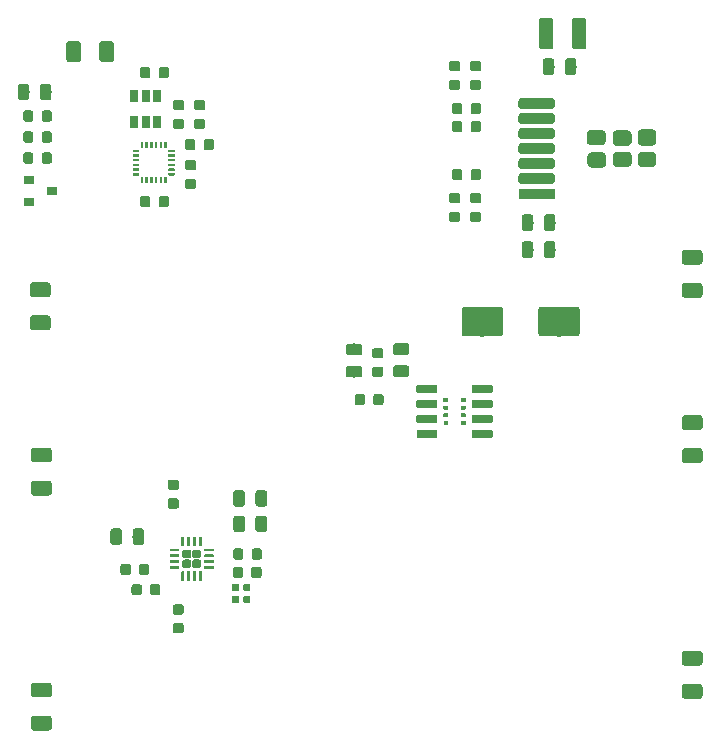
<source format=gbr>
G04 #@! TF.GenerationSoftware,KiCad,Pcbnew,(5.1.0-0)*
G04 #@! TF.CreationDate,2019-05-02T09:23:52-04:00*
G04 #@! TF.ProjectId,Power Board,506f7765-7220-4426-9f61-72642e6b6963,rev?*
G04 #@! TF.SameCoordinates,Original*
G04 #@! TF.FileFunction,Paste,Bot*
G04 #@! TF.FilePolarity,Positive*
%FSLAX46Y46*%
G04 Gerber Fmt 4.6, Leading zero omitted, Abs format (unit mm)*
G04 Created by KiCad (PCBNEW (5.1.0-0)) date 2019-05-02 09:23:52*
%MOMM*%
%LPD*%
G04 APERTURE LIST*
%ADD10C,0.100000*%
%ADD11C,0.875000*%
%ADD12C,1.250000*%
%ADD13C,0.250000*%
%ADD14C,0.730000*%
%ADD15C,0.720000*%
%ADD16R,1.780000X0.720000*%
%ADD17C,0.350000*%
%ADD18R,0.420000X0.350000*%
%ADD19C,1.300000*%
%ADD20C,1.400000*%
%ADD21C,0.890000*%
%ADD22R,3.060000X0.890000*%
%ADD23R,0.650000X1.060000*%
%ADD24C,0.200000*%
%ADD25C,0.975000*%
%ADD26C,0.590000*%
%ADD27R,0.900000X0.800000*%
%ADD28C,2.500000*%
G04 APERTURE END LIST*
D10*
G36*
X92702691Y-88526053D02*
G01*
X92723926Y-88529203D01*
X92744750Y-88534419D01*
X92764962Y-88541651D01*
X92784368Y-88550830D01*
X92802781Y-88561866D01*
X92820024Y-88574654D01*
X92835930Y-88589070D01*
X92850346Y-88604976D01*
X92863134Y-88622219D01*
X92874170Y-88640632D01*
X92883349Y-88660038D01*
X92890581Y-88680250D01*
X92895797Y-88701074D01*
X92898947Y-88722309D01*
X92900000Y-88743750D01*
X92900000Y-89256250D01*
X92898947Y-89277691D01*
X92895797Y-89298926D01*
X92890581Y-89319750D01*
X92883349Y-89339962D01*
X92874170Y-89359368D01*
X92863134Y-89377781D01*
X92850346Y-89395024D01*
X92835930Y-89410930D01*
X92820024Y-89425346D01*
X92802781Y-89438134D01*
X92784368Y-89449170D01*
X92764962Y-89458349D01*
X92744750Y-89465581D01*
X92723926Y-89470797D01*
X92702691Y-89473947D01*
X92681250Y-89475000D01*
X92243750Y-89475000D01*
X92222309Y-89473947D01*
X92201074Y-89470797D01*
X92180250Y-89465581D01*
X92160038Y-89458349D01*
X92140632Y-89449170D01*
X92122219Y-89438134D01*
X92104976Y-89425346D01*
X92089070Y-89410930D01*
X92074654Y-89395024D01*
X92061866Y-89377781D01*
X92050830Y-89359368D01*
X92041651Y-89339962D01*
X92034419Y-89319750D01*
X92029203Y-89298926D01*
X92026053Y-89277691D01*
X92025000Y-89256250D01*
X92025000Y-88743750D01*
X92026053Y-88722309D01*
X92029203Y-88701074D01*
X92034419Y-88680250D01*
X92041651Y-88660038D01*
X92050830Y-88640632D01*
X92061866Y-88622219D01*
X92074654Y-88604976D01*
X92089070Y-88589070D01*
X92104976Y-88574654D01*
X92122219Y-88561866D01*
X92140632Y-88550830D01*
X92160038Y-88541651D01*
X92180250Y-88534419D01*
X92201074Y-88529203D01*
X92222309Y-88526053D01*
X92243750Y-88525000D01*
X92681250Y-88525000D01*
X92702691Y-88526053D01*
X92702691Y-88526053D01*
G37*
D11*
X92462500Y-89000000D03*
D10*
G36*
X94277691Y-88526053D02*
G01*
X94298926Y-88529203D01*
X94319750Y-88534419D01*
X94339962Y-88541651D01*
X94359368Y-88550830D01*
X94377781Y-88561866D01*
X94395024Y-88574654D01*
X94410930Y-88589070D01*
X94425346Y-88604976D01*
X94438134Y-88622219D01*
X94449170Y-88640632D01*
X94458349Y-88660038D01*
X94465581Y-88680250D01*
X94470797Y-88701074D01*
X94473947Y-88722309D01*
X94475000Y-88743750D01*
X94475000Y-89256250D01*
X94473947Y-89277691D01*
X94470797Y-89298926D01*
X94465581Y-89319750D01*
X94458349Y-89339962D01*
X94449170Y-89359368D01*
X94438134Y-89377781D01*
X94425346Y-89395024D01*
X94410930Y-89410930D01*
X94395024Y-89425346D01*
X94377781Y-89438134D01*
X94359368Y-89449170D01*
X94339962Y-89458349D01*
X94319750Y-89465581D01*
X94298926Y-89470797D01*
X94277691Y-89473947D01*
X94256250Y-89475000D01*
X93818750Y-89475000D01*
X93797309Y-89473947D01*
X93776074Y-89470797D01*
X93755250Y-89465581D01*
X93735038Y-89458349D01*
X93715632Y-89449170D01*
X93697219Y-89438134D01*
X93679976Y-89425346D01*
X93664070Y-89410930D01*
X93649654Y-89395024D01*
X93636866Y-89377781D01*
X93625830Y-89359368D01*
X93616651Y-89339962D01*
X93609419Y-89319750D01*
X93604203Y-89298926D01*
X93601053Y-89277691D01*
X93600000Y-89256250D01*
X93600000Y-88743750D01*
X93601053Y-88722309D01*
X93604203Y-88701074D01*
X93609419Y-88680250D01*
X93616651Y-88660038D01*
X93625830Y-88640632D01*
X93636866Y-88622219D01*
X93649654Y-88604976D01*
X93664070Y-88589070D01*
X93679976Y-88574654D01*
X93697219Y-88561866D01*
X93715632Y-88550830D01*
X93735038Y-88541651D01*
X93755250Y-88534419D01*
X93776074Y-88529203D01*
X93797309Y-88526053D01*
X93818750Y-88525000D01*
X94256250Y-88525000D01*
X94277691Y-88526053D01*
X94277691Y-88526053D01*
G37*
D11*
X94037500Y-89000000D03*
D10*
G36*
X87518504Y-42560204D02*
G01*
X87542773Y-42563804D01*
X87566571Y-42569765D01*
X87589671Y-42578030D01*
X87611849Y-42588520D01*
X87632893Y-42601133D01*
X87652598Y-42615747D01*
X87670777Y-42632223D01*
X87687253Y-42650402D01*
X87701867Y-42670107D01*
X87714480Y-42691151D01*
X87724970Y-42713329D01*
X87733235Y-42736429D01*
X87739196Y-42760227D01*
X87742796Y-42784496D01*
X87744000Y-42809000D01*
X87744000Y-44059000D01*
X87742796Y-44083504D01*
X87739196Y-44107773D01*
X87733235Y-44131571D01*
X87724970Y-44154671D01*
X87714480Y-44176849D01*
X87701867Y-44197893D01*
X87687253Y-44217598D01*
X87670777Y-44235777D01*
X87652598Y-44252253D01*
X87632893Y-44266867D01*
X87611849Y-44279480D01*
X87589671Y-44289970D01*
X87566571Y-44298235D01*
X87542773Y-44304196D01*
X87518504Y-44307796D01*
X87494000Y-44309000D01*
X86744000Y-44309000D01*
X86719496Y-44307796D01*
X86695227Y-44304196D01*
X86671429Y-44298235D01*
X86648329Y-44289970D01*
X86626151Y-44279480D01*
X86605107Y-44266867D01*
X86585402Y-44252253D01*
X86567223Y-44235777D01*
X86550747Y-44217598D01*
X86536133Y-44197893D01*
X86523520Y-44176849D01*
X86513030Y-44154671D01*
X86504765Y-44131571D01*
X86498804Y-44107773D01*
X86495204Y-44083504D01*
X86494000Y-44059000D01*
X86494000Y-42809000D01*
X86495204Y-42784496D01*
X86498804Y-42760227D01*
X86504765Y-42736429D01*
X86513030Y-42713329D01*
X86523520Y-42691151D01*
X86536133Y-42670107D01*
X86550747Y-42650402D01*
X86567223Y-42632223D01*
X86585402Y-42615747D01*
X86605107Y-42601133D01*
X86626151Y-42588520D01*
X86648329Y-42578030D01*
X86671429Y-42569765D01*
X86695227Y-42563804D01*
X86719496Y-42560204D01*
X86744000Y-42559000D01*
X87494000Y-42559000D01*
X87518504Y-42560204D01*
X87518504Y-42560204D01*
G37*
D12*
X87119000Y-43434000D03*
D10*
G36*
X90318504Y-42560204D02*
G01*
X90342773Y-42563804D01*
X90366571Y-42569765D01*
X90389671Y-42578030D01*
X90411849Y-42588520D01*
X90432893Y-42601133D01*
X90452598Y-42615747D01*
X90470777Y-42632223D01*
X90487253Y-42650402D01*
X90501867Y-42670107D01*
X90514480Y-42691151D01*
X90524970Y-42713329D01*
X90533235Y-42736429D01*
X90539196Y-42760227D01*
X90542796Y-42784496D01*
X90544000Y-42809000D01*
X90544000Y-44059000D01*
X90542796Y-44083504D01*
X90539196Y-44107773D01*
X90533235Y-44131571D01*
X90524970Y-44154671D01*
X90514480Y-44176849D01*
X90501867Y-44197893D01*
X90487253Y-44217598D01*
X90470777Y-44235777D01*
X90452598Y-44252253D01*
X90432893Y-44266867D01*
X90411849Y-44279480D01*
X90389671Y-44289970D01*
X90366571Y-44298235D01*
X90342773Y-44304196D01*
X90318504Y-44307796D01*
X90294000Y-44309000D01*
X89544000Y-44309000D01*
X89519496Y-44307796D01*
X89495227Y-44304196D01*
X89471429Y-44298235D01*
X89448329Y-44289970D01*
X89426151Y-44279480D01*
X89405107Y-44266867D01*
X89385402Y-44252253D01*
X89367223Y-44235777D01*
X89350747Y-44217598D01*
X89336133Y-44197893D01*
X89323520Y-44176849D01*
X89313030Y-44154671D01*
X89304765Y-44131571D01*
X89298804Y-44107773D01*
X89295204Y-44083504D01*
X89294000Y-44059000D01*
X89294000Y-42809000D01*
X89295204Y-42784496D01*
X89298804Y-42760227D01*
X89304765Y-42736429D01*
X89313030Y-42713329D01*
X89323520Y-42691151D01*
X89336133Y-42670107D01*
X89350747Y-42650402D01*
X89367223Y-42632223D01*
X89385402Y-42615747D01*
X89405107Y-42601133D01*
X89426151Y-42588520D01*
X89448329Y-42578030D01*
X89471429Y-42569765D01*
X89495227Y-42563804D01*
X89519496Y-42560204D01*
X89544000Y-42559000D01*
X90294000Y-42559000D01*
X90318504Y-42560204D01*
X90318504Y-42560204D01*
G37*
D12*
X89919000Y-43434000D03*
D10*
G36*
X140149504Y-96976204D02*
G01*
X140173773Y-96979804D01*
X140197571Y-96985765D01*
X140220671Y-96994030D01*
X140242849Y-97004520D01*
X140263893Y-97017133D01*
X140283598Y-97031747D01*
X140301777Y-97048223D01*
X140318253Y-97066402D01*
X140332867Y-97086107D01*
X140345480Y-97107151D01*
X140355970Y-97129329D01*
X140364235Y-97152429D01*
X140370196Y-97176227D01*
X140373796Y-97200496D01*
X140375000Y-97225000D01*
X140375000Y-97975000D01*
X140373796Y-97999504D01*
X140370196Y-98023773D01*
X140364235Y-98047571D01*
X140355970Y-98070671D01*
X140345480Y-98092849D01*
X140332867Y-98113893D01*
X140318253Y-98133598D01*
X140301777Y-98151777D01*
X140283598Y-98168253D01*
X140263893Y-98182867D01*
X140242849Y-98195480D01*
X140220671Y-98205970D01*
X140197571Y-98214235D01*
X140173773Y-98220196D01*
X140149504Y-98223796D01*
X140125000Y-98225000D01*
X138875000Y-98225000D01*
X138850496Y-98223796D01*
X138826227Y-98220196D01*
X138802429Y-98214235D01*
X138779329Y-98205970D01*
X138757151Y-98195480D01*
X138736107Y-98182867D01*
X138716402Y-98168253D01*
X138698223Y-98151777D01*
X138681747Y-98133598D01*
X138667133Y-98113893D01*
X138654520Y-98092849D01*
X138644030Y-98070671D01*
X138635765Y-98047571D01*
X138629804Y-98023773D01*
X138626204Y-97999504D01*
X138625000Y-97975000D01*
X138625000Y-97225000D01*
X138626204Y-97200496D01*
X138629804Y-97176227D01*
X138635765Y-97152429D01*
X138644030Y-97129329D01*
X138654520Y-97107151D01*
X138667133Y-97086107D01*
X138681747Y-97066402D01*
X138698223Y-97048223D01*
X138716402Y-97031747D01*
X138736107Y-97017133D01*
X138757151Y-97004520D01*
X138779329Y-96994030D01*
X138802429Y-96985765D01*
X138826227Y-96979804D01*
X138850496Y-96976204D01*
X138875000Y-96975000D01*
X140125000Y-96975000D01*
X140149504Y-96976204D01*
X140149504Y-96976204D01*
G37*
D12*
X139500000Y-97600000D03*
D10*
G36*
X140149504Y-94176204D02*
G01*
X140173773Y-94179804D01*
X140197571Y-94185765D01*
X140220671Y-94194030D01*
X140242849Y-94204520D01*
X140263893Y-94217133D01*
X140283598Y-94231747D01*
X140301777Y-94248223D01*
X140318253Y-94266402D01*
X140332867Y-94286107D01*
X140345480Y-94307151D01*
X140355970Y-94329329D01*
X140364235Y-94352429D01*
X140370196Y-94376227D01*
X140373796Y-94400496D01*
X140375000Y-94425000D01*
X140375000Y-95175000D01*
X140373796Y-95199504D01*
X140370196Y-95223773D01*
X140364235Y-95247571D01*
X140355970Y-95270671D01*
X140345480Y-95292849D01*
X140332867Y-95313893D01*
X140318253Y-95333598D01*
X140301777Y-95351777D01*
X140283598Y-95368253D01*
X140263893Y-95382867D01*
X140242849Y-95395480D01*
X140220671Y-95405970D01*
X140197571Y-95414235D01*
X140173773Y-95420196D01*
X140149504Y-95423796D01*
X140125000Y-95425000D01*
X138875000Y-95425000D01*
X138850496Y-95423796D01*
X138826227Y-95420196D01*
X138802429Y-95414235D01*
X138779329Y-95405970D01*
X138757151Y-95395480D01*
X138736107Y-95382867D01*
X138716402Y-95368253D01*
X138698223Y-95351777D01*
X138681747Y-95333598D01*
X138667133Y-95313893D01*
X138654520Y-95292849D01*
X138644030Y-95270671D01*
X138635765Y-95247571D01*
X138629804Y-95223773D01*
X138626204Y-95199504D01*
X138625000Y-95175000D01*
X138625000Y-94425000D01*
X138626204Y-94400496D01*
X138629804Y-94376227D01*
X138635765Y-94352429D01*
X138644030Y-94329329D01*
X138654520Y-94307151D01*
X138667133Y-94286107D01*
X138681747Y-94266402D01*
X138698223Y-94248223D01*
X138716402Y-94231747D01*
X138736107Y-94217133D01*
X138757151Y-94204520D01*
X138779329Y-94194030D01*
X138802429Y-94185765D01*
X138826227Y-94179804D01*
X138850496Y-94176204D01*
X138875000Y-94175000D01*
X140125000Y-94175000D01*
X140149504Y-94176204D01*
X140149504Y-94176204D01*
G37*
D12*
X139500000Y-94800000D03*
D10*
G36*
X140149504Y-77026204D02*
G01*
X140173773Y-77029804D01*
X140197571Y-77035765D01*
X140220671Y-77044030D01*
X140242849Y-77054520D01*
X140263893Y-77067133D01*
X140283598Y-77081747D01*
X140301777Y-77098223D01*
X140318253Y-77116402D01*
X140332867Y-77136107D01*
X140345480Y-77157151D01*
X140355970Y-77179329D01*
X140364235Y-77202429D01*
X140370196Y-77226227D01*
X140373796Y-77250496D01*
X140375000Y-77275000D01*
X140375000Y-78025000D01*
X140373796Y-78049504D01*
X140370196Y-78073773D01*
X140364235Y-78097571D01*
X140355970Y-78120671D01*
X140345480Y-78142849D01*
X140332867Y-78163893D01*
X140318253Y-78183598D01*
X140301777Y-78201777D01*
X140283598Y-78218253D01*
X140263893Y-78232867D01*
X140242849Y-78245480D01*
X140220671Y-78255970D01*
X140197571Y-78264235D01*
X140173773Y-78270196D01*
X140149504Y-78273796D01*
X140125000Y-78275000D01*
X138875000Y-78275000D01*
X138850496Y-78273796D01*
X138826227Y-78270196D01*
X138802429Y-78264235D01*
X138779329Y-78255970D01*
X138757151Y-78245480D01*
X138736107Y-78232867D01*
X138716402Y-78218253D01*
X138698223Y-78201777D01*
X138681747Y-78183598D01*
X138667133Y-78163893D01*
X138654520Y-78142849D01*
X138644030Y-78120671D01*
X138635765Y-78097571D01*
X138629804Y-78073773D01*
X138626204Y-78049504D01*
X138625000Y-78025000D01*
X138625000Y-77275000D01*
X138626204Y-77250496D01*
X138629804Y-77226227D01*
X138635765Y-77202429D01*
X138644030Y-77179329D01*
X138654520Y-77157151D01*
X138667133Y-77136107D01*
X138681747Y-77116402D01*
X138698223Y-77098223D01*
X138716402Y-77081747D01*
X138736107Y-77067133D01*
X138757151Y-77054520D01*
X138779329Y-77044030D01*
X138802429Y-77035765D01*
X138826227Y-77029804D01*
X138850496Y-77026204D01*
X138875000Y-77025000D01*
X140125000Y-77025000D01*
X140149504Y-77026204D01*
X140149504Y-77026204D01*
G37*
D12*
X139500000Y-77650000D03*
D10*
G36*
X140149504Y-74226204D02*
G01*
X140173773Y-74229804D01*
X140197571Y-74235765D01*
X140220671Y-74244030D01*
X140242849Y-74254520D01*
X140263893Y-74267133D01*
X140283598Y-74281747D01*
X140301777Y-74298223D01*
X140318253Y-74316402D01*
X140332867Y-74336107D01*
X140345480Y-74357151D01*
X140355970Y-74379329D01*
X140364235Y-74402429D01*
X140370196Y-74426227D01*
X140373796Y-74450496D01*
X140375000Y-74475000D01*
X140375000Y-75225000D01*
X140373796Y-75249504D01*
X140370196Y-75273773D01*
X140364235Y-75297571D01*
X140355970Y-75320671D01*
X140345480Y-75342849D01*
X140332867Y-75363893D01*
X140318253Y-75383598D01*
X140301777Y-75401777D01*
X140283598Y-75418253D01*
X140263893Y-75432867D01*
X140242849Y-75445480D01*
X140220671Y-75455970D01*
X140197571Y-75464235D01*
X140173773Y-75470196D01*
X140149504Y-75473796D01*
X140125000Y-75475000D01*
X138875000Y-75475000D01*
X138850496Y-75473796D01*
X138826227Y-75470196D01*
X138802429Y-75464235D01*
X138779329Y-75455970D01*
X138757151Y-75445480D01*
X138736107Y-75432867D01*
X138716402Y-75418253D01*
X138698223Y-75401777D01*
X138681747Y-75383598D01*
X138667133Y-75363893D01*
X138654520Y-75342849D01*
X138644030Y-75320671D01*
X138635765Y-75297571D01*
X138629804Y-75273773D01*
X138626204Y-75249504D01*
X138625000Y-75225000D01*
X138625000Y-74475000D01*
X138626204Y-74450496D01*
X138629804Y-74426227D01*
X138635765Y-74402429D01*
X138644030Y-74379329D01*
X138654520Y-74357151D01*
X138667133Y-74336107D01*
X138681747Y-74316402D01*
X138698223Y-74298223D01*
X138716402Y-74281747D01*
X138736107Y-74267133D01*
X138757151Y-74254520D01*
X138779329Y-74244030D01*
X138802429Y-74235765D01*
X138826227Y-74229804D01*
X138850496Y-74226204D01*
X138875000Y-74225000D01*
X140125000Y-74225000D01*
X140149504Y-74226204D01*
X140149504Y-74226204D01*
G37*
D12*
X139500000Y-74850000D03*
D10*
G36*
X140149504Y-63026204D02*
G01*
X140173773Y-63029804D01*
X140197571Y-63035765D01*
X140220671Y-63044030D01*
X140242849Y-63054520D01*
X140263893Y-63067133D01*
X140283598Y-63081747D01*
X140301777Y-63098223D01*
X140318253Y-63116402D01*
X140332867Y-63136107D01*
X140345480Y-63157151D01*
X140355970Y-63179329D01*
X140364235Y-63202429D01*
X140370196Y-63226227D01*
X140373796Y-63250496D01*
X140375000Y-63275000D01*
X140375000Y-64025000D01*
X140373796Y-64049504D01*
X140370196Y-64073773D01*
X140364235Y-64097571D01*
X140355970Y-64120671D01*
X140345480Y-64142849D01*
X140332867Y-64163893D01*
X140318253Y-64183598D01*
X140301777Y-64201777D01*
X140283598Y-64218253D01*
X140263893Y-64232867D01*
X140242849Y-64245480D01*
X140220671Y-64255970D01*
X140197571Y-64264235D01*
X140173773Y-64270196D01*
X140149504Y-64273796D01*
X140125000Y-64275000D01*
X138875000Y-64275000D01*
X138850496Y-64273796D01*
X138826227Y-64270196D01*
X138802429Y-64264235D01*
X138779329Y-64255970D01*
X138757151Y-64245480D01*
X138736107Y-64232867D01*
X138716402Y-64218253D01*
X138698223Y-64201777D01*
X138681747Y-64183598D01*
X138667133Y-64163893D01*
X138654520Y-64142849D01*
X138644030Y-64120671D01*
X138635765Y-64097571D01*
X138629804Y-64073773D01*
X138626204Y-64049504D01*
X138625000Y-64025000D01*
X138625000Y-63275000D01*
X138626204Y-63250496D01*
X138629804Y-63226227D01*
X138635765Y-63202429D01*
X138644030Y-63179329D01*
X138654520Y-63157151D01*
X138667133Y-63136107D01*
X138681747Y-63116402D01*
X138698223Y-63098223D01*
X138716402Y-63081747D01*
X138736107Y-63067133D01*
X138757151Y-63054520D01*
X138779329Y-63044030D01*
X138802429Y-63035765D01*
X138826227Y-63029804D01*
X138850496Y-63026204D01*
X138875000Y-63025000D01*
X140125000Y-63025000D01*
X140149504Y-63026204D01*
X140149504Y-63026204D01*
G37*
D12*
X139500000Y-63650000D03*
D10*
G36*
X140149504Y-60226204D02*
G01*
X140173773Y-60229804D01*
X140197571Y-60235765D01*
X140220671Y-60244030D01*
X140242849Y-60254520D01*
X140263893Y-60267133D01*
X140283598Y-60281747D01*
X140301777Y-60298223D01*
X140318253Y-60316402D01*
X140332867Y-60336107D01*
X140345480Y-60357151D01*
X140355970Y-60379329D01*
X140364235Y-60402429D01*
X140370196Y-60426227D01*
X140373796Y-60450496D01*
X140375000Y-60475000D01*
X140375000Y-61225000D01*
X140373796Y-61249504D01*
X140370196Y-61273773D01*
X140364235Y-61297571D01*
X140355970Y-61320671D01*
X140345480Y-61342849D01*
X140332867Y-61363893D01*
X140318253Y-61383598D01*
X140301777Y-61401777D01*
X140283598Y-61418253D01*
X140263893Y-61432867D01*
X140242849Y-61445480D01*
X140220671Y-61455970D01*
X140197571Y-61464235D01*
X140173773Y-61470196D01*
X140149504Y-61473796D01*
X140125000Y-61475000D01*
X138875000Y-61475000D01*
X138850496Y-61473796D01*
X138826227Y-61470196D01*
X138802429Y-61464235D01*
X138779329Y-61455970D01*
X138757151Y-61445480D01*
X138736107Y-61432867D01*
X138716402Y-61418253D01*
X138698223Y-61401777D01*
X138681747Y-61383598D01*
X138667133Y-61363893D01*
X138654520Y-61342849D01*
X138644030Y-61320671D01*
X138635765Y-61297571D01*
X138629804Y-61273773D01*
X138626204Y-61249504D01*
X138625000Y-61225000D01*
X138625000Y-60475000D01*
X138626204Y-60450496D01*
X138629804Y-60426227D01*
X138635765Y-60402429D01*
X138644030Y-60379329D01*
X138654520Y-60357151D01*
X138667133Y-60336107D01*
X138681747Y-60316402D01*
X138698223Y-60298223D01*
X138716402Y-60281747D01*
X138736107Y-60267133D01*
X138757151Y-60254520D01*
X138779329Y-60244030D01*
X138802429Y-60235765D01*
X138826227Y-60229804D01*
X138850496Y-60226204D01*
X138875000Y-60225000D01*
X140125000Y-60225000D01*
X140149504Y-60226204D01*
X140149504Y-60226204D01*
G37*
D12*
X139500000Y-60850000D03*
D10*
G36*
X85049504Y-99676204D02*
G01*
X85073773Y-99679804D01*
X85097571Y-99685765D01*
X85120671Y-99694030D01*
X85142849Y-99704520D01*
X85163893Y-99717133D01*
X85183598Y-99731747D01*
X85201777Y-99748223D01*
X85218253Y-99766402D01*
X85232867Y-99786107D01*
X85245480Y-99807151D01*
X85255970Y-99829329D01*
X85264235Y-99852429D01*
X85270196Y-99876227D01*
X85273796Y-99900496D01*
X85275000Y-99925000D01*
X85275000Y-100675000D01*
X85273796Y-100699504D01*
X85270196Y-100723773D01*
X85264235Y-100747571D01*
X85255970Y-100770671D01*
X85245480Y-100792849D01*
X85232867Y-100813893D01*
X85218253Y-100833598D01*
X85201777Y-100851777D01*
X85183598Y-100868253D01*
X85163893Y-100882867D01*
X85142849Y-100895480D01*
X85120671Y-100905970D01*
X85097571Y-100914235D01*
X85073773Y-100920196D01*
X85049504Y-100923796D01*
X85025000Y-100925000D01*
X83775000Y-100925000D01*
X83750496Y-100923796D01*
X83726227Y-100920196D01*
X83702429Y-100914235D01*
X83679329Y-100905970D01*
X83657151Y-100895480D01*
X83636107Y-100882867D01*
X83616402Y-100868253D01*
X83598223Y-100851777D01*
X83581747Y-100833598D01*
X83567133Y-100813893D01*
X83554520Y-100792849D01*
X83544030Y-100770671D01*
X83535765Y-100747571D01*
X83529804Y-100723773D01*
X83526204Y-100699504D01*
X83525000Y-100675000D01*
X83525000Y-99925000D01*
X83526204Y-99900496D01*
X83529804Y-99876227D01*
X83535765Y-99852429D01*
X83544030Y-99829329D01*
X83554520Y-99807151D01*
X83567133Y-99786107D01*
X83581747Y-99766402D01*
X83598223Y-99748223D01*
X83616402Y-99731747D01*
X83636107Y-99717133D01*
X83657151Y-99704520D01*
X83679329Y-99694030D01*
X83702429Y-99685765D01*
X83726227Y-99679804D01*
X83750496Y-99676204D01*
X83775000Y-99675000D01*
X85025000Y-99675000D01*
X85049504Y-99676204D01*
X85049504Y-99676204D01*
G37*
D12*
X84400000Y-100300000D03*
D10*
G36*
X85049504Y-96876204D02*
G01*
X85073773Y-96879804D01*
X85097571Y-96885765D01*
X85120671Y-96894030D01*
X85142849Y-96904520D01*
X85163893Y-96917133D01*
X85183598Y-96931747D01*
X85201777Y-96948223D01*
X85218253Y-96966402D01*
X85232867Y-96986107D01*
X85245480Y-97007151D01*
X85255970Y-97029329D01*
X85264235Y-97052429D01*
X85270196Y-97076227D01*
X85273796Y-97100496D01*
X85275000Y-97125000D01*
X85275000Y-97875000D01*
X85273796Y-97899504D01*
X85270196Y-97923773D01*
X85264235Y-97947571D01*
X85255970Y-97970671D01*
X85245480Y-97992849D01*
X85232867Y-98013893D01*
X85218253Y-98033598D01*
X85201777Y-98051777D01*
X85183598Y-98068253D01*
X85163893Y-98082867D01*
X85142849Y-98095480D01*
X85120671Y-98105970D01*
X85097571Y-98114235D01*
X85073773Y-98120196D01*
X85049504Y-98123796D01*
X85025000Y-98125000D01*
X83775000Y-98125000D01*
X83750496Y-98123796D01*
X83726227Y-98120196D01*
X83702429Y-98114235D01*
X83679329Y-98105970D01*
X83657151Y-98095480D01*
X83636107Y-98082867D01*
X83616402Y-98068253D01*
X83598223Y-98051777D01*
X83581747Y-98033598D01*
X83567133Y-98013893D01*
X83554520Y-97992849D01*
X83544030Y-97970671D01*
X83535765Y-97947571D01*
X83529804Y-97923773D01*
X83526204Y-97899504D01*
X83525000Y-97875000D01*
X83525000Y-97125000D01*
X83526204Y-97100496D01*
X83529804Y-97076227D01*
X83535765Y-97052429D01*
X83544030Y-97029329D01*
X83554520Y-97007151D01*
X83567133Y-96986107D01*
X83581747Y-96966402D01*
X83598223Y-96948223D01*
X83616402Y-96931747D01*
X83636107Y-96917133D01*
X83657151Y-96904520D01*
X83679329Y-96894030D01*
X83702429Y-96885765D01*
X83726227Y-96879804D01*
X83750496Y-96876204D01*
X83775000Y-96875000D01*
X85025000Y-96875000D01*
X85049504Y-96876204D01*
X85049504Y-96876204D01*
G37*
D12*
X84400000Y-97500000D03*
D10*
G36*
X85049504Y-79776204D02*
G01*
X85073773Y-79779804D01*
X85097571Y-79785765D01*
X85120671Y-79794030D01*
X85142849Y-79804520D01*
X85163893Y-79817133D01*
X85183598Y-79831747D01*
X85201777Y-79848223D01*
X85218253Y-79866402D01*
X85232867Y-79886107D01*
X85245480Y-79907151D01*
X85255970Y-79929329D01*
X85264235Y-79952429D01*
X85270196Y-79976227D01*
X85273796Y-80000496D01*
X85275000Y-80025000D01*
X85275000Y-80775000D01*
X85273796Y-80799504D01*
X85270196Y-80823773D01*
X85264235Y-80847571D01*
X85255970Y-80870671D01*
X85245480Y-80892849D01*
X85232867Y-80913893D01*
X85218253Y-80933598D01*
X85201777Y-80951777D01*
X85183598Y-80968253D01*
X85163893Y-80982867D01*
X85142849Y-80995480D01*
X85120671Y-81005970D01*
X85097571Y-81014235D01*
X85073773Y-81020196D01*
X85049504Y-81023796D01*
X85025000Y-81025000D01*
X83775000Y-81025000D01*
X83750496Y-81023796D01*
X83726227Y-81020196D01*
X83702429Y-81014235D01*
X83679329Y-81005970D01*
X83657151Y-80995480D01*
X83636107Y-80982867D01*
X83616402Y-80968253D01*
X83598223Y-80951777D01*
X83581747Y-80933598D01*
X83567133Y-80913893D01*
X83554520Y-80892849D01*
X83544030Y-80870671D01*
X83535765Y-80847571D01*
X83529804Y-80823773D01*
X83526204Y-80799504D01*
X83525000Y-80775000D01*
X83525000Y-80025000D01*
X83526204Y-80000496D01*
X83529804Y-79976227D01*
X83535765Y-79952429D01*
X83544030Y-79929329D01*
X83554520Y-79907151D01*
X83567133Y-79886107D01*
X83581747Y-79866402D01*
X83598223Y-79848223D01*
X83616402Y-79831747D01*
X83636107Y-79817133D01*
X83657151Y-79804520D01*
X83679329Y-79794030D01*
X83702429Y-79785765D01*
X83726227Y-79779804D01*
X83750496Y-79776204D01*
X83775000Y-79775000D01*
X85025000Y-79775000D01*
X85049504Y-79776204D01*
X85049504Y-79776204D01*
G37*
D12*
X84400000Y-80400000D03*
D10*
G36*
X85049504Y-76976204D02*
G01*
X85073773Y-76979804D01*
X85097571Y-76985765D01*
X85120671Y-76994030D01*
X85142849Y-77004520D01*
X85163893Y-77017133D01*
X85183598Y-77031747D01*
X85201777Y-77048223D01*
X85218253Y-77066402D01*
X85232867Y-77086107D01*
X85245480Y-77107151D01*
X85255970Y-77129329D01*
X85264235Y-77152429D01*
X85270196Y-77176227D01*
X85273796Y-77200496D01*
X85275000Y-77225000D01*
X85275000Y-77975000D01*
X85273796Y-77999504D01*
X85270196Y-78023773D01*
X85264235Y-78047571D01*
X85255970Y-78070671D01*
X85245480Y-78092849D01*
X85232867Y-78113893D01*
X85218253Y-78133598D01*
X85201777Y-78151777D01*
X85183598Y-78168253D01*
X85163893Y-78182867D01*
X85142849Y-78195480D01*
X85120671Y-78205970D01*
X85097571Y-78214235D01*
X85073773Y-78220196D01*
X85049504Y-78223796D01*
X85025000Y-78225000D01*
X83775000Y-78225000D01*
X83750496Y-78223796D01*
X83726227Y-78220196D01*
X83702429Y-78214235D01*
X83679329Y-78205970D01*
X83657151Y-78195480D01*
X83636107Y-78182867D01*
X83616402Y-78168253D01*
X83598223Y-78151777D01*
X83581747Y-78133598D01*
X83567133Y-78113893D01*
X83554520Y-78092849D01*
X83544030Y-78070671D01*
X83535765Y-78047571D01*
X83529804Y-78023773D01*
X83526204Y-77999504D01*
X83525000Y-77975000D01*
X83525000Y-77225000D01*
X83526204Y-77200496D01*
X83529804Y-77176227D01*
X83535765Y-77152429D01*
X83544030Y-77129329D01*
X83554520Y-77107151D01*
X83567133Y-77086107D01*
X83581747Y-77066402D01*
X83598223Y-77048223D01*
X83616402Y-77031747D01*
X83636107Y-77017133D01*
X83657151Y-77004520D01*
X83679329Y-76994030D01*
X83702429Y-76985765D01*
X83726227Y-76979804D01*
X83750496Y-76976204D01*
X83775000Y-76975000D01*
X85025000Y-76975000D01*
X85049504Y-76976204D01*
X85049504Y-76976204D01*
G37*
D12*
X84400000Y-77600000D03*
D10*
G36*
X84949504Y-65776204D02*
G01*
X84973773Y-65779804D01*
X84997571Y-65785765D01*
X85020671Y-65794030D01*
X85042849Y-65804520D01*
X85063893Y-65817133D01*
X85083598Y-65831747D01*
X85101777Y-65848223D01*
X85118253Y-65866402D01*
X85132867Y-65886107D01*
X85145480Y-65907151D01*
X85155970Y-65929329D01*
X85164235Y-65952429D01*
X85170196Y-65976227D01*
X85173796Y-66000496D01*
X85175000Y-66025000D01*
X85175000Y-66775000D01*
X85173796Y-66799504D01*
X85170196Y-66823773D01*
X85164235Y-66847571D01*
X85155970Y-66870671D01*
X85145480Y-66892849D01*
X85132867Y-66913893D01*
X85118253Y-66933598D01*
X85101777Y-66951777D01*
X85083598Y-66968253D01*
X85063893Y-66982867D01*
X85042849Y-66995480D01*
X85020671Y-67005970D01*
X84997571Y-67014235D01*
X84973773Y-67020196D01*
X84949504Y-67023796D01*
X84925000Y-67025000D01*
X83675000Y-67025000D01*
X83650496Y-67023796D01*
X83626227Y-67020196D01*
X83602429Y-67014235D01*
X83579329Y-67005970D01*
X83557151Y-66995480D01*
X83536107Y-66982867D01*
X83516402Y-66968253D01*
X83498223Y-66951777D01*
X83481747Y-66933598D01*
X83467133Y-66913893D01*
X83454520Y-66892849D01*
X83444030Y-66870671D01*
X83435765Y-66847571D01*
X83429804Y-66823773D01*
X83426204Y-66799504D01*
X83425000Y-66775000D01*
X83425000Y-66025000D01*
X83426204Y-66000496D01*
X83429804Y-65976227D01*
X83435765Y-65952429D01*
X83444030Y-65929329D01*
X83454520Y-65907151D01*
X83467133Y-65886107D01*
X83481747Y-65866402D01*
X83498223Y-65848223D01*
X83516402Y-65831747D01*
X83536107Y-65817133D01*
X83557151Y-65804520D01*
X83579329Y-65794030D01*
X83602429Y-65785765D01*
X83626227Y-65779804D01*
X83650496Y-65776204D01*
X83675000Y-65775000D01*
X84925000Y-65775000D01*
X84949504Y-65776204D01*
X84949504Y-65776204D01*
G37*
D12*
X84300000Y-66400000D03*
D10*
G36*
X84949504Y-62976204D02*
G01*
X84973773Y-62979804D01*
X84997571Y-62985765D01*
X85020671Y-62994030D01*
X85042849Y-63004520D01*
X85063893Y-63017133D01*
X85083598Y-63031747D01*
X85101777Y-63048223D01*
X85118253Y-63066402D01*
X85132867Y-63086107D01*
X85145480Y-63107151D01*
X85155970Y-63129329D01*
X85164235Y-63152429D01*
X85170196Y-63176227D01*
X85173796Y-63200496D01*
X85175000Y-63225000D01*
X85175000Y-63975000D01*
X85173796Y-63999504D01*
X85170196Y-64023773D01*
X85164235Y-64047571D01*
X85155970Y-64070671D01*
X85145480Y-64092849D01*
X85132867Y-64113893D01*
X85118253Y-64133598D01*
X85101777Y-64151777D01*
X85083598Y-64168253D01*
X85063893Y-64182867D01*
X85042849Y-64195480D01*
X85020671Y-64205970D01*
X84997571Y-64214235D01*
X84973773Y-64220196D01*
X84949504Y-64223796D01*
X84925000Y-64225000D01*
X83675000Y-64225000D01*
X83650496Y-64223796D01*
X83626227Y-64220196D01*
X83602429Y-64214235D01*
X83579329Y-64205970D01*
X83557151Y-64195480D01*
X83536107Y-64182867D01*
X83516402Y-64168253D01*
X83498223Y-64151777D01*
X83481747Y-64133598D01*
X83467133Y-64113893D01*
X83454520Y-64092849D01*
X83444030Y-64070671D01*
X83435765Y-64047571D01*
X83429804Y-64023773D01*
X83426204Y-63999504D01*
X83425000Y-63975000D01*
X83425000Y-63225000D01*
X83426204Y-63200496D01*
X83429804Y-63176227D01*
X83435765Y-63152429D01*
X83444030Y-63129329D01*
X83454520Y-63107151D01*
X83467133Y-63086107D01*
X83481747Y-63066402D01*
X83498223Y-63048223D01*
X83516402Y-63031747D01*
X83536107Y-63017133D01*
X83557151Y-63004520D01*
X83579329Y-62994030D01*
X83602429Y-62985765D01*
X83626227Y-62979804D01*
X83650496Y-62976204D01*
X83675000Y-62975000D01*
X84925000Y-62975000D01*
X84949504Y-62976204D01*
X84949504Y-62976204D01*
G37*
D12*
X84300000Y-63600000D03*
D10*
G36*
X98937626Y-87012301D02*
G01*
X98943693Y-87013201D01*
X98949643Y-87014691D01*
X98955418Y-87016758D01*
X98960962Y-87019380D01*
X98966223Y-87022533D01*
X98971150Y-87026187D01*
X98975694Y-87030306D01*
X98979813Y-87034850D01*
X98983467Y-87039777D01*
X98986620Y-87045038D01*
X98989242Y-87050582D01*
X98991309Y-87056357D01*
X98992799Y-87062307D01*
X98993699Y-87068374D01*
X98994000Y-87074500D01*
X98994000Y-87199500D01*
X98993699Y-87205626D01*
X98992799Y-87211693D01*
X98991309Y-87217643D01*
X98989242Y-87223418D01*
X98986620Y-87228962D01*
X98983467Y-87234223D01*
X98979813Y-87239150D01*
X98975694Y-87243694D01*
X98971150Y-87247813D01*
X98966223Y-87251467D01*
X98960962Y-87254620D01*
X98955418Y-87257242D01*
X98949643Y-87259309D01*
X98943693Y-87260799D01*
X98937626Y-87261699D01*
X98931500Y-87262000D01*
X98231500Y-87262000D01*
X98225374Y-87261699D01*
X98219307Y-87260799D01*
X98213357Y-87259309D01*
X98207582Y-87257242D01*
X98202038Y-87254620D01*
X98196777Y-87251467D01*
X98191850Y-87247813D01*
X98187306Y-87243694D01*
X98183187Y-87239150D01*
X98179533Y-87234223D01*
X98176380Y-87228962D01*
X98173758Y-87223418D01*
X98171691Y-87217643D01*
X98170201Y-87211693D01*
X98169301Y-87205626D01*
X98169000Y-87199500D01*
X98169000Y-87074500D01*
X98169301Y-87068374D01*
X98170201Y-87062307D01*
X98171691Y-87056357D01*
X98173758Y-87050582D01*
X98176380Y-87045038D01*
X98179533Y-87039777D01*
X98183187Y-87034850D01*
X98187306Y-87030306D01*
X98191850Y-87026187D01*
X98196777Y-87022533D01*
X98202038Y-87019380D01*
X98207582Y-87016758D01*
X98213357Y-87014691D01*
X98219307Y-87013201D01*
X98225374Y-87012301D01*
X98231500Y-87012000D01*
X98931500Y-87012000D01*
X98937626Y-87012301D01*
X98937626Y-87012301D01*
G37*
D13*
X98581500Y-87137000D03*
D10*
G36*
X98937626Y-86512301D02*
G01*
X98943693Y-86513201D01*
X98949643Y-86514691D01*
X98955418Y-86516758D01*
X98960962Y-86519380D01*
X98966223Y-86522533D01*
X98971150Y-86526187D01*
X98975694Y-86530306D01*
X98979813Y-86534850D01*
X98983467Y-86539777D01*
X98986620Y-86545038D01*
X98989242Y-86550582D01*
X98991309Y-86556357D01*
X98992799Y-86562307D01*
X98993699Y-86568374D01*
X98994000Y-86574500D01*
X98994000Y-86699500D01*
X98993699Y-86705626D01*
X98992799Y-86711693D01*
X98991309Y-86717643D01*
X98989242Y-86723418D01*
X98986620Y-86728962D01*
X98983467Y-86734223D01*
X98979813Y-86739150D01*
X98975694Y-86743694D01*
X98971150Y-86747813D01*
X98966223Y-86751467D01*
X98960962Y-86754620D01*
X98955418Y-86757242D01*
X98949643Y-86759309D01*
X98943693Y-86760799D01*
X98937626Y-86761699D01*
X98931500Y-86762000D01*
X98231500Y-86762000D01*
X98225374Y-86761699D01*
X98219307Y-86760799D01*
X98213357Y-86759309D01*
X98207582Y-86757242D01*
X98202038Y-86754620D01*
X98196777Y-86751467D01*
X98191850Y-86747813D01*
X98187306Y-86743694D01*
X98183187Y-86739150D01*
X98179533Y-86734223D01*
X98176380Y-86728962D01*
X98173758Y-86723418D01*
X98171691Y-86717643D01*
X98170201Y-86711693D01*
X98169301Y-86705626D01*
X98169000Y-86699500D01*
X98169000Y-86574500D01*
X98169301Y-86568374D01*
X98170201Y-86562307D01*
X98171691Y-86556357D01*
X98173758Y-86550582D01*
X98176380Y-86545038D01*
X98179533Y-86539777D01*
X98183187Y-86534850D01*
X98187306Y-86530306D01*
X98191850Y-86526187D01*
X98196777Y-86522533D01*
X98202038Y-86519380D01*
X98207582Y-86516758D01*
X98213357Y-86514691D01*
X98219307Y-86513201D01*
X98225374Y-86512301D01*
X98231500Y-86512000D01*
X98931500Y-86512000D01*
X98937626Y-86512301D01*
X98937626Y-86512301D01*
G37*
D13*
X98581500Y-86637000D03*
D10*
G36*
X98937626Y-86012301D02*
G01*
X98943693Y-86013201D01*
X98949643Y-86014691D01*
X98955418Y-86016758D01*
X98960962Y-86019380D01*
X98966223Y-86022533D01*
X98971150Y-86026187D01*
X98975694Y-86030306D01*
X98979813Y-86034850D01*
X98983467Y-86039777D01*
X98986620Y-86045038D01*
X98989242Y-86050582D01*
X98991309Y-86056357D01*
X98992799Y-86062307D01*
X98993699Y-86068374D01*
X98994000Y-86074500D01*
X98994000Y-86199500D01*
X98993699Y-86205626D01*
X98992799Y-86211693D01*
X98991309Y-86217643D01*
X98989242Y-86223418D01*
X98986620Y-86228962D01*
X98983467Y-86234223D01*
X98979813Y-86239150D01*
X98975694Y-86243694D01*
X98971150Y-86247813D01*
X98966223Y-86251467D01*
X98960962Y-86254620D01*
X98955418Y-86257242D01*
X98949643Y-86259309D01*
X98943693Y-86260799D01*
X98937626Y-86261699D01*
X98931500Y-86262000D01*
X98231500Y-86262000D01*
X98225374Y-86261699D01*
X98219307Y-86260799D01*
X98213357Y-86259309D01*
X98207582Y-86257242D01*
X98202038Y-86254620D01*
X98196777Y-86251467D01*
X98191850Y-86247813D01*
X98187306Y-86243694D01*
X98183187Y-86239150D01*
X98179533Y-86234223D01*
X98176380Y-86228962D01*
X98173758Y-86223418D01*
X98171691Y-86217643D01*
X98170201Y-86211693D01*
X98169301Y-86205626D01*
X98169000Y-86199500D01*
X98169000Y-86074500D01*
X98169301Y-86068374D01*
X98170201Y-86062307D01*
X98171691Y-86056357D01*
X98173758Y-86050582D01*
X98176380Y-86045038D01*
X98179533Y-86039777D01*
X98183187Y-86034850D01*
X98187306Y-86030306D01*
X98191850Y-86026187D01*
X98196777Y-86022533D01*
X98202038Y-86019380D01*
X98207582Y-86016758D01*
X98213357Y-86014691D01*
X98219307Y-86013201D01*
X98225374Y-86012301D01*
X98231500Y-86012000D01*
X98931500Y-86012000D01*
X98937626Y-86012301D01*
X98937626Y-86012301D01*
G37*
D13*
X98581500Y-86137000D03*
D10*
G36*
X98937626Y-85512301D02*
G01*
X98943693Y-85513201D01*
X98949643Y-85514691D01*
X98955418Y-85516758D01*
X98960962Y-85519380D01*
X98966223Y-85522533D01*
X98971150Y-85526187D01*
X98975694Y-85530306D01*
X98979813Y-85534850D01*
X98983467Y-85539777D01*
X98986620Y-85545038D01*
X98989242Y-85550582D01*
X98991309Y-85556357D01*
X98992799Y-85562307D01*
X98993699Y-85568374D01*
X98994000Y-85574500D01*
X98994000Y-85699500D01*
X98993699Y-85705626D01*
X98992799Y-85711693D01*
X98991309Y-85717643D01*
X98989242Y-85723418D01*
X98986620Y-85728962D01*
X98983467Y-85734223D01*
X98979813Y-85739150D01*
X98975694Y-85743694D01*
X98971150Y-85747813D01*
X98966223Y-85751467D01*
X98960962Y-85754620D01*
X98955418Y-85757242D01*
X98949643Y-85759309D01*
X98943693Y-85760799D01*
X98937626Y-85761699D01*
X98931500Y-85762000D01*
X98231500Y-85762000D01*
X98225374Y-85761699D01*
X98219307Y-85760799D01*
X98213357Y-85759309D01*
X98207582Y-85757242D01*
X98202038Y-85754620D01*
X98196777Y-85751467D01*
X98191850Y-85747813D01*
X98187306Y-85743694D01*
X98183187Y-85739150D01*
X98179533Y-85734223D01*
X98176380Y-85728962D01*
X98173758Y-85723418D01*
X98171691Y-85717643D01*
X98170201Y-85711693D01*
X98169301Y-85705626D01*
X98169000Y-85699500D01*
X98169000Y-85574500D01*
X98169301Y-85568374D01*
X98170201Y-85562307D01*
X98171691Y-85556357D01*
X98173758Y-85550582D01*
X98176380Y-85545038D01*
X98179533Y-85539777D01*
X98183187Y-85534850D01*
X98187306Y-85530306D01*
X98191850Y-85526187D01*
X98196777Y-85522533D01*
X98202038Y-85519380D01*
X98207582Y-85516758D01*
X98213357Y-85514691D01*
X98219307Y-85513201D01*
X98225374Y-85512301D01*
X98231500Y-85512000D01*
X98931500Y-85512000D01*
X98937626Y-85512301D01*
X98937626Y-85512301D01*
G37*
D13*
X98581500Y-85637000D03*
D10*
G36*
X97937626Y-84512301D02*
G01*
X97943693Y-84513201D01*
X97949643Y-84514691D01*
X97955418Y-84516758D01*
X97960962Y-84519380D01*
X97966223Y-84522533D01*
X97971150Y-84526187D01*
X97975694Y-84530306D01*
X97979813Y-84534850D01*
X97983467Y-84539777D01*
X97986620Y-84545038D01*
X97989242Y-84550582D01*
X97991309Y-84556357D01*
X97992799Y-84562307D01*
X97993699Y-84568374D01*
X97994000Y-84574500D01*
X97994000Y-85274500D01*
X97993699Y-85280626D01*
X97992799Y-85286693D01*
X97991309Y-85292643D01*
X97989242Y-85298418D01*
X97986620Y-85303962D01*
X97983467Y-85309223D01*
X97979813Y-85314150D01*
X97975694Y-85318694D01*
X97971150Y-85322813D01*
X97966223Y-85326467D01*
X97960962Y-85329620D01*
X97955418Y-85332242D01*
X97949643Y-85334309D01*
X97943693Y-85335799D01*
X97937626Y-85336699D01*
X97931500Y-85337000D01*
X97806500Y-85337000D01*
X97800374Y-85336699D01*
X97794307Y-85335799D01*
X97788357Y-85334309D01*
X97782582Y-85332242D01*
X97777038Y-85329620D01*
X97771777Y-85326467D01*
X97766850Y-85322813D01*
X97762306Y-85318694D01*
X97758187Y-85314150D01*
X97754533Y-85309223D01*
X97751380Y-85303962D01*
X97748758Y-85298418D01*
X97746691Y-85292643D01*
X97745201Y-85286693D01*
X97744301Y-85280626D01*
X97744000Y-85274500D01*
X97744000Y-84574500D01*
X97744301Y-84568374D01*
X97745201Y-84562307D01*
X97746691Y-84556357D01*
X97748758Y-84550582D01*
X97751380Y-84545038D01*
X97754533Y-84539777D01*
X97758187Y-84534850D01*
X97762306Y-84530306D01*
X97766850Y-84526187D01*
X97771777Y-84522533D01*
X97777038Y-84519380D01*
X97782582Y-84516758D01*
X97788357Y-84514691D01*
X97794307Y-84513201D01*
X97800374Y-84512301D01*
X97806500Y-84512000D01*
X97931500Y-84512000D01*
X97937626Y-84512301D01*
X97937626Y-84512301D01*
G37*
D13*
X97869000Y-84924500D03*
D10*
G36*
X97437626Y-84512301D02*
G01*
X97443693Y-84513201D01*
X97449643Y-84514691D01*
X97455418Y-84516758D01*
X97460962Y-84519380D01*
X97466223Y-84522533D01*
X97471150Y-84526187D01*
X97475694Y-84530306D01*
X97479813Y-84534850D01*
X97483467Y-84539777D01*
X97486620Y-84545038D01*
X97489242Y-84550582D01*
X97491309Y-84556357D01*
X97492799Y-84562307D01*
X97493699Y-84568374D01*
X97494000Y-84574500D01*
X97494000Y-85274500D01*
X97493699Y-85280626D01*
X97492799Y-85286693D01*
X97491309Y-85292643D01*
X97489242Y-85298418D01*
X97486620Y-85303962D01*
X97483467Y-85309223D01*
X97479813Y-85314150D01*
X97475694Y-85318694D01*
X97471150Y-85322813D01*
X97466223Y-85326467D01*
X97460962Y-85329620D01*
X97455418Y-85332242D01*
X97449643Y-85334309D01*
X97443693Y-85335799D01*
X97437626Y-85336699D01*
X97431500Y-85337000D01*
X97306500Y-85337000D01*
X97300374Y-85336699D01*
X97294307Y-85335799D01*
X97288357Y-85334309D01*
X97282582Y-85332242D01*
X97277038Y-85329620D01*
X97271777Y-85326467D01*
X97266850Y-85322813D01*
X97262306Y-85318694D01*
X97258187Y-85314150D01*
X97254533Y-85309223D01*
X97251380Y-85303962D01*
X97248758Y-85298418D01*
X97246691Y-85292643D01*
X97245201Y-85286693D01*
X97244301Y-85280626D01*
X97244000Y-85274500D01*
X97244000Y-84574500D01*
X97244301Y-84568374D01*
X97245201Y-84562307D01*
X97246691Y-84556357D01*
X97248758Y-84550582D01*
X97251380Y-84545038D01*
X97254533Y-84539777D01*
X97258187Y-84534850D01*
X97262306Y-84530306D01*
X97266850Y-84526187D01*
X97271777Y-84522533D01*
X97277038Y-84519380D01*
X97282582Y-84516758D01*
X97288357Y-84514691D01*
X97294307Y-84513201D01*
X97300374Y-84512301D01*
X97306500Y-84512000D01*
X97431500Y-84512000D01*
X97437626Y-84512301D01*
X97437626Y-84512301D01*
G37*
D13*
X97369000Y-84924500D03*
D10*
G36*
X96937626Y-84512301D02*
G01*
X96943693Y-84513201D01*
X96949643Y-84514691D01*
X96955418Y-84516758D01*
X96960962Y-84519380D01*
X96966223Y-84522533D01*
X96971150Y-84526187D01*
X96975694Y-84530306D01*
X96979813Y-84534850D01*
X96983467Y-84539777D01*
X96986620Y-84545038D01*
X96989242Y-84550582D01*
X96991309Y-84556357D01*
X96992799Y-84562307D01*
X96993699Y-84568374D01*
X96994000Y-84574500D01*
X96994000Y-85274500D01*
X96993699Y-85280626D01*
X96992799Y-85286693D01*
X96991309Y-85292643D01*
X96989242Y-85298418D01*
X96986620Y-85303962D01*
X96983467Y-85309223D01*
X96979813Y-85314150D01*
X96975694Y-85318694D01*
X96971150Y-85322813D01*
X96966223Y-85326467D01*
X96960962Y-85329620D01*
X96955418Y-85332242D01*
X96949643Y-85334309D01*
X96943693Y-85335799D01*
X96937626Y-85336699D01*
X96931500Y-85337000D01*
X96806500Y-85337000D01*
X96800374Y-85336699D01*
X96794307Y-85335799D01*
X96788357Y-85334309D01*
X96782582Y-85332242D01*
X96777038Y-85329620D01*
X96771777Y-85326467D01*
X96766850Y-85322813D01*
X96762306Y-85318694D01*
X96758187Y-85314150D01*
X96754533Y-85309223D01*
X96751380Y-85303962D01*
X96748758Y-85298418D01*
X96746691Y-85292643D01*
X96745201Y-85286693D01*
X96744301Y-85280626D01*
X96744000Y-85274500D01*
X96744000Y-84574500D01*
X96744301Y-84568374D01*
X96745201Y-84562307D01*
X96746691Y-84556357D01*
X96748758Y-84550582D01*
X96751380Y-84545038D01*
X96754533Y-84539777D01*
X96758187Y-84534850D01*
X96762306Y-84530306D01*
X96766850Y-84526187D01*
X96771777Y-84522533D01*
X96777038Y-84519380D01*
X96782582Y-84516758D01*
X96788357Y-84514691D01*
X96794307Y-84513201D01*
X96800374Y-84512301D01*
X96806500Y-84512000D01*
X96931500Y-84512000D01*
X96937626Y-84512301D01*
X96937626Y-84512301D01*
G37*
D13*
X96869000Y-84924500D03*
D10*
G36*
X96437626Y-84512301D02*
G01*
X96443693Y-84513201D01*
X96449643Y-84514691D01*
X96455418Y-84516758D01*
X96460962Y-84519380D01*
X96466223Y-84522533D01*
X96471150Y-84526187D01*
X96475694Y-84530306D01*
X96479813Y-84534850D01*
X96483467Y-84539777D01*
X96486620Y-84545038D01*
X96489242Y-84550582D01*
X96491309Y-84556357D01*
X96492799Y-84562307D01*
X96493699Y-84568374D01*
X96494000Y-84574500D01*
X96494000Y-85274500D01*
X96493699Y-85280626D01*
X96492799Y-85286693D01*
X96491309Y-85292643D01*
X96489242Y-85298418D01*
X96486620Y-85303962D01*
X96483467Y-85309223D01*
X96479813Y-85314150D01*
X96475694Y-85318694D01*
X96471150Y-85322813D01*
X96466223Y-85326467D01*
X96460962Y-85329620D01*
X96455418Y-85332242D01*
X96449643Y-85334309D01*
X96443693Y-85335799D01*
X96437626Y-85336699D01*
X96431500Y-85337000D01*
X96306500Y-85337000D01*
X96300374Y-85336699D01*
X96294307Y-85335799D01*
X96288357Y-85334309D01*
X96282582Y-85332242D01*
X96277038Y-85329620D01*
X96271777Y-85326467D01*
X96266850Y-85322813D01*
X96262306Y-85318694D01*
X96258187Y-85314150D01*
X96254533Y-85309223D01*
X96251380Y-85303962D01*
X96248758Y-85298418D01*
X96246691Y-85292643D01*
X96245201Y-85286693D01*
X96244301Y-85280626D01*
X96244000Y-85274500D01*
X96244000Y-84574500D01*
X96244301Y-84568374D01*
X96245201Y-84562307D01*
X96246691Y-84556357D01*
X96248758Y-84550582D01*
X96251380Y-84545038D01*
X96254533Y-84539777D01*
X96258187Y-84534850D01*
X96262306Y-84530306D01*
X96266850Y-84526187D01*
X96271777Y-84522533D01*
X96277038Y-84519380D01*
X96282582Y-84516758D01*
X96288357Y-84514691D01*
X96294307Y-84513201D01*
X96300374Y-84512301D01*
X96306500Y-84512000D01*
X96431500Y-84512000D01*
X96437626Y-84512301D01*
X96437626Y-84512301D01*
G37*
D13*
X96369000Y-84924500D03*
D10*
G36*
X96012626Y-85512301D02*
G01*
X96018693Y-85513201D01*
X96024643Y-85514691D01*
X96030418Y-85516758D01*
X96035962Y-85519380D01*
X96041223Y-85522533D01*
X96046150Y-85526187D01*
X96050694Y-85530306D01*
X96054813Y-85534850D01*
X96058467Y-85539777D01*
X96061620Y-85545038D01*
X96064242Y-85550582D01*
X96066309Y-85556357D01*
X96067799Y-85562307D01*
X96068699Y-85568374D01*
X96069000Y-85574500D01*
X96069000Y-85699500D01*
X96068699Y-85705626D01*
X96067799Y-85711693D01*
X96066309Y-85717643D01*
X96064242Y-85723418D01*
X96061620Y-85728962D01*
X96058467Y-85734223D01*
X96054813Y-85739150D01*
X96050694Y-85743694D01*
X96046150Y-85747813D01*
X96041223Y-85751467D01*
X96035962Y-85754620D01*
X96030418Y-85757242D01*
X96024643Y-85759309D01*
X96018693Y-85760799D01*
X96012626Y-85761699D01*
X96006500Y-85762000D01*
X95306500Y-85762000D01*
X95300374Y-85761699D01*
X95294307Y-85760799D01*
X95288357Y-85759309D01*
X95282582Y-85757242D01*
X95277038Y-85754620D01*
X95271777Y-85751467D01*
X95266850Y-85747813D01*
X95262306Y-85743694D01*
X95258187Y-85739150D01*
X95254533Y-85734223D01*
X95251380Y-85728962D01*
X95248758Y-85723418D01*
X95246691Y-85717643D01*
X95245201Y-85711693D01*
X95244301Y-85705626D01*
X95244000Y-85699500D01*
X95244000Y-85574500D01*
X95244301Y-85568374D01*
X95245201Y-85562307D01*
X95246691Y-85556357D01*
X95248758Y-85550582D01*
X95251380Y-85545038D01*
X95254533Y-85539777D01*
X95258187Y-85534850D01*
X95262306Y-85530306D01*
X95266850Y-85526187D01*
X95271777Y-85522533D01*
X95277038Y-85519380D01*
X95282582Y-85516758D01*
X95288357Y-85514691D01*
X95294307Y-85513201D01*
X95300374Y-85512301D01*
X95306500Y-85512000D01*
X96006500Y-85512000D01*
X96012626Y-85512301D01*
X96012626Y-85512301D01*
G37*
D13*
X95656500Y-85637000D03*
D10*
G36*
X96012626Y-86012301D02*
G01*
X96018693Y-86013201D01*
X96024643Y-86014691D01*
X96030418Y-86016758D01*
X96035962Y-86019380D01*
X96041223Y-86022533D01*
X96046150Y-86026187D01*
X96050694Y-86030306D01*
X96054813Y-86034850D01*
X96058467Y-86039777D01*
X96061620Y-86045038D01*
X96064242Y-86050582D01*
X96066309Y-86056357D01*
X96067799Y-86062307D01*
X96068699Y-86068374D01*
X96069000Y-86074500D01*
X96069000Y-86199500D01*
X96068699Y-86205626D01*
X96067799Y-86211693D01*
X96066309Y-86217643D01*
X96064242Y-86223418D01*
X96061620Y-86228962D01*
X96058467Y-86234223D01*
X96054813Y-86239150D01*
X96050694Y-86243694D01*
X96046150Y-86247813D01*
X96041223Y-86251467D01*
X96035962Y-86254620D01*
X96030418Y-86257242D01*
X96024643Y-86259309D01*
X96018693Y-86260799D01*
X96012626Y-86261699D01*
X96006500Y-86262000D01*
X95306500Y-86262000D01*
X95300374Y-86261699D01*
X95294307Y-86260799D01*
X95288357Y-86259309D01*
X95282582Y-86257242D01*
X95277038Y-86254620D01*
X95271777Y-86251467D01*
X95266850Y-86247813D01*
X95262306Y-86243694D01*
X95258187Y-86239150D01*
X95254533Y-86234223D01*
X95251380Y-86228962D01*
X95248758Y-86223418D01*
X95246691Y-86217643D01*
X95245201Y-86211693D01*
X95244301Y-86205626D01*
X95244000Y-86199500D01*
X95244000Y-86074500D01*
X95244301Y-86068374D01*
X95245201Y-86062307D01*
X95246691Y-86056357D01*
X95248758Y-86050582D01*
X95251380Y-86045038D01*
X95254533Y-86039777D01*
X95258187Y-86034850D01*
X95262306Y-86030306D01*
X95266850Y-86026187D01*
X95271777Y-86022533D01*
X95277038Y-86019380D01*
X95282582Y-86016758D01*
X95288357Y-86014691D01*
X95294307Y-86013201D01*
X95300374Y-86012301D01*
X95306500Y-86012000D01*
X96006500Y-86012000D01*
X96012626Y-86012301D01*
X96012626Y-86012301D01*
G37*
D13*
X95656500Y-86137000D03*
D10*
G36*
X96012626Y-86512301D02*
G01*
X96018693Y-86513201D01*
X96024643Y-86514691D01*
X96030418Y-86516758D01*
X96035962Y-86519380D01*
X96041223Y-86522533D01*
X96046150Y-86526187D01*
X96050694Y-86530306D01*
X96054813Y-86534850D01*
X96058467Y-86539777D01*
X96061620Y-86545038D01*
X96064242Y-86550582D01*
X96066309Y-86556357D01*
X96067799Y-86562307D01*
X96068699Y-86568374D01*
X96069000Y-86574500D01*
X96069000Y-86699500D01*
X96068699Y-86705626D01*
X96067799Y-86711693D01*
X96066309Y-86717643D01*
X96064242Y-86723418D01*
X96061620Y-86728962D01*
X96058467Y-86734223D01*
X96054813Y-86739150D01*
X96050694Y-86743694D01*
X96046150Y-86747813D01*
X96041223Y-86751467D01*
X96035962Y-86754620D01*
X96030418Y-86757242D01*
X96024643Y-86759309D01*
X96018693Y-86760799D01*
X96012626Y-86761699D01*
X96006500Y-86762000D01*
X95306500Y-86762000D01*
X95300374Y-86761699D01*
X95294307Y-86760799D01*
X95288357Y-86759309D01*
X95282582Y-86757242D01*
X95277038Y-86754620D01*
X95271777Y-86751467D01*
X95266850Y-86747813D01*
X95262306Y-86743694D01*
X95258187Y-86739150D01*
X95254533Y-86734223D01*
X95251380Y-86728962D01*
X95248758Y-86723418D01*
X95246691Y-86717643D01*
X95245201Y-86711693D01*
X95244301Y-86705626D01*
X95244000Y-86699500D01*
X95244000Y-86574500D01*
X95244301Y-86568374D01*
X95245201Y-86562307D01*
X95246691Y-86556357D01*
X95248758Y-86550582D01*
X95251380Y-86545038D01*
X95254533Y-86539777D01*
X95258187Y-86534850D01*
X95262306Y-86530306D01*
X95266850Y-86526187D01*
X95271777Y-86522533D01*
X95277038Y-86519380D01*
X95282582Y-86516758D01*
X95288357Y-86514691D01*
X95294307Y-86513201D01*
X95300374Y-86512301D01*
X95306500Y-86512000D01*
X96006500Y-86512000D01*
X96012626Y-86512301D01*
X96012626Y-86512301D01*
G37*
D13*
X95656500Y-86637000D03*
D10*
G36*
X96012626Y-87012301D02*
G01*
X96018693Y-87013201D01*
X96024643Y-87014691D01*
X96030418Y-87016758D01*
X96035962Y-87019380D01*
X96041223Y-87022533D01*
X96046150Y-87026187D01*
X96050694Y-87030306D01*
X96054813Y-87034850D01*
X96058467Y-87039777D01*
X96061620Y-87045038D01*
X96064242Y-87050582D01*
X96066309Y-87056357D01*
X96067799Y-87062307D01*
X96068699Y-87068374D01*
X96069000Y-87074500D01*
X96069000Y-87199500D01*
X96068699Y-87205626D01*
X96067799Y-87211693D01*
X96066309Y-87217643D01*
X96064242Y-87223418D01*
X96061620Y-87228962D01*
X96058467Y-87234223D01*
X96054813Y-87239150D01*
X96050694Y-87243694D01*
X96046150Y-87247813D01*
X96041223Y-87251467D01*
X96035962Y-87254620D01*
X96030418Y-87257242D01*
X96024643Y-87259309D01*
X96018693Y-87260799D01*
X96012626Y-87261699D01*
X96006500Y-87262000D01*
X95306500Y-87262000D01*
X95300374Y-87261699D01*
X95294307Y-87260799D01*
X95288357Y-87259309D01*
X95282582Y-87257242D01*
X95277038Y-87254620D01*
X95271777Y-87251467D01*
X95266850Y-87247813D01*
X95262306Y-87243694D01*
X95258187Y-87239150D01*
X95254533Y-87234223D01*
X95251380Y-87228962D01*
X95248758Y-87223418D01*
X95246691Y-87217643D01*
X95245201Y-87211693D01*
X95244301Y-87205626D01*
X95244000Y-87199500D01*
X95244000Y-87074500D01*
X95244301Y-87068374D01*
X95245201Y-87062307D01*
X95246691Y-87056357D01*
X95248758Y-87050582D01*
X95251380Y-87045038D01*
X95254533Y-87039777D01*
X95258187Y-87034850D01*
X95262306Y-87030306D01*
X95266850Y-87026187D01*
X95271777Y-87022533D01*
X95277038Y-87019380D01*
X95282582Y-87016758D01*
X95288357Y-87014691D01*
X95294307Y-87013201D01*
X95300374Y-87012301D01*
X95306500Y-87012000D01*
X96006500Y-87012000D01*
X96012626Y-87012301D01*
X96012626Y-87012301D01*
G37*
D13*
X95656500Y-87137000D03*
D10*
G36*
X96437626Y-87437301D02*
G01*
X96443693Y-87438201D01*
X96449643Y-87439691D01*
X96455418Y-87441758D01*
X96460962Y-87444380D01*
X96466223Y-87447533D01*
X96471150Y-87451187D01*
X96475694Y-87455306D01*
X96479813Y-87459850D01*
X96483467Y-87464777D01*
X96486620Y-87470038D01*
X96489242Y-87475582D01*
X96491309Y-87481357D01*
X96492799Y-87487307D01*
X96493699Y-87493374D01*
X96494000Y-87499500D01*
X96494000Y-88199500D01*
X96493699Y-88205626D01*
X96492799Y-88211693D01*
X96491309Y-88217643D01*
X96489242Y-88223418D01*
X96486620Y-88228962D01*
X96483467Y-88234223D01*
X96479813Y-88239150D01*
X96475694Y-88243694D01*
X96471150Y-88247813D01*
X96466223Y-88251467D01*
X96460962Y-88254620D01*
X96455418Y-88257242D01*
X96449643Y-88259309D01*
X96443693Y-88260799D01*
X96437626Y-88261699D01*
X96431500Y-88262000D01*
X96306500Y-88262000D01*
X96300374Y-88261699D01*
X96294307Y-88260799D01*
X96288357Y-88259309D01*
X96282582Y-88257242D01*
X96277038Y-88254620D01*
X96271777Y-88251467D01*
X96266850Y-88247813D01*
X96262306Y-88243694D01*
X96258187Y-88239150D01*
X96254533Y-88234223D01*
X96251380Y-88228962D01*
X96248758Y-88223418D01*
X96246691Y-88217643D01*
X96245201Y-88211693D01*
X96244301Y-88205626D01*
X96244000Y-88199500D01*
X96244000Y-87499500D01*
X96244301Y-87493374D01*
X96245201Y-87487307D01*
X96246691Y-87481357D01*
X96248758Y-87475582D01*
X96251380Y-87470038D01*
X96254533Y-87464777D01*
X96258187Y-87459850D01*
X96262306Y-87455306D01*
X96266850Y-87451187D01*
X96271777Y-87447533D01*
X96277038Y-87444380D01*
X96282582Y-87441758D01*
X96288357Y-87439691D01*
X96294307Y-87438201D01*
X96300374Y-87437301D01*
X96306500Y-87437000D01*
X96431500Y-87437000D01*
X96437626Y-87437301D01*
X96437626Y-87437301D01*
G37*
D13*
X96369000Y-87849500D03*
D10*
G36*
X96937626Y-87437301D02*
G01*
X96943693Y-87438201D01*
X96949643Y-87439691D01*
X96955418Y-87441758D01*
X96960962Y-87444380D01*
X96966223Y-87447533D01*
X96971150Y-87451187D01*
X96975694Y-87455306D01*
X96979813Y-87459850D01*
X96983467Y-87464777D01*
X96986620Y-87470038D01*
X96989242Y-87475582D01*
X96991309Y-87481357D01*
X96992799Y-87487307D01*
X96993699Y-87493374D01*
X96994000Y-87499500D01*
X96994000Y-88199500D01*
X96993699Y-88205626D01*
X96992799Y-88211693D01*
X96991309Y-88217643D01*
X96989242Y-88223418D01*
X96986620Y-88228962D01*
X96983467Y-88234223D01*
X96979813Y-88239150D01*
X96975694Y-88243694D01*
X96971150Y-88247813D01*
X96966223Y-88251467D01*
X96960962Y-88254620D01*
X96955418Y-88257242D01*
X96949643Y-88259309D01*
X96943693Y-88260799D01*
X96937626Y-88261699D01*
X96931500Y-88262000D01*
X96806500Y-88262000D01*
X96800374Y-88261699D01*
X96794307Y-88260799D01*
X96788357Y-88259309D01*
X96782582Y-88257242D01*
X96777038Y-88254620D01*
X96771777Y-88251467D01*
X96766850Y-88247813D01*
X96762306Y-88243694D01*
X96758187Y-88239150D01*
X96754533Y-88234223D01*
X96751380Y-88228962D01*
X96748758Y-88223418D01*
X96746691Y-88217643D01*
X96745201Y-88211693D01*
X96744301Y-88205626D01*
X96744000Y-88199500D01*
X96744000Y-87499500D01*
X96744301Y-87493374D01*
X96745201Y-87487307D01*
X96746691Y-87481357D01*
X96748758Y-87475582D01*
X96751380Y-87470038D01*
X96754533Y-87464777D01*
X96758187Y-87459850D01*
X96762306Y-87455306D01*
X96766850Y-87451187D01*
X96771777Y-87447533D01*
X96777038Y-87444380D01*
X96782582Y-87441758D01*
X96788357Y-87439691D01*
X96794307Y-87438201D01*
X96800374Y-87437301D01*
X96806500Y-87437000D01*
X96931500Y-87437000D01*
X96937626Y-87437301D01*
X96937626Y-87437301D01*
G37*
D13*
X96869000Y-87849500D03*
D10*
G36*
X97437626Y-87437301D02*
G01*
X97443693Y-87438201D01*
X97449643Y-87439691D01*
X97455418Y-87441758D01*
X97460962Y-87444380D01*
X97466223Y-87447533D01*
X97471150Y-87451187D01*
X97475694Y-87455306D01*
X97479813Y-87459850D01*
X97483467Y-87464777D01*
X97486620Y-87470038D01*
X97489242Y-87475582D01*
X97491309Y-87481357D01*
X97492799Y-87487307D01*
X97493699Y-87493374D01*
X97494000Y-87499500D01*
X97494000Y-88199500D01*
X97493699Y-88205626D01*
X97492799Y-88211693D01*
X97491309Y-88217643D01*
X97489242Y-88223418D01*
X97486620Y-88228962D01*
X97483467Y-88234223D01*
X97479813Y-88239150D01*
X97475694Y-88243694D01*
X97471150Y-88247813D01*
X97466223Y-88251467D01*
X97460962Y-88254620D01*
X97455418Y-88257242D01*
X97449643Y-88259309D01*
X97443693Y-88260799D01*
X97437626Y-88261699D01*
X97431500Y-88262000D01*
X97306500Y-88262000D01*
X97300374Y-88261699D01*
X97294307Y-88260799D01*
X97288357Y-88259309D01*
X97282582Y-88257242D01*
X97277038Y-88254620D01*
X97271777Y-88251467D01*
X97266850Y-88247813D01*
X97262306Y-88243694D01*
X97258187Y-88239150D01*
X97254533Y-88234223D01*
X97251380Y-88228962D01*
X97248758Y-88223418D01*
X97246691Y-88217643D01*
X97245201Y-88211693D01*
X97244301Y-88205626D01*
X97244000Y-88199500D01*
X97244000Y-87499500D01*
X97244301Y-87493374D01*
X97245201Y-87487307D01*
X97246691Y-87481357D01*
X97248758Y-87475582D01*
X97251380Y-87470038D01*
X97254533Y-87464777D01*
X97258187Y-87459850D01*
X97262306Y-87455306D01*
X97266850Y-87451187D01*
X97271777Y-87447533D01*
X97277038Y-87444380D01*
X97282582Y-87441758D01*
X97288357Y-87439691D01*
X97294307Y-87438201D01*
X97300374Y-87437301D01*
X97306500Y-87437000D01*
X97431500Y-87437000D01*
X97437626Y-87437301D01*
X97437626Y-87437301D01*
G37*
D13*
X97369000Y-87849500D03*
D10*
G36*
X97937626Y-87437301D02*
G01*
X97943693Y-87438201D01*
X97949643Y-87439691D01*
X97955418Y-87441758D01*
X97960962Y-87444380D01*
X97966223Y-87447533D01*
X97971150Y-87451187D01*
X97975694Y-87455306D01*
X97979813Y-87459850D01*
X97983467Y-87464777D01*
X97986620Y-87470038D01*
X97989242Y-87475582D01*
X97991309Y-87481357D01*
X97992799Y-87487307D01*
X97993699Y-87493374D01*
X97994000Y-87499500D01*
X97994000Y-88199500D01*
X97993699Y-88205626D01*
X97992799Y-88211693D01*
X97991309Y-88217643D01*
X97989242Y-88223418D01*
X97986620Y-88228962D01*
X97983467Y-88234223D01*
X97979813Y-88239150D01*
X97975694Y-88243694D01*
X97971150Y-88247813D01*
X97966223Y-88251467D01*
X97960962Y-88254620D01*
X97955418Y-88257242D01*
X97949643Y-88259309D01*
X97943693Y-88260799D01*
X97937626Y-88261699D01*
X97931500Y-88262000D01*
X97806500Y-88262000D01*
X97800374Y-88261699D01*
X97794307Y-88260799D01*
X97788357Y-88259309D01*
X97782582Y-88257242D01*
X97777038Y-88254620D01*
X97771777Y-88251467D01*
X97766850Y-88247813D01*
X97762306Y-88243694D01*
X97758187Y-88239150D01*
X97754533Y-88234223D01*
X97751380Y-88228962D01*
X97748758Y-88223418D01*
X97746691Y-88217643D01*
X97745201Y-88211693D01*
X97744301Y-88205626D01*
X97744000Y-88199500D01*
X97744000Y-87499500D01*
X97744301Y-87493374D01*
X97745201Y-87487307D01*
X97746691Y-87481357D01*
X97748758Y-87475582D01*
X97751380Y-87470038D01*
X97754533Y-87464777D01*
X97758187Y-87459850D01*
X97762306Y-87455306D01*
X97766850Y-87451187D01*
X97771777Y-87447533D01*
X97777038Y-87444380D01*
X97782582Y-87441758D01*
X97788357Y-87439691D01*
X97794307Y-87438201D01*
X97800374Y-87437301D01*
X97806500Y-87437000D01*
X97931500Y-87437000D01*
X97937626Y-87437301D01*
X97937626Y-87437301D01*
G37*
D13*
X97869000Y-87849500D03*
D10*
G36*
X96899388Y-85602879D02*
G01*
X96917104Y-85605507D01*
X96934477Y-85609858D01*
X96951340Y-85615892D01*
X96967530Y-85623549D01*
X96982892Y-85632757D01*
X96997277Y-85643426D01*
X97010547Y-85655453D01*
X97022574Y-85668723D01*
X97033243Y-85683108D01*
X97042451Y-85698470D01*
X97050108Y-85714660D01*
X97056142Y-85731523D01*
X97060493Y-85748896D01*
X97063121Y-85766612D01*
X97064000Y-85784500D01*
X97064000Y-86149500D01*
X97063121Y-86167388D01*
X97060493Y-86185104D01*
X97056142Y-86202477D01*
X97050108Y-86219340D01*
X97042451Y-86235530D01*
X97033243Y-86250892D01*
X97022574Y-86265277D01*
X97010547Y-86278547D01*
X96997277Y-86290574D01*
X96982892Y-86301243D01*
X96967530Y-86310451D01*
X96951340Y-86318108D01*
X96934477Y-86324142D01*
X96917104Y-86328493D01*
X96899388Y-86331121D01*
X96881500Y-86332000D01*
X96516500Y-86332000D01*
X96498612Y-86331121D01*
X96480896Y-86328493D01*
X96463523Y-86324142D01*
X96446660Y-86318108D01*
X96430470Y-86310451D01*
X96415108Y-86301243D01*
X96400723Y-86290574D01*
X96387453Y-86278547D01*
X96375426Y-86265277D01*
X96364757Y-86250892D01*
X96355549Y-86235530D01*
X96347892Y-86219340D01*
X96341858Y-86202477D01*
X96337507Y-86185104D01*
X96334879Y-86167388D01*
X96334000Y-86149500D01*
X96334000Y-85784500D01*
X96334879Y-85766612D01*
X96337507Y-85748896D01*
X96341858Y-85731523D01*
X96347892Y-85714660D01*
X96355549Y-85698470D01*
X96364757Y-85683108D01*
X96375426Y-85668723D01*
X96387453Y-85655453D01*
X96400723Y-85643426D01*
X96415108Y-85632757D01*
X96430470Y-85623549D01*
X96446660Y-85615892D01*
X96463523Y-85609858D01*
X96480896Y-85605507D01*
X96498612Y-85602879D01*
X96516500Y-85602000D01*
X96881500Y-85602000D01*
X96899388Y-85602879D01*
X96899388Y-85602879D01*
G37*
D14*
X96699000Y-85967000D03*
D10*
G36*
X97739388Y-85602879D02*
G01*
X97757104Y-85605507D01*
X97774477Y-85609858D01*
X97791340Y-85615892D01*
X97807530Y-85623549D01*
X97822892Y-85632757D01*
X97837277Y-85643426D01*
X97850547Y-85655453D01*
X97862574Y-85668723D01*
X97873243Y-85683108D01*
X97882451Y-85698470D01*
X97890108Y-85714660D01*
X97896142Y-85731523D01*
X97900493Y-85748896D01*
X97903121Y-85766612D01*
X97904000Y-85784500D01*
X97904000Y-86149500D01*
X97903121Y-86167388D01*
X97900493Y-86185104D01*
X97896142Y-86202477D01*
X97890108Y-86219340D01*
X97882451Y-86235530D01*
X97873243Y-86250892D01*
X97862574Y-86265277D01*
X97850547Y-86278547D01*
X97837277Y-86290574D01*
X97822892Y-86301243D01*
X97807530Y-86310451D01*
X97791340Y-86318108D01*
X97774477Y-86324142D01*
X97757104Y-86328493D01*
X97739388Y-86331121D01*
X97721500Y-86332000D01*
X97356500Y-86332000D01*
X97338612Y-86331121D01*
X97320896Y-86328493D01*
X97303523Y-86324142D01*
X97286660Y-86318108D01*
X97270470Y-86310451D01*
X97255108Y-86301243D01*
X97240723Y-86290574D01*
X97227453Y-86278547D01*
X97215426Y-86265277D01*
X97204757Y-86250892D01*
X97195549Y-86235530D01*
X97187892Y-86219340D01*
X97181858Y-86202477D01*
X97177507Y-86185104D01*
X97174879Y-86167388D01*
X97174000Y-86149500D01*
X97174000Y-85784500D01*
X97174879Y-85766612D01*
X97177507Y-85748896D01*
X97181858Y-85731523D01*
X97187892Y-85714660D01*
X97195549Y-85698470D01*
X97204757Y-85683108D01*
X97215426Y-85668723D01*
X97227453Y-85655453D01*
X97240723Y-85643426D01*
X97255108Y-85632757D01*
X97270470Y-85623549D01*
X97286660Y-85615892D01*
X97303523Y-85609858D01*
X97320896Y-85605507D01*
X97338612Y-85602879D01*
X97356500Y-85602000D01*
X97721500Y-85602000D01*
X97739388Y-85602879D01*
X97739388Y-85602879D01*
G37*
D14*
X97539000Y-85967000D03*
D10*
G36*
X96899388Y-86442879D02*
G01*
X96917104Y-86445507D01*
X96934477Y-86449858D01*
X96951340Y-86455892D01*
X96967530Y-86463549D01*
X96982892Y-86472757D01*
X96997277Y-86483426D01*
X97010547Y-86495453D01*
X97022574Y-86508723D01*
X97033243Y-86523108D01*
X97042451Y-86538470D01*
X97050108Y-86554660D01*
X97056142Y-86571523D01*
X97060493Y-86588896D01*
X97063121Y-86606612D01*
X97064000Y-86624500D01*
X97064000Y-86989500D01*
X97063121Y-87007388D01*
X97060493Y-87025104D01*
X97056142Y-87042477D01*
X97050108Y-87059340D01*
X97042451Y-87075530D01*
X97033243Y-87090892D01*
X97022574Y-87105277D01*
X97010547Y-87118547D01*
X96997277Y-87130574D01*
X96982892Y-87141243D01*
X96967530Y-87150451D01*
X96951340Y-87158108D01*
X96934477Y-87164142D01*
X96917104Y-87168493D01*
X96899388Y-87171121D01*
X96881500Y-87172000D01*
X96516500Y-87172000D01*
X96498612Y-87171121D01*
X96480896Y-87168493D01*
X96463523Y-87164142D01*
X96446660Y-87158108D01*
X96430470Y-87150451D01*
X96415108Y-87141243D01*
X96400723Y-87130574D01*
X96387453Y-87118547D01*
X96375426Y-87105277D01*
X96364757Y-87090892D01*
X96355549Y-87075530D01*
X96347892Y-87059340D01*
X96341858Y-87042477D01*
X96337507Y-87025104D01*
X96334879Y-87007388D01*
X96334000Y-86989500D01*
X96334000Y-86624500D01*
X96334879Y-86606612D01*
X96337507Y-86588896D01*
X96341858Y-86571523D01*
X96347892Y-86554660D01*
X96355549Y-86538470D01*
X96364757Y-86523108D01*
X96375426Y-86508723D01*
X96387453Y-86495453D01*
X96400723Y-86483426D01*
X96415108Y-86472757D01*
X96430470Y-86463549D01*
X96446660Y-86455892D01*
X96463523Y-86449858D01*
X96480896Y-86445507D01*
X96498612Y-86442879D01*
X96516500Y-86442000D01*
X96881500Y-86442000D01*
X96899388Y-86442879D01*
X96899388Y-86442879D01*
G37*
D14*
X96699000Y-86807000D03*
D10*
G36*
X97739388Y-86442879D02*
G01*
X97757104Y-86445507D01*
X97774477Y-86449858D01*
X97791340Y-86455892D01*
X97807530Y-86463549D01*
X97822892Y-86472757D01*
X97837277Y-86483426D01*
X97850547Y-86495453D01*
X97862574Y-86508723D01*
X97873243Y-86523108D01*
X97882451Y-86538470D01*
X97890108Y-86554660D01*
X97896142Y-86571523D01*
X97900493Y-86588896D01*
X97903121Y-86606612D01*
X97904000Y-86624500D01*
X97904000Y-86989500D01*
X97903121Y-87007388D01*
X97900493Y-87025104D01*
X97896142Y-87042477D01*
X97890108Y-87059340D01*
X97882451Y-87075530D01*
X97873243Y-87090892D01*
X97862574Y-87105277D01*
X97850547Y-87118547D01*
X97837277Y-87130574D01*
X97822892Y-87141243D01*
X97807530Y-87150451D01*
X97791340Y-87158108D01*
X97774477Y-87164142D01*
X97757104Y-87168493D01*
X97739388Y-87171121D01*
X97721500Y-87172000D01*
X97356500Y-87172000D01*
X97338612Y-87171121D01*
X97320896Y-87168493D01*
X97303523Y-87164142D01*
X97286660Y-87158108D01*
X97270470Y-87150451D01*
X97255108Y-87141243D01*
X97240723Y-87130574D01*
X97227453Y-87118547D01*
X97215426Y-87105277D01*
X97204757Y-87090892D01*
X97195549Y-87075530D01*
X97187892Y-87059340D01*
X97181858Y-87042477D01*
X97177507Y-87025104D01*
X97174879Y-87007388D01*
X97174000Y-86989500D01*
X97174000Y-86624500D01*
X97174879Y-86606612D01*
X97177507Y-86588896D01*
X97181858Y-86571523D01*
X97187892Y-86554660D01*
X97195549Y-86538470D01*
X97204757Y-86523108D01*
X97215426Y-86508723D01*
X97227453Y-86495453D01*
X97240723Y-86483426D01*
X97255108Y-86472757D01*
X97270470Y-86463549D01*
X97286660Y-86455892D01*
X97303523Y-86449858D01*
X97320896Y-86445507D01*
X97338612Y-86442879D01*
X97356500Y-86442000D01*
X97721500Y-86442000D01*
X97739388Y-86442879D01*
X97739388Y-86442879D01*
G37*
D14*
X97539000Y-86807000D03*
D10*
G36*
X122447643Y-75459867D02*
G01*
X122465116Y-75462459D01*
X122482251Y-75466751D01*
X122498883Y-75472702D01*
X122514851Y-75480254D01*
X122530003Y-75489335D01*
X122544191Y-75499858D01*
X122557279Y-75511721D01*
X122569142Y-75524809D01*
X122579665Y-75538997D01*
X122588746Y-75554149D01*
X122596298Y-75570117D01*
X122602249Y-75586749D01*
X122606541Y-75603884D01*
X122609133Y-75621357D01*
X122610000Y-75639000D01*
X122610000Y-75999000D01*
X122609133Y-76016643D01*
X122606541Y-76034116D01*
X122602249Y-76051251D01*
X122596298Y-76067883D01*
X122588746Y-76083851D01*
X122579665Y-76099003D01*
X122569142Y-76113191D01*
X122557279Y-76126279D01*
X122544191Y-76138142D01*
X122530003Y-76148665D01*
X122514851Y-76157746D01*
X122498883Y-76165298D01*
X122482251Y-76171249D01*
X122465116Y-76175541D01*
X122447643Y-76178133D01*
X122430000Y-76179000D01*
X121010000Y-76179000D01*
X120992357Y-76178133D01*
X120974884Y-76175541D01*
X120957749Y-76171249D01*
X120941117Y-76165298D01*
X120925149Y-76157746D01*
X120909997Y-76148665D01*
X120895809Y-76138142D01*
X120882721Y-76126279D01*
X120870858Y-76113191D01*
X120860335Y-76099003D01*
X120851254Y-76083851D01*
X120843702Y-76067883D01*
X120837751Y-76051251D01*
X120833459Y-76034116D01*
X120830867Y-76016643D01*
X120830000Y-75999000D01*
X120830000Y-75639000D01*
X120830867Y-75621357D01*
X120833459Y-75603884D01*
X120837751Y-75586749D01*
X120843702Y-75570117D01*
X120851254Y-75554149D01*
X120860335Y-75538997D01*
X120870858Y-75524809D01*
X120882721Y-75511721D01*
X120895809Y-75499858D01*
X120909997Y-75489335D01*
X120925149Y-75480254D01*
X120941117Y-75472702D01*
X120957749Y-75466751D01*
X120974884Y-75462459D01*
X120992357Y-75459867D01*
X121010000Y-75459000D01*
X122430000Y-75459000D01*
X122447643Y-75459867D01*
X122447643Y-75459867D01*
G37*
D15*
X121720000Y-75819000D03*
D10*
G36*
X122447643Y-74189867D02*
G01*
X122465116Y-74192459D01*
X122482251Y-74196751D01*
X122498883Y-74202702D01*
X122514851Y-74210254D01*
X122530003Y-74219335D01*
X122544191Y-74229858D01*
X122557279Y-74241721D01*
X122569142Y-74254809D01*
X122579665Y-74268997D01*
X122588746Y-74284149D01*
X122596298Y-74300117D01*
X122602249Y-74316749D01*
X122606541Y-74333884D01*
X122609133Y-74351357D01*
X122610000Y-74369000D01*
X122610000Y-74729000D01*
X122609133Y-74746643D01*
X122606541Y-74764116D01*
X122602249Y-74781251D01*
X122596298Y-74797883D01*
X122588746Y-74813851D01*
X122579665Y-74829003D01*
X122569142Y-74843191D01*
X122557279Y-74856279D01*
X122544191Y-74868142D01*
X122530003Y-74878665D01*
X122514851Y-74887746D01*
X122498883Y-74895298D01*
X122482251Y-74901249D01*
X122465116Y-74905541D01*
X122447643Y-74908133D01*
X122430000Y-74909000D01*
X121010000Y-74909000D01*
X120992357Y-74908133D01*
X120974884Y-74905541D01*
X120957749Y-74901249D01*
X120941117Y-74895298D01*
X120925149Y-74887746D01*
X120909997Y-74878665D01*
X120895809Y-74868142D01*
X120882721Y-74856279D01*
X120870858Y-74843191D01*
X120860335Y-74829003D01*
X120851254Y-74813851D01*
X120843702Y-74797883D01*
X120837751Y-74781251D01*
X120833459Y-74764116D01*
X120830867Y-74746643D01*
X120830000Y-74729000D01*
X120830000Y-74369000D01*
X120830867Y-74351357D01*
X120833459Y-74333884D01*
X120837751Y-74316749D01*
X120843702Y-74300117D01*
X120851254Y-74284149D01*
X120860335Y-74268997D01*
X120870858Y-74254809D01*
X120882721Y-74241721D01*
X120895809Y-74229858D01*
X120909997Y-74219335D01*
X120925149Y-74210254D01*
X120941117Y-74202702D01*
X120957749Y-74196751D01*
X120974884Y-74192459D01*
X120992357Y-74189867D01*
X121010000Y-74189000D01*
X122430000Y-74189000D01*
X122447643Y-74189867D01*
X122447643Y-74189867D01*
G37*
D15*
X121720000Y-74549000D03*
D10*
G36*
X122447643Y-72919867D02*
G01*
X122465116Y-72922459D01*
X122482251Y-72926751D01*
X122498883Y-72932702D01*
X122514851Y-72940254D01*
X122530003Y-72949335D01*
X122544191Y-72959858D01*
X122557279Y-72971721D01*
X122569142Y-72984809D01*
X122579665Y-72998997D01*
X122588746Y-73014149D01*
X122596298Y-73030117D01*
X122602249Y-73046749D01*
X122606541Y-73063884D01*
X122609133Y-73081357D01*
X122610000Y-73099000D01*
X122610000Y-73459000D01*
X122609133Y-73476643D01*
X122606541Y-73494116D01*
X122602249Y-73511251D01*
X122596298Y-73527883D01*
X122588746Y-73543851D01*
X122579665Y-73559003D01*
X122569142Y-73573191D01*
X122557279Y-73586279D01*
X122544191Y-73598142D01*
X122530003Y-73608665D01*
X122514851Y-73617746D01*
X122498883Y-73625298D01*
X122482251Y-73631249D01*
X122465116Y-73635541D01*
X122447643Y-73638133D01*
X122430000Y-73639000D01*
X121010000Y-73639000D01*
X120992357Y-73638133D01*
X120974884Y-73635541D01*
X120957749Y-73631249D01*
X120941117Y-73625298D01*
X120925149Y-73617746D01*
X120909997Y-73608665D01*
X120895809Y-73598142D01*
X120882721Y-73586279D01*
X120870858Y-73573191D01*
X120860335Y-73559003D01*
X120851254Y-73543851D01*
X120843702Y-73527883D01*
X120837751Y-73511251D01*
X120833459Y-73494116D01*
X120830867Y-73476643D01*
X120830000Y-73459000D01*
X120830000Y-73099000D01*
X120830867Y-73081357D01*
X120833459Y-73063884D01*
X120837751Y-73046749D01*
X120843702Y-73030117D01*
X120851254Y-73014149D01*
X120860335Y-72998997D01*
X120870858Y-72984809D01*
X120882721Y-72971721D01*
X120895809Y-72959858D01*
X120909997Y-72949335D01*
X120925149Y-72940254D01*
X120941117Y-72932702D01*
X120957749Y-72926751D01*
X120974884Y-72922459D01*
X120992357Y-72919867D01*
X121010000Y-72919000D01*
X122430000Y-72919000D01*
X122447643Y-72919867D01*
X122447643Y-72919867D01*
G37*
D15*
X121720000Y-73279000D03*
D10*
G36*
X122447643Y-71649867D02*
G01*
X122465116Y-71652459D01*
X122482251Y-71656751D01*
X122498883Y-71662702D01*
X122514851Y-71670254D01*
X122530003Y-71679335D01*
X122544191Y-71689858D01*
X122557279Y-71701721D01*
X122569142Y-71714809D01*
X122579665Y-71728997D01*
X122588746Y-71744149D01*
X122596298Y-71760117D01*
X122602249Y-71776749D01*
X122606541Y-71793884D01*
X122609133Y-71811357D01*
X122610000Y-71829000D01*
X122610000Y-72189000D01*
X122609133Y-72206643D01*
X122606541Y-72224116D01*
X122602249Y-72241251D01*
X122596298Y-72257883D01*
X122588746Y-72273851D01*
X122579665Y-72289003D01*
X122569142Y-72303191D01*
X122557279Y-72316279D01*
X122544191Y-72328142D01*
X122530003Y-72338665D01*
X122514851Y-72347746D01*
X122498883Y-72355298D01*
X122482251Y-72361249D01*
X122465116Y-72365541D01*
X122447643Y-72368133D01*
X122430000Y-72369000D01*
X121010000Y-72369000D01*
X120992357Y-72368133D01*
X120974884Y-72365541D01*
X120957749Y-72361249D01*
X120941117Y-72355298D01*
X120925149Y-72347746D01*
X120909997Y-72338665D01*
X120895809Y-72328142D01*
X120882721Y-72316279D01*
X120870858Y-72303191D01*
X120860335Y-72289003D01*
X120851254Y-72273851D01*
X120843702Y-72257883D01*
X120837751Y-72241251D01*
X120833459Y-72224116D01*
X120830867Y-72206643D01*
X120830000Y-72189000D01*
X120830000Y-71829000D01*
X120830867Y-71811357D01*
X120833459Y-71793884D01*
X120837751Y-71776749D01*
X120843702Y-71760117D01*
X120851254Y-71744149D01*
X120860335Y-71728997D01*
X120870858Y-71714809D01*
X120882721Y-71701721D01*
X120895809Y-71689858D01*
X120909997Y-71679335D01*
X120925149Y-71670254D01*
X120941117Y-71662702D01*
X120957749Y-71656751D01*
X120974884Y-71652459D01*
X120992357Y-71649867D01*
X121010000Y-71649000D01*
X122430000Y-71649000D01*
X122447643Y-71649867D01*
X122447643Y-71649867D01*
G37*
D15*
X121720000Y-72009000D03*
D10*
G36*
X117767643Y-71649867D02*
G01*
X117785116Y-71652459D01*
X117802251Y-71656751D01*
X117818883Y-71662702D01*
X117834851Y-71670254D01*
X117850003Y-71679335D01*
X117864191Y-71689858D01*
X117877279Y-71701721D01*
X117889142Y-71714809D01*
X117899665Y-71728997D01*
X117908746Y-71744149D01*
X117916298Y-71760117D01*
X117922249Y-71776749D01*
X117926541Y-71793884D01*
X117929133Y-71811357D01*
X117930000Y-71829000D01*
X117930000Y-72189000D01*
X117929133Y-72206643D01*
X117926541Y-72224116D01*
X117922249Y-72241251D01*
X117916298Y-72257883D01*
X117908746Y-72273851D01*
X117899665Y-72289003D01*
X117889142Y-72303191D01*
X117877279Y-72316279D01*
X117864191Y-72328142D01*
X117850003Y-72338665D01*
X117834851Y-72347746D01*
X117818883Y-72355298D01*
X117802251Y-72361249D01*
X117785116Y-72365541D01*
X117767643Y-72368133D01*
X117750000Y-72369000D01*
X116330000Y-72369000D01*
X116312357Y-72368133D01*
X116294884Y-72365541D01*
X116277749Y-72361249D01*
X116261117Y-72355298D01*
X116245149Y-72347746D01*
X116229997Y-72338665D01*
X116215809Y-72328142D01*
X116202721Y-72316279D01*
X116190858Y-72303191D01*
X116180335Y-72289003D01*
X116171254Y-72273851D01*
X116163702Y-72257883D01*
X116157751Y-72241251D01*
X116153459Y-72224116D01*
X116150867Y-72206643D01*
X116150000Y-72189000D01*
X116150000Y-71829000D01*
X116150867Y-71811357D01*
X116153459Y-71793884D01*
X116157751Y-71776749D01*
X116163702Y-71760117D01*
X116171254Y-71744149D01*
X116180335Y-71728997D01*
X116190858Y-71714809D01*
X116202721Y-71701721D01*
X116215809Y-71689858D01*
X116229997Y-71679335D01*
X116245149Y-71670254D01*
X116261117Y-71662702D01*
X116277749Y-71656751D01*
X116294884Y-71652459D01*
X116312357Y-71649867D01*
X116330000Y-71649000D01*
X117750000Y-71649000D01*
X117767643Y-71649867D01*
X117767643Y-71649867D01*
G37*
D15*
X117040000Y-72009000D03*
D10*
G36*
X117767643Y-72919867D02*
G01*
X117785116Y-72922459D01*
X117802251Y-72926751D01*
X117818883Y-72932702D01*
X117834851Y-72940254D01*
X117850003Y-72949335D01*
X117864191Y-72959858D01*
X117877279Y-72971721D01*
X117889142Y-72984809D01*
X117899665Y-72998997D01*
X117908746Y-73014149D01*
X117916298Y-73030117D01*
X117922249Y-73046749D01*
X117926541Y-73063884D01*
X117929133Y-73081357D01*
X117930000Y-73099000D01*
X117930000Y-73459000D01*
X117929133Y-73476643D01*
X117926541Y-73494116D01*
X117922249Y-73511251D01*
X117916298Y-73527883D01*
X117908746Y-73543851D01*
X117899665Y-73559003D01*
X117889142Y-73573191D01*
X117877279Y-73586279D01*
X117864191Y-73598142D01*
X117850003Y-73608665D01*
X117834851Y-73617746D01*
X117818883Y-73625298D01*
X117802251Y-73631249D01*
X117785116Y-73635541D01*
X117767643Y-73638133D01*
X117750000Y-73639000D01*
X116330000Y-73639000D01*
X116312357Y-73638133D01*
X116294884Y-73635541D01*
X116277749Y-73631249D01*
X116261117Y-73625298D01*
X116245149Y-73617746D01*
X116229997Y-73608665D01*
X116215809Y-73598142D01*
X116202721Y-73586279D01*
X116190858Y-73573191D01*
X116180335Y-73559003D01*
X116171254Y-73543851D01*
X116163702Y-73527883D01*
X116157751Y-73511251D01*
X116153459Y-73494116D01*
X116150867Y-73476643D01*
X116150000Y-73459000D01*
X116150000Y-73099000D01*
X116150867Y-73081357D01*
X116153459Y-73063884D01*
X116157751Y-73046749D01*
X116163702Y-73030117D01*
X116171254Y-73014149D01*
X116180335Y-72998997D01*
X116190858Y-72984809D01*
X116202721Y-72971721D01*
X116215809Y-72959858D01*
X116229997Y-72949335D01*
X116245149Y-72940254D01*
X116261117Y-72932702D01*
X116277749Y-72926751D01*
X116294884Y-72922459D01*
X116312357Y-72919867D01*
X116330000Y-72919000D01*
X117750000Y-72919000D01*
X117767643Y-72919867D01*
X117767643Y-72919867D01*
G37*
D15*
X117040000Y-73279000D03*
D10*
G36*
X117767643Y-74189867D02*
G01*
X117785116Y-74192459D01*
X117802251Y-74196751D01*
X117818883Y-74202702D01*
X117834851Y-74210254D01*
X117850003Y-74219335D01*
X117864191Y-74229858D01*
X117877279Y-74241721D01*
X117889142Y-74254809D01*
X117899665Y-74268997D01*
X117908746Y-74284149D01*
X117916298Y-74300117D01*
X117922249Y-74316749D01*
X117926541Y-74333884D01*
X117929133Y-74351357D01*
X117930000Y-74369000D01*
X117930000Y-74729000D01*
X117929133Y-74746643D01*
X117926541Y-74764116D01*
X117922249Y-74781251D01*
X117916298Y-74797883D01*
X117908746Y-74813851D01*
X117899665Y-74829003D01*
X117889142Y-74843191D01*
X117877279Y-74856279D01*
X117864191Y-74868142D01*
X117850003Y-74878665D01*
X117834851Y-74887746D01*
X117818883Y-74895298D01*
X117802251Y-74901249D01*
X117785116Y-74905541D01*
X117767643Y-74908133D01*
X117750000Y-74909000D01*
X116330000Y-74909000D01*
X116312357Y-74908133D01*
X116294884Y-74905541D01*
X116277749Y-74901249D01*
X116261117Y-74895298D01*
X116245149Y-74887746D01*
X116229997Y-74878665D01*
X116215809Y-74868142D01*
X116202721Y-74856279D01*
X116190858Y-74843191D01*
X116180335Y-74829003D01*
X116171254Y-74813851D01*
X116163702Y-74797883D01*
X116157751Y-74781251D01*
X116153459Y-74764116D01*
X116150867Y-74746643D01*
X116150000Y-74729000D01*
X116150000Y-74369000D01*
X116150867Y-74351357D01*
X116153459Y-74333884D01*
X116157751Y-74316749D01*
X116163702Y-74300117D01*
X116171254Y-74284149D01*
X116180335Y-74268997D01*
X116190858Y-74254809D01*
X116202721Y-74241721D01*
X116215809Y-74229858D01*
X116229997Y-74219335D01*
X116245149Y-74210254D01*
X116261117Y-74202702D01*
X116277749Y-74196751D01*
X116294884Y-74192459D01*
X116312357Y-74189867D01*
X116330000Y-74189000D01*
X117750000Y-74189000D01*
X117767643Y-74189867D01*
X117767643Y-74189867D01*
G37*
D15*
X117040000Y-74549000D03*
D16*
X117040000Y-75819000D03*
D10*
G36*
X120251076Y-74714421D02*
G01*
X120259570Y-74715681D01*
X120267900Y-74717768D01*
X120275985Y-74720661D01*
X120283747Y-74724332D01*
X120291112Y-74728746D01*
X120298009Y-74733862D01*
X120304372Y-74739628D01*
X120310138Y-74745991D01*
X120315254Y-74752888D01*
X120319668Y-74760253D01*
X120323339Y-74768015D01*
X120326232Y-74776100D01*
X120328319Y-74784430D01*
X120329579Y-74792924D01*
X120330000Y-74801500D01*
X120330000Y-74976500D01*
X120329579Y-74985076D01*
X120328319Y-74993570D01*
X120326232Y-75001900D01*
X120323339Y-75009985D01*
X120319668Y-75017747D01*
X120315254Y-75025112D01*
X120310138Y-75032009D01*
X120304372Y-75038372D01*
X120298009Y-75044138D01*
X120291112Y-75049254D01*
X120283747Y-75053668D01*
X120275985Y-75057339D01*
X120267900Y-75060232D01*
X120259570Y-75062319D01*
X120251076Y-75063579D01*
X120242500Y-75064000D01*
X119997500Y-75064000D01*
X119988924Y-75063579D01*
X119980430Y-75062319D01*
X119972100Y-75060232D01*
X119964015Y-75057339D01*
X119956253Y-75053668D01*
X119948888Y-75049254D01*
X119941991Y-75044138D01*
X119935628Y-75038372D01*
X119929862Y-75032009D01*
X119924746Y-75025112D01*
X119920332Y-75017747D01*
X119916661Y-75009985D01*
X119913768Y-75001900D01*
X119911681Y-74993570D01*
X119910421Y-74985076D01*
X119910000Y-74976500D01*
X119910000Y-74801500D01*
X119910421Y-74792924D01*
X119911681Y-74784430D01*
X119913768Y-74776100D01*
X119916661Y-74768015D01*
X119920332Y-74760253D01*
X119924746Y-74752888D01*
X119929862Y-74745991D01*
X119935628Y-74739628D01*
X119941991Y-74733862D01*
X119948888Y-74728746D01*
X119956253Y-74724332D01*
X119964015Y-74720661D01*
X119972100Y-74717768D01*
X119980430Y-74715681D01*
X119988924Y-74714421D01*
X119997500Y-74714000D01*
X120242500Y-74714000D01*
X120251076Y-74714421D01*
X120251076Y-74714421D01*
G37*
D17*
X120120000Y-74889000D03*
D10*
G36*
X120251076Y-74064421D02*
G01*
X120259570Y-74065681D01*
X120267900Y-74067768D01*
X120275985Y-74070661D01*
X120283747Y-74074332D01*
X120291112Y-74078746D01*
X120298009Y-74083862D01*
X120304372Y-74089628D01*
X120310138Y-74095991D01*
X120315254Y-74102888D01*
X120319668Y-74110253D01*
X120323339Y-74118015D01*
X120326232Y-74126100D01*
X120328319Y-74134430D01*
X120329579Y-74142924D01*
X120330000Y-74151500D01*
X120330000Y-74326500D01*
X120329579Y-74335076D01*
X120328319Y-74343570D01*
X120326232Y-74351900D01*
X120323339Y-74359985D01*
X120319668Y-74367747D01*
X120315254Y-74375112D01*
X120310138Y-74382009D01*
X120304372Y-74388372D01*
X120298009Y-74394138D01*
X120291112Y-74399254D01*
X120283747Y-74403668D01*
X120275985Y-74407339D01*
X120267900Y-74410232D01*
X120259570Y-74412319D01*
X120251076Y-74413579D01*
X120242500Y-74414000D01*
X119997500Y-74414000D01*
X119988924Y-74413579D01*
X119980430Y-74412319D01*
X119972100Y-74410232D01*
X119964015Y-74407339D01*
X119956253Y-74403668D01*
X119948888Y-74399254D01*
X119941991Y-74394138D01*
X119935628Y-74388372D01*
X119929862Y-74382009D01*
X119924746Y-74375112D01*
X119920332Y-74367747D01*
X119916661Y-74359985D01*
X119913768Y-74351900D01*
X119911681Y-74343570D01*
X119910421Y-74335076D01*
X119910000Y-74326500D01*
X119910000Y-74151500D01*
X119910421Y-74142924D01*
X119911681Y-74134430D01*
X119913768Y-74126100D01*
X119916661Y-74118015D01*
X119920332Y-74110253D01*
X119924746Y-74102888D01*
X119929862Y-74095991D01*
X119935628Y-74089628D01*
X119941991Y-74083862D01*
X119948888Y-74078746D01*
X119956253Y-74074332D01*
X119964015Y-74070661D01*
X119972100Y-74067768D01*
X119980430Y-74065681D01*
X119988924Y-74064421D01*
X119997500Y-74064000D01*
X120242500Y-74064000D01*
X120251076Y-74064421D01*
X120251076Y-74064421D01*
G37*
D17*
X120120000Y-74239000D03*
D10*
G36*
X120251076Y-73414421D02*
G01*
X120259570Y-73415681D01*
X120267900Y-73417768D01*
X120275985Y-73420661D01*
X120283747Y-73424332D01*
X120291112Y-73428746D01*
X120298009Y-73433862D01*
X120304372Y-73439628D01*
X120310138Y-73445991D01*
X120315254Y-73452888D01*
X120319668Y-73460253D01*
X120323339Y-73468015D01*
X120326232Y-73476100D01*
X120328319Y-73484430D01*
X120329579Y-73492924D01*
X120330000Y-73501500D01*
X120330000Y-73676500D01*
X120329579Y-73685076D01*
X120328319Y-73693570D01*
X120326232Y-73701900D01*
X120323339Y-73709985D01*
X120319668Y-73717747D01*
X120315254Y-73725112D01*
X120310138Y-73732009D01*
X120304372Y-73738372D01*
X120298009Y-73744138D01*
X120291112Y-73749254D01*
X120283747Y-73753668D01*
X120275985Y-73757339D01*
X120267900Y-73760232D01*
X120259570Y-73762319D01*
X120251076Y-73763579D01*
X120242500Y-73764000D01*
X119997500Y-73764000D01*
X119988924Y-73763579D01*
X119980430Y-73762319D01*
X119972100Y-73760232D01*
X119964015Y-73757339D01*
X119956253Y-73753668D01*
X119948888Y-73749254D01*
X119941991Y-73744138D01*
X119935628Y-73738372D01*
X119929862Y-73732009D01*
X119924746Y-73725112D01*
X119920332Y-73717747D01*
X119916661Y-73709985D01*
X119913768Y-73701900D01*
X119911681Y-73693570D01*
X119910421Y-73685076D01*
X119910000Y-73676500D01*
X119910000Y-73501500D01*
X119910421Y-73492924D01*
X119911681Y-73484430D01*
X119913768Y-73476100D01*
X119916661Y-73468015D01*
X119920332Y-73460253D01*
X119924746Y-73452888D01*
X119929862Y-73445991D01*
X119935628Y-73439628D01*
X119941991Y-73433862D01*
X119948888Y-73428746D01*
X119956253Y-73424332D01*
X119964015Y-73420661D01*
X119972100Y-73417768D01*
X119980430Y-73415681D01*
X119988924Y-73414421D01*
X119997500Y-73414000D01*
X120242500Y-73414000D01*
X120251076Y-73414421D01*
X120251076Y-73414421D01*
G37*
D17*
X120120000Y-73589000D03*
D10*
G36*
X120261076Y-72764421D02*
G01*
X120269570Y-72765681D01*
X120277900Y-72767768D01*
X120285985Y-72770661D01*
X120293747Y-72774332D01*
X120301112Y-72778746D01*
X120308009Y-72783862D01*
X120314372Y-72789628D01*
X120320138Y-72795991D01*
X120325254Y-72802888D01*
X120329668Y-72810253D01*
X120333339Y-72818015D01*
X120336232Y-72826100D01*
X120338319Y-72834430D01*
X120339579Y-72842924D01*
X120340000Y-72851500D01*
X120340000Y-73026500D01*
X120339579Y-73035076D01*
X120338319Y-73043570D01*
X120336232Y-73051900D01*
X120333339Y-73059985D01*
X120329668Y-73067747D01*
X120325254Y-73075112D01*
X120320138Y-73082009D01*
X120314372Y-73088372D01*
X120308009Y-73094138D01*
X120301112Y-73099254D01*
X120293747Y-73103668D01*
X120285985Y-73107339D01*
X120277900Y-73110232D01*
X120269570Y-73112319D01*
X120261076Y-73113579D01*
X120252500Y-73114000D01*
X120007500Y-73114000D01*
X119998924Y-73113579D01*
X119990430Y-73112319D01*
X119982100Y-73110232D01*
X119974015Y-73107339D01*
X119966253Y-73103668D01*
X119958888Y-73099254D01*
X119951991Y-73094138D01*
X119945628Y-73088372D01*
X119939862Y-73082009D01*
X119934746Y-73075112D01*
X119930332Y-73067747D01*
X119926661Y-73059985D01*
X119923768Y-73051900D01*
X119921681Y-73043570D01*
X119920421Y-73035076D01*
X119920000Y-73026500D01*
X119920000Y-72851500D01*
X119920421Y-72842924D01*
X119921681Y-72834430D01*
X119923768Y-72826100D01*
X119926661Y-72818015D01*
X119930332Y-72810253D01*
X119934746Y-72802888D01*
X119939862Y-72795991D01*
X119945628Y-72789628D01*
X119951991Y-72783862D01*
X119958888Y-72778746D01*
X119966253Y-72774332D01*
X119974015Y-72770661D01*
X119982100Y-72767768D01*
X119990430Y-72765681D01*
X119998924Y-72764421D01*
X120007500Y-72764000D01*
X120252500Y-72764000D01*
X120261076Y-72764421D01*
X120261076Y-72764421D01*
G37*
D17*
X120130000Y-72939000D03*
D10*
G36*
X118771076Y-72764421D02*
G01*
X118779570Y-72765681D01*
X118787900Y-72767768D01*
X118795985Y-72770661D01*
X118803747Y-72774332D01*
X118811112Y-72778746D01*
X118818009Y-72783862D01*
X118824372Y-72789628D01*
X118830138Y-72795991D01*
X118835254Y-72802888D01*
X118839668Y-72810253D01*
X118843339Y-72818015D01*
X118846232Y-72826100D01*
X118848319Y-72834430D01*
X118849579Y-72842924D01*
X118850000Y-72851500D01*
X118850000Y-73026500D01*
X118849579Y-73035076D01*
X118848319Y-73043570D01*
X118846232Y-73051900D01*
X118843339Y-73059985D01*
X118839668Y-73067747D01*
X118835254Y-73075112D01*
X118830138Y-73082009D01*
X118824372Y-73088372D01*
X118818009Y-73094138D01*
X118811112Y-73099254D01*
X118803747Y-73103668D01*
X118795985Y-73107339D01*
X118787900Y-73110232D01*
X118779570Y-73112319D01*
X118771076Y-73113579D01*
X118762500Y-73114000D01*
X118517500Y-73114000D01*
X118508924Y-73113579D01*
X118500430Y-73112319D01*
X118492100Y-73110232D01*
X118484015Y-73107339D01*
X118476253Y-73103668D01*
X118468888Y-73099254D01*
X118461991Y-73094138D01*
X118455628Y-73088372D01*
X118449862Y-73082009D01*
X118444746Y-73075112D01*
X118440332Y-73067747D01*
X118436661Y-73059985D01*
X118433768Y-73051900D01*
X118431681Y-73043570D01*
X118430421Y-73035076D01*
X118430000Y-73026500D01*
X118430000Y-72851500D01*
X118430421Y-72842924D01*
X118431681Y-72834430D01*
X118433768Y-72826100D01*
X118436661Y-72818015D01*
X118440332Y-72810253D01*
X118444746Y-72802888D01*
X118449862Y-72795991D01*
X118455628Y-72789628D01*
X118461991Y-72783862D01*
X118468888Y-72778746D01*
X118476253Y-72774332D01*
X118484015Y-72770661D01*
X118492100Y-72767768D01*
X118500430Y-72765681D01*
X118508924Y-72764421D01*
X118517500Y-72764000D01*
X118762500Y-72764000D01*
X118771076Y-72764421D01*
X118771076Y-72764421D01*
G37*
D17*
X118640000Y-72939000D03*
D10*
G36*
X118771076Y-73414421D02*
G01*
X118779570Y-73415681D01*
X118787900Y-73417768D01*
X118795985Y-73420661D01*
X118803747Y-73424332D01*
X118811112Y-73428746D01*
X118818009Y-73433862D01*
X118824372Y-73439628D01*
X118830138Y-73445991D01*
X118835254Y-73452888D01*
X118839668Y-73460253D01*
X118843339Y-73468015D01*
X118846232Y-73476100D01*
X118848319Y-73484430D01*
X118849579Y-73492924D01*
X118850000Y-73501500D01*
X118850000Y-73676500D01*
X118849579Y-73685076D01*
X118848319Y-73693570D01*
X118846232Y-73701900D01*
X118843339Y-73709985D01*
X118839668Y-73717747D01*
X118835254Y-73725112D01*
X118830138Y-73732009D01*
X118824372Y-73738372D01*
X118818009Y-73744138D01*
X118811112Y-73749254D01*
X118803747Y-73753668D01*
X118795985Y-73757339D01*
X118787900Y-73760232D01*
X118779570Y-73762319D01*
X118771076Y-73763579D01*
X118762500Y-73764000D01*
X118517500Y-73764000D01*
X118508924Y-73763579D01*
X118500430Y-73762319D01*
X118492100Y-73760232D01*
X118484015Y-73757339D01*
X118476253Y-73753668D01*
X118468888Y-73749254D01*
X118461991Y-73744138D01*
X118455628Y-73738372D01*
X118449862Y-73732009D01*
X118444746Y-73725112D01*
X118440332Y-73717747D01*
X118436661Y-73709985D01*
X118433768Y-73701900D01*
X118431681Y-73693570D01*
X118430421Y-73685076D01*
X118430000Y-73676500D01*
X118430000Y-73501500D01*
X118430421Y-73492924D01*
X118431681Y-73484430D01*
X118433768Y-73476100D01*
X118436661Y-73468015D01*
X118440332Y-73460253D01*
X118444746Y-73452888D01*
X118449862Y-73445991D01*
X118455628Y-73439628D01*
X118461991Y-73433862D01*
X118468888Y-73428746D01*
X118476253Y-73424332D01*
X118484015Y-73420661D01*
X118492100Y-73417768D01*
X118500430Y-73415681D01*
X118508924Y-73414421D01*
X118517500Y-73414000D01*
X118762500Y-73414000D01*
X118771076Y-73414421D01*
X118771076Y-73414421D01*
G37*
D17*
X118640000Y-73589000D03*
D10*
G36*
X118771076Y-74064421D02*
G01*
X118779570Y-74065681D01*
X118787900Y-74067768D01*
X118795985Y-74070661D01*
X118803747Y-74074332D01*
X118811112Y-74078746D01*
X118818009Y-74083862D01*
X118824372Y-74089628D01*
X118830138Y-74095991D01*
X118835254Y-74102888D01*
X118839668Y-74110253D01*
X118843339Y-74118015D01*
X118846232Y-74126100D01*
X118848319Y-74134430D01*
X118849579Y-74142924D01*
X118850000Y-74151500D01*
X118850000Y-74326500D01*
X118849579Y-74335076D01*
X118848319Y-74343570D01*
X118846232Y-74351900D01*
X118843339Y-74359985D01*
X118839668Y-74367747D01*
X118835254Y-74375112D01*
X118830138Y-74382009D01*
X118824372Y-74388372D01*
X118818009Y-74394138D01*
X118811112Y-74399254D01*
X118803747Y-74403668D01*
X118795985Y-74407339D01*
X118787900Y-74410232D01*
X118779570Y-74412319D01*
X118771076Y-74413579D01*
X118762500Y-74414000D01*
X118517500Y-74414000D01*
X118508924Y-74413579D01*
X118500430Y-74412319D01*
X118492100Y-74410232D01*
X118484015Y-74407339D01*
X118476253Y-74403668D01*
X118468888Y-74399254D01*
X118461991Y-74394138D01*
X118455628Y-74388372D01*
X118449862Y-74382009D01*
X118444746Y-74375112D01*
X118440332Y-74367747D01*
X118436661Y-74359985D01*
X118433768Y-74351900D01*
X118431681Y-74343570D01*
X118430421Y-74335076D01*
X118430000Y-74326500D01*
X118430000Y-74151500D01*
X118430421Y-74142924D01*
X118431681Y-74134430D01*
X118433768Y-74126100D01*
X118436661Y-74118015D01*
X118440332Y-74110253D01*
X118444746Y-74102888D01*
X118449862Y-74095991D01*
X118455628Y-74089628D01*
X118461991Y-74083862D01*
X118468888Y-74078746D01*
X118476253Y-74074332D01*
X118484015Y-74070661D01*
X118492100Y-74067768D01*
X118500430Y-74065681D01*
X118508924Y-74064421D01*
X118517500Y-74064000D01*
X118762500Y-74064000D01*
X118771076Y-74064421D01*
X118771076Y-74064421D01*
G37*
D17*
X118640000Y-74239000D03*
D18*
X118640000Y-74889000D03*
D10*
G36*
X136127607Y-51911828D02*
G01*
X136164456Y-51917294D01*
X136200592Y-51926345D01*
X136235667Y-51938895D01*
X136269342Y-51954823D01*
X136301294Y-51973974D01*
X136331216Y-51996165D01*
X136358818Y-52021182D01*
X136383835Y-52048784D01*
X136406026Y-52078706D01*
X136425177Y-52110658D01*
X136441105Y-52144333D01*
X136453655Y-52179408D01*
X136462706Y-52215544D01*
X136468172Y-52252393D01*
X136470000Y-52289600D01*
X136470000Y-52830400D01*
X136468172Y-52867607D01*
X136462706Y-52904456D01*
X136453655Y-52940592D01*
X136441105Y-52975667D01*
X136425177Y-53009342D01*
X136406026Y-53041294D01*
X136383835Y-53071216D01*
X136358818Y-53098818D01*
X136331216Y-53123835D01*
X136301294Y-53146026D01*
X136269342Y-53165177D01*
X136235667Y-53181105D01*
X136200592Y-53193655D01*
X136164456Y-53202706D01*
X136127607Y-53208172D01*
X136090400Y-53210000D01*
X135249600Y-53210000D01*
X135212393Y-53208172D01*
X135175544Y-53202706D01*
X135139408Y-53193655D01*
X135104333Y-53181105D01*
X135070658Y-53165177D01*
X135038706Y-53146026D01*
X135008784Y-53123835D01*
X134981182Y-53098818D01*
X134956165Y-53071216D01*
X134933974Y-53041294D01*
X134914823Y-53009342D01*
X134898895Y-52975667D01*
X134886345Y-52940592D01*
X134877294Y-52904456D01*
X134871828Y-52867607D01*
X134870000Y-52830400D01*
X134870000Y-52289600D01*
X134871828Y-52252393D01*
X134877294Y-52215544D01*
X134886345Y-52179408D01*
X134898895Y-52144333D01*
X134914823Y-52110658D01*
X134933974Y-52078706D01*
X134956165Y-52048784D01*
X134981182Y-52021182D01*
X135008784Y-51996165D01*
X135038706Y-51973974D01*
X135070658Y-51954823D01*
X135104333Y-51938895D01*
X135139408Y-51926345D01*
X135175544Y-51917294D01*
X135212393Y-51911828D01*
X135249600Y-51910000D01*
X136090400Y-51910000D01*
X136127607Y-51911828D01*
X136127607Y-51911828D01*
G37*
D19*
X135670000Y-52560000D03*
D10*
G36*
X136101269Y-50011968D02*
G01*
X136140953Y-50017855D01*
X136179868Y-50027603D01*
X136217641Y-50041118D01*
X136253907Y-50058271D01*
X136288317Y-50078895D01*
X136320540Y-50102793D01*
X136350265Y-50129735D01*
X136377207Y-50159460D01*
X136401105Y-50191683D01*
X136421729Y-50226093D01*
X136438882Y-50262359D01*
X136452397Y-50300132D01*
X136462145Y-50339047D01*
X136468032Y-50378731D01*
X136470000Y-50418800D01*
X136470000Y-51001200D01*
X136468032Y-51041269D01*
X136462145Y-51080953D01*
X136452397Y-51119868D01*
X136438882Y-51157641D01*
X136421729Y-51193907D01*
X136401105Y-51228317D01*
X136377207Y-51260540D01*
X136350265Y-51290265D01*
X136320540Y-51317207D01*
X136288317Y-51341105D01*
X136253907Y-51361729D01*
X136217641Y-51378882D01*
X136179868Y-51392397D01*
X136140953Y-51402145D01*
X136101269Y-51408032D01*
X136061200Y-51410000D01*
X135278800Y-51410000D01*
X135238731Y-51408032D01*
X135199047Y-51402145D01*
X135160132Y-51392397D01*
X135122359Y-51378882D01*
X135086093Y-51361729D01*
X135051683Y-51341105D01*
X135019460Y-51317207D01*
X134989735Y-51290265D01*
X134962793Y-51260540D01*
X134938895Y-51228317D01*
X134918271Y-51193907D01*
X134901118Y-51157641D01*
X134887603Y-51119868D01*
X134877855Y-51080953D01*
X134871968Y-51041269D01*
X134870000Y-51001200D01*
X134870000Y-50418800D01*
X134871968Y-50378731D01*
X134877855Y-50339047D01*
X134887603Y-50300132D01*
X134901118Y-50262359D01*
X134918271Y-50226093D01*
X134938895Y-50191683D01*
X134962793Y-50159460D01*
X134989735Y-50129735D01*
X135019460Y-50102793D01*
X135051683Y-50078895D01*
X135086093Y-50058271D01*
X135122359Y-50041118D01*
X135160132Y-50027603D01*
X135199047Y-50017855D01*
X135238731Y-50011968D01*
X135278800Y-50010000D01*
X136061200Y-50010000D01*
X136101269Y-50011968D01*
X136101269Y-50011968D01*
G37*
D20*
X135670000Y-50710000D03*
D10*
G36*
X131827607Y-50061828D02*
G01*
X131864456Y-50067294D01*
X131900592Y-50076345D01*
X131935667Y-50088895D01*
X131969342Y-50104823D01*
X132001294Y-50123974D01*
X132031216Y-50146165D01*
X132058818Y-50171182D01*
X132083835Y-50198784D01*
X132106026Y-50228706D01*
X132125177Y-50260658D01*
X132141105Y-50294333D01*
X132153655Y-50329408D01*
X132162706Y-50365544D01*
X132168172Y-50402393D01*
X132170000Y-50439600D01*
X132170000Y-50980400D01*
X132168172Y-51017607D01*
X132162706Y-51054456D01*
X132153655Y-51090592D01*
X132141105Y-51125667D01*
X132125177Y-51159342D01*
X132106026Y-51191294D01*
X132083835Y-51221216D01*
X132058818Y-51248818D01*
X132031216Y-51273835D01*
X132001294Y-51296026D01*
X131969342Y-51315177D01*
X131935667Y-51331105D01*
X131900592Y-51343655D01*
X131864456Y-51352706D01*
X131827607Y-51358172D01*
X131790400Y-51360000D01*
X130949600Y-51360000D01*
X130912393Y-51358172D01*
X130875544Y-51352706D01*
X130839408Y-51343655D01*
X130804333Y-51331105D01*
X130770658Y-51315177D01*
X130738706Y-51296026D01*
X130708784Y-51273835D01*
X130681182Y-51248818D01*
X130656165Y-51221216D01*
X130633974Y-51191294D01*
X130614823Y-51159342D01*
X130598895Y-51125667D01*
X130586345Y-51090592D01*
X130577294Y-51054456D01*
X130571828Y-51017607D01*
X130570000Y-50980400D01*
X130570000Y-50439600D01*
X130571828Y-50402393D01*
X130577294Y-50365544D01*
X130586345Y-50329408D01*
X130598895Y-50294333D01*
X130614823Y-50260658D01*
X130633974Y-50228706D01*
X130656165Y-50198784D01*
X130681182Y-50171182D01*
X130708784Y-50146165D01*
X130738706Y-50123974D01*
X130770658Y-50104823D01*
X130804333Y-50088895D01*
X130839408Y-50076345D01*
X130875544Y-50067294D01*
X130912393Y-50061828D01*
X130949600Y-50060000D01*
X131790400Y-50060000D01*
X131827607Y-50061828D01*
X131827607Y-50061828D01*
G37*
D19*
X131370000Y-50710000D03*
D10*
G36*
X131877607Y-51961828D02*
G01*
X131914456Y-51967294D01*
X131950592Y-51976345D01*
X131985667Y-51988895D01*
X132019342Y-52004823D01*
X132051294Y-52023974D01*
X132081216Y-52046165D01*
X132108818Y-52071182D01*
X132133835Y-52098784D01*
X132156026Y-52128706D01*
X132175177Y-52160658D01*
X132191105Y-52194333D01*
X132203655Y-52229408D01*
X132212706Y-52265544D01*
X132218172Y-52302393D01*
X132220000Y-52339600D01*
X132220000Y-52880400D01*
X132218172Y-52917607D01*
X132212706Y-52954456D01*
X132203655Y-52990592D01*
X132191105Y-53025667D01*
X132175177Y-53059342D01*
X132156026Y-53091294D01*
X132133835Y-53121216D01*
X132108818Y-53148818D01*
X132081216Y-53173835D01*
X132051294Y-53196026D01*
X132019342Y-53215177D01*
X131985667Y-53231105D01*
X131950592Y-53243655D01*
X131914456Y-53252706D01*
X131877607Y-53258172D01*
X131840400Y-53260000D01*
X130999600Y-53260000D01*
X130962393Y-53258172D01*
X130925544Y-53252706D01*
X130889408Y-53243655D01*
X130854333Y-53231105D01*
X130820658Y-53215177D01*
X130788706Y-53196026D01*
X130758784Y-53173835D01*
X130731182Y-53148818D01*
X130706165Y-53121216D01*
X130683974Y-53091294D01*
X130664823Y-53059342D01*
X130648895Y-53025667D01*
X130636345Y-52990592D01*
X130627294Y-52954456D01*
X130621828Y-52917607D01*
X130620000Y-52880400D01*
X130620000Y-52339600D01*
X130621828Y-52302393D01*
X130627294Y-52265544D01*
X130636345Y-52229408D01*
X130648895Y-52194333D01*
X130664823Y-52160658D01*
X130683974Y-52128706D01*
X130706165Y-52098784D01*
X130731182Y-52071182D01*
X130758784Y-52046165D01*
X130788706Y-52023974D01*
X130820658Y-52004823D01*
X130854333Y-51988895D01*
X130889408Y-51976345D01*
X130925544Y-51967294D01*
X130962393Y-51961828D01*
X130999600Y-51960000D01*
X131840400Y-51960000D01*
X131877607Y-51961828D01*
X131877607Y-51961828D01*
G37*
D19*
X131420000Y-52610000D03*
D10*
G36*
X134027607Y-50111828D02*
G01*
X134064456Y-50117294D01*
X134100592Y-50126345D01*
X134135667Y-50138895D01*
X134169342Y-50154823D01*
X134201294Y-50173974D01*
X134231216Y-50196165D01*
X134258818Y-50221182D01*
X134283835Y-50248784D01*
X134306026Y-50278706D01*
X134325177Y-50310658D01*
X134341105Y-50344333D01*
X134353655Y-50379408D01*
X134362706Y-50415544D01*
X134368172Y-50452393D01*
X134370000Y-50489600D01*
X134370000Y-51030400D01*
X134368172Y-51067607D01*
X134362706Y-51104456D01*
X134353655Y-51140592D01*
X134341105Y-51175667D01*
X134325177Y-51209342D01*
X134306026Y-51241294D01*
X134283835Y-51271216D01*
X134258818Y-51298818D01*
X134231216Y-51323835D01*
X134201294Y-51346026D01*
X134169342Y-51365177D01*
X134135667Y-51381105D01*
X134100592Y-51393655D01*
X134064456Y-51402706D01*
X134027607Y-51408172D01*
X133990400Y-51410000D01*
X133149600Y-51410000D01*
X133112393Y-51408172D01*
X133075544Y-51402706D01*
X133039408Y-51393655D01*
X133004333Y-51381105D01*
X132970658Y-51365177D01*
X132938706Y-51346026D01*
X132908784Y-51323835D01*
X132881182Y-51298818D01*
X132856165Y-51271216D01*
X132833974Y-51241294D01*
X132814823Y-51209342D01*
X132798895Y-51175667D01*
X132786345Y-51140592D01*
X132777294Y-51104456D01*
X132771828Y-51067607D01*
X132770000Y-51030400D01*
X132770000Y-50489600D01*
X132771828Y-50452393D01*
X132777294Y-50415544D01*
X132786345Y-50379408D01*
X132798895Y-50344333D01*
X132814823Y-50310658D01*
X132833974Y-50278706D01*
X132856165Y-50248784D01*
X132881182Y-50221182D01*
X132908784Y-50196165D01*
X132938706Y-50173974D01*
X132970658Y-50154823D01*
X133004333Y-50138895D01*
X133039408Y-50126345D01*
X133075544Y-50117294D01*
X133112393Y-50111828D01*
X133149600Y-50110000D01*
X133990400Y-50110000D01*
X134027607Y-50111828D01*
X134027607Y-50111828D01*
G37*
D19*
X133570000Y-50760000D03*
D10*
G36*
X134027607Y-51911828D02*
G01*
X134064456Y-51917294D01*
X134100592Y-51926345D01*
X134135667Y-51938895D01*
X134169342Y-51954823D01*
X134201294Y-51973974D01*
X134231216Y-51996165D01*
X134258818Y-52021182D01*
X134283835Y-52048784D01*
X134306026Y-52078706D01*
X134325177Y-52110658D01*
X134341105Y-52144333D01*
X134353655Y-52179408D01*
X134362706Y-52215544D01*
X134368172Y-52252393D01*
X134370000Y-52289600D01*
X134370000Y-52830400D01*
X134368172Y-52867607D01*
X134362706Y-52904456D01*
X134353655Y-52940592D01*
X134341105Y-52975667D01*
X134325177Y-53009342D01*
X134306026Y-53041294D01*
X134283835Y-53071216D01*
X134258818Y-53098818D01*
X134231216Y-53123835D01*
X134201294Y-53146026D01*
X134169342Y-53165177D01*
X134135667Y-53181105D01*
X134100592Y-53193655D01*
X134064456Y-53202706D01*
X134027607Y-53208172D01*
X133990400Y-53210000D01*
X133149600Y-53210000D01*
X133112393Y-53208172D01*
X133075544Y-53202706D01*
X133039408Y-53193655D01*
X133004333Y-53181105D01*
X132970658Y-53165177D01*
X132938706Y-53146026D01*
X132908784Y-53123835D01*
X132881182Y-53098818D01*
X132856165Y-53071216D01*
X132833974Y-53041294D01*
X132814823Y-53009342D01*
X132798895Y-52975667D01*
X132786345Y-52940592D01*
X132777294Y-52904456D01*
X132771828Y-52867607D01*
X132770000Y-52830400D01*
X132770000Y-52289600D01*
X132771828Y-52252393D01*
X132777294Y-52215544D01*
X132786345Y-52179408D01*
X132798895Y-52144333D01*
X132814823Y-52110658D01*
X132833974Y-52078706D01*
X132856165Y-52048784D01*
X132881182Y-52021182D01*
X132908784Y-51996165D01*
X132938706Y-51973974D01*
X132970658Y-51954823D01*
X133004333Y-51938895D01*
X133039408Y-51926345D01*
X133075544Y-51917294D01*
X133112393Y-51911828D01*
X133149600Y-51910000D01*
X133990400Y-51910000D01*
X134027607Y-51911828D01*
X134027607Y-51911828D01*
G37*
D19*
X133570000Y-52560000D03*
D10*
G36*
X127649309Y-47396071D02*
G01*
X127670908Y-47399275D01*
X127692088Y-47404581D01*
X127712647Y-47411937D01*
X127732386Y-47421273D01*
X127751114Y-47432498D01*
X127768653Y-47445505D01*
X127784831Y-47460169D01*
X127799495Y-47476347D01*
X127812502Y-47493886D01*
X127823727Y-47512614D01*
X127833063Y-47532353D01*
X127840419Y-47552912D01*
X127845725Y-47574092D01*
X127848929Y-47595691D01*
X127850000Y-47617500D01*
X127850000Y-48062500D01*
X127848929Y-48084309D01*
X127845725Y-48105908D01*
X127840419Y-48127088D01*
X127833063Y-48147647D01*
X127823727Y-48167386D01*
X127812502Y-48186114D01*
X127799495Y-48203653D01*
X127784831Y-48219831D01*
X127768653Y-48234495D01*
X127751114Y-48247502D01*
X127732386Y-48258727D01*
X127712647Y-48268063D01*
X127692088Y-48275419D01*
X127670908Y-48280725D01*
X127649309Y-48283929D01*
X127627500Y-48285000D01*
X125012500Y-48285000D01*
X124990691Y-48283929D01*
X124969092Y-48280725D01*
X124947912Y-48275419D01*
X124927353Y-48268063D01*
X124907614Y-48258727D01*
X124888886Y-48247502D01*
X124871347Y-48234495D01*
X124855169Y-48219831D01*
X124840505Y-48203653D01*
X124827498Y-48186114D01*
X124816273Y-48167386D01*
X124806937Y-48147647D01*
X124799581Y-48127088D01*
X124794275Y-48105908D01*
X124791071Y-48084309D01*
X124790000Y-48062500D01*
X124790000Y-47617500D01*
X124791071Y-47595691D01*
X124794275Y-47574092D01*
X124799581Y-47552912D01*
X124806937Y-47532353D01*
X124816273Y-47512614D01*
X124827498Y-47493886D01*
X124840505Y-47476347D01*
X124855169Y-47460169D01*
X124871347Y-47445505D01*
X124888886Y-47432498D01*
X124907614Y-47421273D01*
X124927353Y-47411937D01*
X124947912Y-47404581D01*
X124969092Y-47399275D01*
X124990691Y-47396071D01*
X125012500Y-47395000D01*
X127627500Y-47395000D01*
X127649309Y-47396071D01*
X127649309Y-47396071D01*
G37*
D21*
X126320000Y-47840000D03*
D10*
G36*
X127649309Y-48666071D02*
G01*
X127670908Y-48669275D01*
X127692088Y-48674581D01*
X127712647Y-48681937D01*
X127732386Y-48691273D01*
X127751114Y-48702498D01*
X127768653Y-48715505D01*
X127784831Y-48730169D01*
X127799495Y-48746347D01*
X127812502Y-48763886D01*
X127823727Y-48782614D01*
X127833063Y-48802353D01*
X127840419Y-48822912D01*
X127845725Y-48844092D01*
X127848929Y-48865691D01*
X127850000Y-48887500D01*
X127850000Y-49332500D01*
X127848929Y-49354309D01*
X127845725Y-49375908D01*
X127840419Y-49397088D01*
X127833063Y-49417647D01*
X127823727Y-49437386D01*
X127812502Y-49456114D01*
X127799495Y-49473653D01*
X127784831Y-49489831D01*
X127768653Y-49504495D01*
X127751114Y-49517502D01*
X127732386Y-49528727D01*
X127712647Y-49538063D01*
X127692088Y-49545419D01*
X127670908Y-49550725D01*
X127649309Y-49553929D01*
X127627500Y-49555000D01*
X125012500Y-49555000D01*
X124990691Y-49553929D01*
X124969092Y-49550725D01*
X124947912Y-49545419D01*
X124927353Y-49538063D01*
X124907614Y-49528727D01*
X124888886Y-49517502D01*
X124871347Y-49504495D01*
X124855169Y-49489831D01*
X124840505Y-49473653D01*
X124827498Y-49456114D01*
X124816273Y-49437386D01*
X124806937Y-49417647D01*
X124799581Y-49397088D01*
X124794275Y-49375908D01*
X124791071Y-49354309D01*
X124790000Y-49332500D01*
X124790000Y-48887500D01*
X124791071Y-48865691D01*
X124794275Y-48844092D01*
X124799581Y-48822912D01*
X124806937Y-48802353D01*
X124816273Y-48782614D01*
X124827498Y-48763886D01*
X124840505Y-48746347D01*
X124855169Y-48730169D01*
X124871347Y-48715505D01*
X124888886Y-48702498D01*
X124907614Y-48691273D01*
X124927353Y-48681937D01*
X124947912Y-48674581D01*
X124969092Y-48669275D01*
X124990691Y-48666071D01*
X125012500Y-48665000D01*
X127627500Y-48665000D01*
X127649309Y-48666071D01*
X127649309Y-48666071D01*
G37*
D21*
X126320000Y-49110000D03*
D10*
G36*
X127649309Y-49936071D02*
G01*
X127670908Y-49939275D01*
X127692088Y-49944581D01*
X127712647Y-49951937D01*
X127732386Y-49961273D01*
X127751114Y-49972498D01*
X127768653Y-49985505D01*
X127784831Y-50000169D01*
X127799495Y-50016347D01*
X127812502Y-50033886D01*
X127823727Y-50052614D01*
X127833063Y-50072353D01*
X127840419Y-50092912D01*
X127845725Y-50114092D01*
X127848929Y-50135691D01*
X127850000Y-50157500D01*
X127850000Y-50602500D01*
X127848929Y-50624309D01*
X127845725Y-50645908D01*
X127840419Y-50667088D01*
X127833063Y-50687647D01*
X127823727Y-50707386D01*
X127812502Y-50726114D01*
X127799495Y-50743653D01*
X127784831Y-50759831D01*
X127768653Y-50774495D01*
X127751114Y-50787502D01*
X127732386Y-50798727D01*
X127712647Y-50808063D01*
X127692088Y-50815419D01*
X127670908Y-50820725D01*
X127649309Y-50823929D01*
X127627500Y-50825000D01*
X125012500Y-50825000D01*
X124990691Y-50823929D01*
X124969092Y-50820725D01*
X124947912Y-50815419D01*
X124927353Y-50808063D01*
X124907614Y-50798727D01*
X124888886Y-50787502D01*
X124871347Y-50774495D01*
X124855169Y-50759831D01*
X124840505Y-50743653D01*
X124827498Y-50726114D01*
X124816273Y-50707386D01*
X124806937Y-50687647D01*
X124799581Y-50667088D01*
X124794275Y-50645908D01*
X124791071Y-50624309D01*
X124790000Y-50602500D01*
X124790000Y-50157500D01*
X124791071Y-50135691D01*
X124794275Y-50114092D01*
X124799581Y-50092912D01*
X124806937Y-50072353D01*
X124816273Y-50052614D01*
X124827498Y-50033886D01*
X124840505Y-50016347D01*
X124855169Y-50000169D01*
X124871347Y-49985505D01*
X124888886Y-49972498D01*
X124907614Y-49961273D01*
X124927353Y-49951937D01*
X124947912Y-49944581D01*
X124969092Y-49939275D01*
X124990691Y-49936071D01*
X125012500Y-49935000D01*
X127627500Y-49935000D01*
X127649309Y-49936071D01*
X127649309Y-49936071D01*
G37*
D21*
X126320000Y-50380000D03*
D10*
G36*
X127649309Y-51206071D02*
G01*
X127670908Y-51209275D01*
X127692088Y-51214581D01*
X127712647Y-51221937D01*
X127732386Y-51231273D01*
X127751114Y-51242498D01*
X127768653Y-51255505D01*
X127784831Y-51270169D01*
X127799495Y-51286347D01*
X127812502Y-51303886D01*
X127823727Y-51322614D01*
X127833063Y-51342353D01*
X127840419Y-51362912D01*
X127845725Y-51384092D01*
X127848929Y-51405691D01*
X127850000Y-51427500D01*
X127850000Y-51872500D01*
X127848929Y-51894309D01*
X127845725Y-51915908D01*
X127840419Y-51937088D01*
X127833063Y-51957647D01*
X127823727Y-51977386D01*
X127812502Y-51996114D01*
X127799495Y-52013653D01*
X127784831Y-52029831D01*
X127768653Y-52044495D01*
X127751114Y-52057502D01*
X127732386Y-52068727D01*
X127712647Y-52078063D01*
X127692088Y-52085419D01*
X127670908Y-52090725D01*
X127649309Y-52093929D01*
X127627500Y-52095000D01*
X125012500Y-52095000D01*
X124990691Y-52093929D01*
X124969092Y-52090725D01*
X124947912Y-52085419D01*
X124927353Y-52078063D01*
X124907614Y-52068727D01*
X124888886Y-52057502D01*
X124871347Y-52044495D01*
X124855169Y-52029831D01*
X124840505Y-52013653D01*
X124827498Y-51996114D01*
X124816273Y-51977386D01*
X124806937Y-51957647D01*
X124799581Y-51937088D01*
X124794275Y-51915908D01*
X124791071Y-51894309D01*
X124790000Y-51872500D01*
X124790000Y-51427500D01*
X124791071Y-51405691D01*
X124794275Y-51384092D01*
X124799581Y-51362912D01*
X124806937Y-51342353D01*
X124816273Y-51322614D01*
X124827498Y-51303886D01*
X124840505Y-51286347D01*
X124855169Y-51270169D01*
X124871347Y-51255505D01*
X124888886Y-51242498D01*
X124907614Y-51231273D01*
X124927353Y-51221937D01*
X124947912Y-51214581D01*
X124969092Y-51209275D01*
X124990691Y-51206071D01*
X125012500Y-51205000D01*
X127627500Y-51205000D01*
X127649309Y-51206071D01*
X127649309Y-51206071D01*
G37*
D21*
X126320000Y-51650000D03*
D10*
G36*
X127649309Y-52476071D02*
G01*
X127670908Y-52479275D01*
X127692088Y-52484581D01*
X127712647Y-52491937D01*
X127732386Y-52501273D01*
X127751114Y-52512498D01*
X127768653Y-52525505D01*
X127784831Y-52540169D01*
X127799495Y-52556347D01*
X127812502Y-52573886D01*
X127823727Y-52592614D01*
X127833063Y-52612353D01*
X127840419Y-52632912D01*
X127845725Y-52654092D01*
X127848929Y-52675691D01*
X127850000Y-52697500D01*
X127850000Y-53142500D01*
X127848929Y-53164309D01*
X127845725Y-53185908D01*
X127840419Y-53207088D01*
X127833063Y-53227647D01*
X127823727Y-53247386D01*
X127812502Y-53266114D01*
X127799495Y-53283653D01*
X127784831Y-53299831D01*
X127768653Y-53314495D01*
X127751114Y-53327502D01*
X127732386Y-53338727D01*
X127712647Y-53348063D01*
X127692088Y-53355419D01*
X127670908Y-53360725D01*
X127649309Y-53363929D01*
X127627500Y-53365000D01*
X125012500Y-53365000D01*
X124990691Y-53363929D01*
X124969092Y-53360725D01*
X124947912Y-53355419D01*
X124927353Y-53348063D01*
X124907614Y-53338727D01*
X124888886Y-53327502D01*
X124871347Y-53314495D01*
X124855169Y-53299831D01*
X124840505Y-53283653D01*
X124827498Y-53266114D01*
X124816273Y-53247386D01*
X124806937Y-53227647D01*
X124799581Y-53207088D01*
X124794275Y-53185908D01*
X124791071Y-53164309D01*
X124790000Y-53142500D01*
X124790000Y-52697500D01*
X124791071Y-52675691D01*
X124794275Y-52654092D01*
X124799581Y-52632912D01*
X124806937Y-52612353D01*
X124816273Y-52592614D01*
X124827498Y-52573886D01*
X124840505Y-52556347D01*
X124855169Y-52540169D01*
X124871347Y-52525505D01*
X124888886Y-52512498D01*
X124907614Y-52501273D01*
X124927353Y-52491937D01*
X124947912Y-52484581D01*
X124969092Y-52479275D01*
X124990691Y-52476071D01*
X125012500Y-52475000D01*
X127627500Y-52475000D01*
X127649309Y-52476071D01*
X127649309Y-52476071D01*
G37*
D21*
X126320000Y-52920000D03*
D10*
G36*
X127649309Y-53746071D02*
G01*
X127670908Y-53749275D01*
X127692088Y-53754581D01*
X127712647Y-53761937D01*
X127732386Y-53771273D01*
X127751114Y-53782498D01*
X127768653Y-53795505D01*
X127784831Y-53810169D01*
X127799495Y-53826347D01*
X127812502Y-53843886D01*
X127823727Y-53862614D01*
X127833063Y-53882353D01*
X127840419Y-53902912D01*
X127845725Y-53924092D01*
X127848929Y-53945691D01*
X127850000Y-53967500D01*
X127850000Y-54412500D01*
X127848929Y-54434309D01*
X127845725Y-54455908D01*
X127840419Y-54477088D01*
X127833063Y-54497647D01*
X127823727Y-54517386D01*
X127812502Y-54536114D01*
X127799495Y-54553653D01*
X127784831Y-54569831D01*
X127768653Y-54584495D01*
X127751114Y-54597502D01*
X127732386Y-54608727D01*
X127712647Y-54618063D01*
X127692088Y-54625419D01*
X127670908Y-54630725D01*
X127649309Y-54633929D01*
X127627500Y-54635000D01*
X125012500Y-54635000D01*
X124990691Y-54633929D01*
X124969092Y-54630725D01*
X124947912Y-54625419D01*
X124927353Y-54618063D01*
X124907614Y-54608727D01*
X124888886Y-54597502D01*
X124871347Y-54584495D01*
X124855169Y-54569831D01*
X124840505Y-54553653D01*
X124827498Y-54536114D01*
X124816273Y-54517386D01*
X124806937Y-54497647D01*
X124799581Y-54477088D01*
X124794275Y-54455908D01*
X124791071Y-54434309D01*
X124790000Y-54412500D01*
X124790000Y-53967500D01*
X124791071Y-53945691D01*
X124794275Y-53924092D01*
X124799581Y-53902912D01*
X124806937Y-53882353D01*
X124816273Y-53862614D01*
X124827498Y-53843886D01*
X124840505Y-53826347D01*
X124855169Y-53810169D01*
X124871347Y-53795505D01*
X124888886Y-53782498D01*
X124907614Y-53771273D01*
X124927353Y-53761937D01*
X124947912Y-53754581D01*
X124969092Y-53749275D01*
X124990691Y-53746071D01*
X125012500Y-53745000D01*
X127627500Y-53745000D01*
X127649309Y-53746071D01*
X127649309Y-53746071D01*
G37*
D21*
X126320000Y-54190000D03*
D22*
X126320000Y-55460000D03*
D10*
G36*
X102881691Y-85505053D02*
G01*
X102902926Y-85508203D01*
X102923750Y-85513419D01*
X102943962Y-85520651D01*
X102963368Y-85529830D01*
X102981781Y-85540866D01*
X102999024Y-85553654D01*
X103014930Y-85568070D01*
X103029346Y-85583976D01*
X103042134Y-85601219D01*
X103053170Y-85619632D01*
X103062349Y-85639038D01*
X103069581Y-85659250D01*
X103074797Y-85680074D01*
X103077947Y-85701309D01*
X103079000Y-85722750D01*
X103079000Y-86235250D01*
X103077947Y-86256691D01*
X103074797Y-86277926D01*
X103069581Y-86298750D01*
X103062349Y-86318962D01*
X103053170Y-86338368D01*
X103042134Y-86356781D01*
X103029346Y-86374024D01*
X103014930Y-86389930D01*
X102999024Y-86404346D01*
X102981781Y-86417134D01*
X102963368Y-86428170D01*
X102943962Y-86437349D01*
X102923750Y-86444581D01*
X102902926Y-86449797D01*
X102881691Y-86452947D01*
X102860250Y-86454000D01*
X102422750Y-86454000D01*
X102401309Y-86452947D01*
X102380074Y-86449797D01*
X102359250Y-86444581D01*
X102339038Y-86437349D01*
X102319632Y-86428170D01*
X102301219Y-86417134D01*
X102283976Y-86404346D01*
X102268070Y-86389930D01*
X102253654Y-86374024D01*
X102240866Y-86356781D01*
X102229830Y-86338368D01*
X102220651Y-86318962D01*
X102213419Y-86298750D01*
X102208203Y-86277926D01*
X102205053Y-86256691D01*
X102204000Y-86235250D01*
X102204000Y-85722750D01*
X102205053Y-85701309D01*
X102208203Y-85680074D01*
X102213419Y-85659250D01*
X102220651Y-85639038D01*
X102229830Y-85619632D01*
X102240866Y-85601219D01*
X102253654Y-85583976D01*
X102268070Y-85568070D01*
X102283976Y-85553654D01*
X102301219Y-85540866D01*
X102319632Y-85529830D01*
X102339038Y-85520651D01*
X102359250Y-85513419D01*
X102380074Y-85508203D01*
X102401309Y-85505053D01*
X102422750Y-85504000D01*
X102860250Y-85504000D01*
X102881691Y-85505053D01*
X102881691Y-85505053D01*
G37*
D11*
X102641500Y-85979000D03*
D10*
G36*
X101306691Y-85505053D02*
G01*
X101327926Y-85508203D01*
X101348750Y-85513419D01*
X101368962Y-85520651D01*
X101388368Y-85529830D01*
X101406781Y-85540866D01*
X101424024Y-85553654D01*
X101439930Y-85568070D01*
X101454346Y-85583976D01*
X101467134Y-85601219D01*
X101478170Y-85619632D01*
X101487349Y-85639038D01*
X101494581Y-85659250D01*
X101499797Y-85680074D01*
X101502947Y-85701309D01*
X101504000Y-85722750D01*
X101504000Y-86235250D01*
X101502947Y-86256691D01*
X101499797Y-86277926D01*
X101494581Y-86298750D01*
X101487349Y-86318962D01*
X101478170Y-86338368D01*
X101467134Y-86356781D01*
X101454346Y-86374024D01*
X101439930Y-86389930D01*
X101424024Y-86404346D01*
X101406781Y-86417134D01*
X101388368Y-86428170D01*
X101368962Y-86437349D01*
X101348750Y-86444581D01*
X101327926Y-86449797D01*
X101306691Y-86452947D01*
X101285250Y-86454000D01*
X100847750Y-86454000D01*
X100826309Y-86452947D01*
X100805074Y-86449797D01*
X100784250Y-86444581D01*
X100764038Y-86437349D01*
X100744632Y-86428170D01*
X100726219Y-86417134D01*
X100708976Y-86404346D01*
X100693070Y-86389930D01*
X100678654Y-86374024D01*
X100665866Y-86356781D01*
X100654830Y-86338368D01*
X100645651Y-86318962D01*
X100638419Y-86298750D01*
X100633203Y-86277926D01*
X100630053Y-86256691D01*
X100629000Y-86235250D01*
X100629000Y-85722750D01*
X100630053Y-85701309D01*
X100633203Y-85680074D01*
X100638419Y-85659250D01*
X100645651Y-85639038D01*
X100654830Y-85619632D01*
X100665866Y-85601219D01*
X100678654Y-85583976D01*
X100693070Y-85568070D01*
X100708976Y-85553654D01*
X100726219Y-85540866D01*
X100744632Y-85529830D01*
X100764038Y-85520651D01*
X100784250Y-85513419D01*
X100805074Y-85508203D01*
X100826309Y-85505053D01*
X100847750Y-85504000D01*
X101285250Y-85504000D01*
X101306691Y-85505053D01*
X101306691Y-85505053D01*
G37*
D11*
X101066500Y-85979000D03*
D10*
G36*
X95007691Y-44738053D02*
G01*
X95028926Y-44741203D01*
X95049750Y-44746419D01*
X95069962Y-44753651D01*
X95089368Y-44762830D01*
X95107781Y-44773866D01*
X95125024Y-44786654D01*
X95140930Y-44801070D01*
X95155346Y-44816976D01*
X95168134Y-44834219D01*
X95179170Y-44852632D01*
X95188349Y-44872038D01*
X95195581Y-44892250D01*
X95200797Y-44913074D01*
X95203947Y-44934309D01*
X95205000Y-44955750D01*
X95205000Y-45468250D01*
X95203947Y-45489691D01*
X95200797Y-45510926D01*
X95195581Y-45531750D01*
X95188349Y-45551962D01*
X95179170Y-45571368D01*
X95168134Y-45589781D01*
X95155346Y-45607024D01*
X95140930Y-45622930D01*
X95125024Y-45637346D01*
X95107781Y-45650134D01*
X95089368Y-45661170D01*
X95069962Y-45670349D01*
X95049750Y-45677581D01*
X95028926Y-45682797D01*
X95007691Y-45685947D01*
X94986250Y-45687000D01*
X94548750Y-45687000D01*
X94527309Y-45685947D01*
X94506074Y-45682797D01*
X94485250Y-45677581D01*
X94465038Y-45670349D01*
X94445632Y-45661170D01*
X94427219Y-45650134D01*
X94409976Y-45637346D01*
X94394070Y-45622930D01*
X94379654Y-45607024D01*
X94366866Y-45589781D01*
X94355830Y-45571368D01*
X94346651Y-45551962D01*
X94339419Y-45531750D01*
X94334203Y-45510926D01*
X94331053Y-45489691D01*
X94330000Y-45468250D01*
X94330000Y-44955750D01*
X94331053Y-44934309D01*
X94334203Y-44913074D01*
X94339419Y-44892250D01*
X94346651Y-44872038D01*
X94355830Y-44852632D01*
X94366866Y-44834219D01*
X94379654Y-44816976D01*
X94394070Y-44801070D01*
X94409976Y-44786654D01*
X94427219Y-44773866D01*
X94445632Y-44762830D01*
X94465038Y-44753651D01*
X94485250Y-44746419D01*
X94506074Y-44741203D01*
X94527309Y-44738053D01*
X94548750Y-44737000D01*
X94986250Y-44737000D01*
X95007691Y-44738053D01*
X95007691Y-44738053D01*
G37*
D11*
X94767500Y-45212000D03*
D10*
G36*
X93432691Y-44738053D02*
G01*
X93453926Y-44741203D01*
X93474750Y-44746419D01*
X93494962Y-44753651D01*
X93514368Y-44762830D01*
X93532781Y-44773866D01*
X93550024Y-44786654D01*
X93565930Y-44801070D01*
X93580346Y-44816976D01*
X93593134Y-44834219D01*
X93604170Y-44852632D01*
X93613349Y-44872038D01*
X93620581Y-44892250D01*
X93625797Y-44913074D01*
X93628947Y-44934309D01*
X93630000Y-44955750D01*
X93630000Y-45468250D01*
X93628947Y-45489691D01*
X93625797Y-45510926D01*
X93620581Y-45531750D01*
X93613349Y-45551962D01*
X93604170Y-45571368D01*
X93593134Y-45589781D01*
X93580346Y-45607024D01*
X93565930Y-45622930D01*
X93550024Y-45637346D01*
X93532781Y-45650134D01*
X93514368Y-45661170D01*
X93494962Y-45670349D01*
X93474750Y-45677581D01*
X93453926Y-45682797D01*
X93432691Y-45685947D01*
X93411250Y-45687000D01*
X92973750Y-45687000D01*
X92952309Y-45685947D01*
X92931074Y-45682797D01*
X92910250Y-45677581D01*
X92890038Y-45670349D01*
X92870632Y-45661170D01*
X92852219Y-45650134D01*
X92834976Y-45637346D01*
X92819070Y-45622930D01*
X92804654Y-45607024D01*
X92791866Y-45589781D01*
X92780830Y-45571368D01*
X92771651Y-45551962D01*
X92764419Y-45531750D01*
X92759203Y-45510926D01*
X92756053Y-45489691D01*
X92755000Y-45468250D01*
X92755000Y-44955750D01*
X92756053Y-44934309D01*
X92759203Y-44913074D01*
X92764419Y-44892250D01*
X92771651Y-44872038D01*
X92780830Y-44852632D01*
X92791866Y-44834219D01*
X92804654Y-44816976D01*
X92819070Y-44801070D01*
X92834976Y-44786654D01*
X92852219Y-44773866D01*
X92870632Y-44762830D01*
X92890038Y-44753651D01*
X92910250Y-44746419D01*
X92931074Y-44741203D01*
X92952309Y-44738053D01*
X92973750Y-44737000D01*
X93411250Y-44737000D01*
X93432691Y-44738053D01*
X93432691Y-44738053D01*
G37*
D11*
X93192500Y-45212000D03*
D23*
X93218000Y-47160000D03*
X94168000Y-47160000D03*
X92268000Y-47160000D03*
X92268000Y-49360000D03*
X93218000Y-49360000D03*
X94168000Y-49360000D03*
D10*
G36*
X96289691Y-47544053D02*
G01*
X96310926Y-47547203D01*
X96331750Y-47552419D01*
X96351962Y-47559651D01*
X96371368Y-47568830D01*
X96389781Y-47579866D01*
X96407024Y-47592654D01*
X96422930Y-47607070D01*
X96437346Y-47622976D01*
X96450134Y-47640219D01*
X96461170Y-47658632D01*
X96470349Y-47678038D01*
X96477581Y-47698250D01*
X96482797Y-47719074D01*
X96485947Y-47740309D01*
X96487000Y-47761750D01*
X96487000Y-48199250D01*
X96485947Y-48220691D01*
X96482797Y-48241926D01*
X96477581Y-48262750D01*
X96470349Y-48282962D01*
X96461170Y-48302368D01*
X96450134Y-48320781D01*
X96437346Y-48338024D01*
X96422930Y-48353930D01*
X96407024Y-48368346D01*
X96389781Y-48381134D01*
X96371368Y-48392170D01*
X96351962Y-48401349D01*
X96331750Y-48408581D01*
X96310926Y-48413797D01*
X96289691Y-48416947D01*
X96268250Y-48418000D01*
X95755750Y-48418000D01*
X95734309Y-48416947D01*
X95713074Y-48413797D01*
X95692250Y-48408581D01*
X95672038Y-48401349D01*
X95652632Y-48392170D01*
X95634219Y-48381134D01*
X95616976Y-48368346D01*
X95601070Y-48353930D01*
X95586654Y-48338024D01*
X95573866Y-48320781D01*
X95562830Y-48302368D01*
X95553651Y-48282962D01*
X95546419Y-48262750D01*
X95541203Y-48241926D01*
X95538053Y-48220691D01*
X95537000Y-48199250D01*
X95537000Y-47761750D01*
X95538053Y-47740309D01*
X95541203Y-47719074D01*
X95546419Y-47698250D01*
X95553651Y-47678038D01*
X95562830Y-47658632D01*
X95573866Y-47640219D01*
X95586654Y-47622976D01*
X95601070Y-47607070D01*
X95616976Y-47592654D01*
X95634219Y-47579866D01*
X95652632Y-47568830D01*
X95672038Y-47559651D01*
X95692250Y-47552419D01*
X95713074Y-47547203D01*
X95734309Y-47544053D01*
X95755750Y-47543000D01*
X96268250Y-47543000D01*
X96289691Y-47544053D01*
X96289691Y-47544053D01*
G37*
D11*
X96012000Y-47980500D03*
D10*
G36*
X96289691Y-49119053D02*
G01*
X96310926Y-49122203D01*
X96331750Y-49127419D01*
X96351962Y-49134651D01*
X96371368Y-49143830D01*
X96389781Y-49154866D01*
X96407024Y-49167654D01*
X96422930Y-49182070D01*
X96437346Y-49197976D01*
X96450134Y-49215219D01*
X96461170Y-49233632D01*
X96470349Y-49253038D01*
X96477581Y-49273250D01*
X96482797Y-49294074D01*
X96485947Y-49315309D01*
X96487000Y-49336750D01*
X96487000Y-49774250D01*
X96485947Y-49795691D01*
X96482797Y-49816926D01*
X96477581Y-49837750D01*
X96470349Y-49857962D01*
X96461170Y-49877368D01*
X96450134Y-49895781D01*
X96437346Y-49913024D01*
X96422930Y-49928930D01*
X96407024Y-49943346D01*
X96389781Y-49956134D01*
X96371368Y-49967170D01*
X96351962Y-49976349D01*
X96331750Y-49983581D01*
X96310926Y-49988797D01*
X96289691Y-49991947D01*
X96268250Y-49993000D01*
X95755750Y-49993000D01*
X95734309Y-49991947D01*
X95713074Y-49988797D01*
X95692250Y-49983581D01*
X95672038Y-49976349D01*
X95652632Y-49967170D01*
X95634219Y-49956134D01*
X95616976Y-49943346D01*
X95601070Y-49928930D01*
X95586654Y-49913024D01*
X95573866Y-49895781D01*
X95562830Y-49877368D01*
X95553651Y-49857962D01*
X95546419Y-49837750D01*
X95541203Y-49816926D01*
X95538053Y-49795691D01*
X95537000Y-49774250D01*
X95537000Y-49336750D01*
X95538053Y-49315309D01*
X95541203Y-49294074D01*
X95546419Y-49273250D01*
X95553651Y-49253038D01*
X95562830Y-49233632D01*
X95573866Y-49215219D01*
X95586654Y-49197976D01*
X95601070Y-49182070D01*
X95616976Y-49167654D01*
X95634219Y-49154866D01*
X95652632Y-49143830D01*
X95672038Y-49134651D01*
X95692250Y-49127419D01*
X95713074Y-49122203D01*
X95734309Y-49119053D01*
X95755750Y-49118000D01*
X96268250Y-49118000D01*
X96289691Y-49119053D01*
X96289691Y-49119053D01*
G37*
D11*
X96012000Y-49555500D03*
D10*
G36*
X98067691Y-47544053D02*
G01*
X98088926Y-47547203D01*
X98109750Y-47552419D01*
X98129962Y-47559651D01*
X98149368Y-47568830D01*
X98167781Y-47579866D01*
X98185024Y-47592654D01*
X98200930Y-47607070D01*
X98215346Y-47622976D01*
X98228134Y-47640219D01*
X98239170Y-47658632D01*
X98248349Y-47678038D01*
X98255581Y-47698250D01*
X98260797Y-47719074D01*
X98263947Y-47740309D01*
X98265000Y-47761750D01*
X98265000Y-48199250D01*
X98263947Y-48220691D01*
X98260797Y-48241926D01*
X98255581Y-48262750D01*
X98248349Y-48282962D01*
X98239170Y-48302368D01*
X98228134Y-48320781D01*
X98215346Y-48338024D01*
X98200930Y-48353930D01*
X98185024Y-48368346D01*
X98167781Y-48381134D01*
X98149368Y-48392170D01*
X98129962Y-48401349D01*
X98109750Y-48408581D01*
X98088926Y-48413797D01*
X98067691Y-48416947D01*
X98046250Y-48418000D01*
X97533750Y-48418000D01*
X97512309Y-48416947D01*
X97491074Y-48413797D01*
X97470250Y-48408581D01*
X97450038Y-48401349D01*
X97430632Y-48392170D01*
X97412219Y-48381134D01*
X97394976Y-48368346D01*
X97379070Y-48353930D01*
X97364654Y-48338024D01*
X97351866Y-48320781D01*
X97340830Y-48302368D01*
X97331651Y-48282962D01*
X97324419Y-48262750D01*
X97319203Y-48241926D01*
X97316053Y-48220691D01*
X97315000Y-48199250D01*
X97315000Y-47761750D01*
X97316053Y-47740309D01*
X97319203Y-47719074D01*
X97324419Y-47698250D01*
X97331651Y-47678038D01*
X97340830Y-47658632D01*
X97351866Y-47640219D01*
X97364654Y-47622976D01*
X97379070Y-47607070D01*
X97394976Y-47592654D01*
X97412219Y-47579866D01*
X97430632Y-47568830D01*
X97450038Y-47559651D01*
X97470250Y-47552419D01*
X97491074Y-47547203D01*
X97512309Y-47544053D01*
X97533750Y-47543000D01*
X98046250Y-47543000D01*
X98067691Y-47544053D01*
X98067691Y-47544053D01*
G37*
D11*
X97790000Y-47980500D03*
D10*
G36*
X98067691Y-49119053D02*
G01*
X98088926Y-49122203D01*
X98109750Y-49127419D01*
X98129962Y-49134651D01*
X98149368Y-49143830D01*
X98167781Y-49154866D01*
X98185024Y-49167654D01*
X98200930Y-49182070D01*
X98215346Y-49197976D01*
X98228134Y-49215219D01*
X98239170Y-49233632D01*
X98248349Y-49253038D01*
X98255581Y-49273250D01*
X98260797Y-49294074D01*
X98263947Y-49315309D01*
X98265000Y-49336750D01*
X98265000Y-49774250D01*
X98263947Y-49795691D01*
X98260797Y-49816926D01*
X98255581Y-49837750D01*
X98248349Y-49857962D01*
X98239170Y-49877368D01*
X98228134Y-49895781D01*
X98215346Y-49913024D01*
X98200930Y-49928930D01*
X98185024Y-49943346D01*
X98167781Y-49956134D01*
X98149368Y-49967170D01*
X98129962Y-49976349D01*
X98109750Y-49983581D01*
X98088926Y-49988797D01*
X98067691Y-49991947D01*
X98046250Y-49993000D01*
X97533750Y-49993000D01*
X97512309Y-49991947D01*
X97491074Y-49988797D01*
X97470250Y-49983581D01*
X97450038Y-49976349D01*
X97430632Y-49967170D01*
X97412219Y-49956134D01*
X97394976Y-49943346D01*
X97379070Y-49928930D01*
X97364654Y-49913024D01*
X97351866Y-49895781D01*
X97340830Y-49877368D01*
X97331651Y-49857962D01*
X97324419Y-49837750D01*
X97319203Y-49816926D01*
X97316053Y-49795691D01*
X97315000Y-49774250D01*
X97315000Y-49336750D01*
X97316053Y-49315309D01*
X97319203Y-49294074D01*
X97324419Y-49273250D01*
X97331651Y-49253038D01*
X97340830Y-49233632D01*
X97351866Y-49215219D01*
X97364654Y-49197976D01*
X97379070Y-49182070D01*
X97394976Y-49167654D01*
X97412219Y-49154866D01*
X97430632Y-49143830D01*
X97450038Y-49134651D01*
X97470250Y-49127419D01*
X97491074Y-49122203D01*
X97512309Y-49119053D01*
X97533750Y-49118000D01*
X98046250Y-49118000D01*
X98067691Y-49119053D01*
X98067691Y-49119053D01*
G37*
D11*
X97790000Y-49555500D03*
D10*
G36*
X92639901Y-51732241D02*
G01*
X92644755Y-51732961D01*
X92649514Y-51734153D01*
X92654134Y-51735806D01*
X92658570Y-51737904D01*
X92662779Y-51740427D01*
X92666720Y-51743349D01*
X92670355Y-51746645D01*
X92673651Y-51750280D01*
X92676573Y-51754221D01*
X92679096Y-51758430D01*
X92681194Y-51762866D01*
X92682847Y-51767486D01*
X92684039Y-51772245D01*
X92684759Y-51777099D01*
X92685000Y-51782000D01*
X92685000Y-51882000D01*
X92684759Y-51886901D01*
X92684039Y-51891755D01*
X92682847Y-51896514D01*
X92681194Y-51901134D01*
X92679096Y-51905570D01*
X92676573Y-51909779D01*
X92673651Y-51913720D01*
X92670355Y-51917355D01*
X92666720Y-51920651D01*
X92662779Y-51923573D01*
X92658570Y-51926096D01*
X92654134Y-51928194D01*
X92649514Y-51929847D01*
X92644755Y-51931039D01*
X92639901Y-51931759D01*
X92635000Y-51932000D01*
X92185000Y-51932000D01*
X92180099Y-51931759D01*
X92175245Y-51931039D01*
X92170486Y-51929847D01*
X92165866Y-51928194D01*
X92161430Y-51926096D01*
X92157221Y-51923573D01*
X92153280Y-51920651D01*
X92149645Y-51917355D01*
X92146349Y-51913720D01*
X92143427Y-51909779D01*
X92140904Y-51905570D01*
X92138806Y-51901134D01*
X92137153Y-51896514D01*
X92135961Y-51891755D01*
X92135241Y-51886901D01*
X92135000Y-51882000D01*
X92135000Y-51782000D01*
X92135241Y-51777099D01*
X92135961Y-51772245D01*
X92137153Y-51767486D01*
X92138806Y-51762866D01*
X92140904Y-51758430D01*
X92143427Y-51754221D01*
X92146349Y-51750280D01*
X92149645Y-51746645D01*
X92153280Y-51743349D01*
X92157221Y-51740427D01*
X92161430Y-51737904D01*
X92165866Y-51735806D01*
X92170486Y-51734153D01*
X92175245Y-51732961D01*
X92180099Y-51732241D01*
X92185000Y-51732000D01*
X92635000Y-51732000D01*
X92639901Y-51732241D01*
X92639901Y-51732241D01*
G37*
D24*
X92410000Y-51832000D03*
D10*
G36*
X92639901Y-52132241D02*
G01*
X92644755Y-52132961D01*
X92649514Y-52134153D01*
X92654134Y-52135806D01*
X92658570Y-52137904D01*
X92662779Y-52140427D01*
X92666720Y-52143349D01*
X92670355Y-52146645D01*
X92673651Y-52150280D01*
X92676573Y-52154221D01*
X92679096Y-52158430D01*
X92681194Y-52162866D01*
X92682847Y-52167486D01*
X92684039Y-52172245D01*
X92684759Y-52177099D01*
X92685000Y-52182000D01*
X92685000Y-52282000D01*
X92684759Y-52286901D01*
X92684039Y-52291755D01*
X92682847Y-52296514D01*
X92681194Y-52301134D01*
X92679096Y-52305570D01*
X92676573Y-52309779D01*
X92673651Y-52313720D01*
X92670355Y-52317355D01*
X92666720Y-52320651D01*
X92662779Y-52323573D01*
X92658570Y-52326096D01*
X92654134Y-52328194D01*
X92649514Y-52329847D01*
X92644755Y-52331039D01*
X92639901Y-52331759D01*
X92635000Y-52332000D01*
X92185000Y-52332000D01*
X92180099Y-52331759D01*
X92175245Y-52331039D01*
X92170486Y-52329847D01*
X92165866Y-52328194D01*
X92161430Y-52326096D01*
X92157221Y-52323573D01*
X92153280Y-52320651D01*
X92149645Y-52317355D01*
X92146349Y-52313720D01*
X92143427Y-52309779D01*
X92140904Y-52305570D01*
X92138806Y-52301134D01*
X92137153Y-52296514D01*
X92135961Y-52291755D01*
X92135241Y-52286901D01*
X92135000Y-52282000D01*
X92135000Y-52182000D01*
X92135241Y-52177099D01*
X92135961Y-52172245D01*
X92137153Y-52167486D01*
X92138806Y-52162866D01*
X92140904Y-52158430D01*
X92143427Y-52154221D01*
X92146349Y-52150280D01*
X92149645Y-52146645D01*
X92153280Y-52143349D01*
X92157221Y-52140427D01*
X92161430Y-52137904D01*
X92165866Y-52135806D01*
X92170486Y-52134153D01*
X92175245Y-52132961D01*
X92180099Y-52132241D01*
X92185000Y-52132000D01*
X92635000Y-52132000D01*
X92639901Y-52132241D01*
X92639901Y-52132241D01*
G37*
D24*
X92410000Y-52232000D03*
D10*
G36*
X92639901Y-52532241D02*
G01*
X92644755Y-52532961D01*
X92649514Y-52534153D01*
X92654134Y-52535806D01*
X92658570Y-52537904D01*
X92662779Y-52540427D01*
X92666720Y-52543349D01*
X92670355Y-52546645D01*
X92673651Y-52550280D01*
X92676573Y-52554221D01*
X92679096Y-52558430D01*
X92681194Y-52562866D01*
X92682847Y-52567486D01*
X92684039Y-52572245D01*
X92684759Y-52577099D01*
X92685000Y-52582000D01*
X92685000Y-52682000D01*
X92684759Y-52686901D01*
X92684039Y-52691755D01*
X92682847Y-52696514D01*
X92681194Y-52701134D01*
X92679096Y-52705570D01*
X92676573Y-52709779D01*
X92673651Y-52713720D01*
X92670355Y-52717355D01*
X92666720Y-52720651D01*
X92662779Y-52723573D01*
X92658570Y-52726096D01*
X92654134Y-52728194D01*
X92649514Y-52729847D01*
X92644755Y-52731039D01*
X92639901Y-52731759D01*
X92635000Y-52732000D01*
X92185000Y-52732000D01*
X92180099Y-52731759D01*
X92175245Y-52731039D01*
X92170486Y-52729847D01*
X92165866Y-52728194D01*
X92161430Y-52726096D01*
X92157221Y-52723573D01*
X92153280Y-52720651D01*
X92149645Y-52717355D01*
X92146349Y-52713720D01*
X92143427Y-52709779D01*
X92140904Y-52705570D01*
X92138806Y-52701134D01*
X92137153Y-52696514D01*
X92135961Y-52691755D01*
X92135241Y-52686901D01*
X92135000Y-52682000D01*
X92135000Y-52582000D01*
X92135241Y-52577099D01*
X92135961Y-52572245D01*
X92137153Y-52567486D01*
X92138806Y-52562866D01*
X92140904Y-52558430D01*
X92143427Y-52554221D01*
X92146349Y-52550280D01*
X92149645Y-52546645D01*
X92153280Y-52543349D01*
X92157221Y-52540427D01*
X92161430Y-52537904D01*
X92165866Y-52535806D01*
X92170486Y-52534153D01*
X92175245Y-52532961D01*
X92180099Y-52532241D01*
X92185000Y-52532000D01*
X92635000Y-52532000D01*
X92639901Y-52532241D01*
X92639901Y-52532241D01*
G37*
D24*
X92410000Y-52632000D03*
D10*
G36*
X92639901Y-52932241D02*
G01*
X92644755Y-52932961D01*
X92649514Y-52934153D01*
X92654134Y-52935806D01*
X92658570Y-52937904D01*
X92662779Y-52940427D01*
X92666720Y-52943349D01*
X92670355Y-52946645D01*
X92673651Y-52950280D01*
X92676573Y-52954221D01*
X92679096Y-52958430D01*
X92681194Y-52962866D01*
X92682847Y-52967486D01*
X92684039Y-52972245D01*
X92684759Y-52977099D01*
X92685000Y-52982000D01*
X92685000Y-53082000D01*
X92684759Y-53086901D01*
X92684039Y-53091755D01*
X92682847Y-53096514D01*
X92681194Y-53101134D01*
X92679096Y-53105570D01*
X92676573Y-53109779D01*
X92673651Y-53113720D01*
X92670355Y-53117355D01*
X92666720Y-53120651D01*
X92662779Y-53123573D01*
X92658570Y-53126096D01*
X92654134Y-53128194D01*
X92649514Y-53129847D01*
X92644755Y-53131039D01*
X92639901Y-53131759D01*
X92635000Y-53132000D01*
X92185000Y-53132000D01*
X92180099Y-53131759D01*
X92175245Y-53131039D01*
X92170486Y-53129847D01*
X92165866Y-53128194D01*
X92161430Y-53126096D01*
X92157221Y-53123573D01*
X92153280Y-53120651D01*
X92149645Y-53117355D01*
X92146349Y-53113720D01*
X92143427Y-53109779D01*
X92140904Y-53105570D01*
X92138806Y-53101134D01*
X92137153Y-53096514D01*
X92135961Y-53091755D01*
X92135241Y-53086901D01*
X92135000Y-53082000D01*
X92135000Y-52982000D01*
X92135241Y-52977099D01*
X92135961Y-52972245D01*
X92137153Y-52967486D01*
X92138806Y-52962866D01*
X92140904Y-52958430D01*
X92143427Y-52954221D01*
X92146349Y-52950280D01*
X92149645Y-52946645D01*
X92153280Y-52943349D01*
X92157221Y-52940427D01*
X92161430Y-52937904D01*
X92165866Y-52935806D01*
X92170486Y-52934153D01*
X92175245Y-52932961D01*
X92180099Y-52932241D01*
X92185000Y-52932000D01*
X92635000Y-52932000D01*
X92639901Y-52932241D01*
X92639901Y-52932241D01*
G37*
D24*
X92410000Y-53032000D03*
D10*
G36*
X92639901Y-53332241D02*
G01*
X92644755Y-53332961D01*
X92649514Y-53334153D01*
X92654134Y-53335806D01*
X92658570Y-53337904D01*
X92662779Y-53340427D01*
X92666720Y-53343349D01*
X92670355Y-53346645D01*
X92673651Y-53350280D01*
X92676573Y-53354221D01*
X92679096Y-53358430D01*
X92681194Y-53362866D01*
X92682847Y-53367486D01*
X92684039Y-53372245D01*
X92684759Y-53377099D01*
X92685000Y-53382000D01*
X92685000Y-53482000D01*
X92684759Y-53486901D01*
X92684039Y-53491755D01*
X92682847Y-53496514D01*
X92681194Y-53501134D01*
X92679096Y-53505570D01*
X92676573Y-53509779D01*
X92673651Y-53513720D01*
X92670355Y-53517355D01*
X92666720Y-53520651D01*
X92662779Y-53523573D01*
X92658570Y-53526096D01*
X92654134Y-53528194D01*
X92649514Y-53529847D01*
X92644755Y-53531039D01*
X92639901Y-53531759D01*
X92635000Y-53532000D01*
X92185000Y-53532000D01*
X92180099Y-53531759D01*
X92175245Y-53531039D01*
X92170486Y-53529847D01*
X92165866Y-53528194D01*
X92161430Y-53526096D01*
X92157221Y-53523573D01*
X92153280Y-53520651D01*
X92149645Y-53517355D01*
X92146349Y-53513720D01*
X92143427Y-53509779D01*
X92140904Y-53505570D01*
X92138806Y-53501134D01*
X92137153Y-53496514D01*
X92135961Y-53491755D01*
X92135241Y-53486901D01*
X92135000Y-53482000D01*
X92135000Y-53382000D01*
X92135241Y-53377099D01*
X92135961Y-53372245D01*
X92137153Y-53367486D01*
X92138806Y-53362866D01*
X92140904Y-53358430D01*
X92143427Y-53354221D01*
X92146349Y-53350280D01*
X92149645Y-53346645D01*
X92153280Y-53343349D01*
X92157221Y-53340427D01*
X92161430Y-53337904D01*
X92165866Y-53335806D01*
X92170486Y-53334153D01*
X92175245Y-53332961D01*
X92180099Y-53332241D01*
X92185000Y-53332000D01*
X92635000Y-53332000D01*
X92639901Y-53332241D01*
X92639901Y-53332241D01*
G37*
D24*
X92410000Y-53432000D03*
D10*
G36*
X92639901Y-53732241D02*
G01*
X92644755Y-53732961D01*
X92649514Y-53734153D01*
X92654134Y-53735806D01*
X92658570Y-53737904D01*
X92662779Y-53740427D01*
X92666720Y-53743349D01*
X92670355Y-53746645D01*
X92673651Y-53750280D01*
X92676573Y-53754221D01*
X92679096Y-53758430D01*
X92681194Y-53762866D01*
X92682847Y-53767486D01*
X92684039Y-53772245D01*
X92684759Y-53777099D01*
X92685000Y-53782000D01*
X92685000Y-53882000D01*
X92684759Y-53886901D01*
X92684039Y-53891755D01*
X92682847Y-53896514D01*
X92681194Y-53901134D01*
X92679096Y-53905570D01*
X92676573Y-53909779D01*
X92673651Y-53913720D01*
X92670355Y-53917355D01*
X92666720Y-53920651D01*
X92662779Y-53923573D01*
X92658570Y-53926096D01*
X92654134Y-53928194D01*
X92649514Y-53929847D01*
X92644755Y-53931039D01*
X92639901Y-53931759D01*
X92635000Y-53932000D01*
X92185000Y-53932000D01*
X92180099Y-53931759D01*
X92175245Y-53931039D01*
X92170486Y-53929847D01*
X92165866Y-53928194D01*
X92161430Y-53926096D01*
X92157221Y-53923573D01*
X92153280Y-53920651D01*
X92149645Y-53917355D01*
X92146349Y-53913720D01*
X92143427Y-53909779D01*
X92140904Y-53905570D01*
X92138806Y-53901134D01*
X92137153Y-53896514D01*
X92135961Y-53891755D01*
X92135241Y-53886901D01*
X92135000Y-53882000D01*
X92135000Y-53782000D01*
X92135241Y-53777099D01*
X92135961Y-53772245D01*
X92137153Y-53767486D01*
X92138806Y-53762866D01*
X92140904Y-53758430D01*
X92143427Y-53754221D01*
X92146349Y-53750280D01*
X92149645Y-53746645D01*
X92153280Y-53743349D01*
X92157221Y-53740427D01*
X92161430Y-53737904D01*
X92165866Y-53735806D01*
X92170486Y-53734153D01*
X92175245Y-53732961D01*
X92180099Y-53732241D01*
X92185000Y-53732000D01*
X92635000Y-53732000D01*
X92639901Y-53732241D01*
X92639901Y-53732241D01*
G37*
D24*
X92410000Y-53832000D03*
D10*
G36*
X92964901Y-54057241D02*
G01*
X92969755Y-54057961D01*
X92974514Y-54059153D01*
X92979134Y-54060806D01*
X92983570Y-54062904D01*
X92987779Y-54065427D01*
X92991720Y-54068349D01*
X92995355Y-54071645D01*
X92998651Y-54075280D01*
X93001573Y-54079221D01*
X93004096Y-54083430D01*
X93006194Y-54087866D01*
X93007847Y-54092486D01*
X93009039Y-54097245D01*
X93009759Y-54102099D01*
X93010000Y-54107000D01*
X93010000Y-54557000D01*
X93009759Y-54561901D01*
X93009039Y-54566755D01*
X93007847Y-54571514D01*
X93006194Y-54576134D01*
X93004096Y-54580570D01*
X93001573Y-54584779D01*
X92998651Y-54588720D01*
X92995355Y-54592355D01*
X92991720Y-54595651D01*
X92987779Y-54598573D01*
X92983570Y-54601096D01*
X92979134Y-54603194D01*
X92974514Y-54604847D01*
X92969755Y-54606039D01*
X92964901Y-54606759D01*
X92960000Y-54607000D01*
X92860000Y-54607000D01*
X92855099Y-54606759D01*
X92850245Y-54606039D01*
X92845486Y-54604847D01*
X92840866Y-54603194D01*
X92836430Y-54601096D01*
X92832221Y-54598573D01*
X92828280Y-54595651D01*
X92824645Y-54592355D01*
X92821349Y-54588720D01*
X92818427Y-54584779D01*
X92815904Y-54580570D01*
X92813806Y-54576134D01*
X92812153Y-54571514D01*
X92810961Y-54566755D01*
X92810241Y-54561901D01*
X92810000Y-54557000D01*
X92810000Y-54107000D01*
X92810241Y-54102099D01*
X92810961Y-54097245D01*
X92812153Y-54092486D01*
X92813806Y-54087866D01*
X92815904Y-54083430D01*
X92818427Y-54079221D01*
X92821349Y-54075280D01*
X92824645Y-54071645D01*
X92828280Y-54068349D01*
X92832221Y-54065427D01*
X92836430Y-54062904D01*
X92840866Y-54060806D01*
X92845486Y-54059153D01*
X92850245Y-54057961D01*
X92855099Y-54057241D01*
X92860000Y-54057000D01*
X92960000Y-54057000D01*
X92964901Y-54057241D01*
X92964901Y-54057241D01*
G37*
D24*
X92910000Y-54332000D03*
D10*
G36*
X93364901Y-54057241D02*
G01*
X93369755Y-54057961D01*
X93374514Y-54059153D01*
X93379134Y-54060806D01*
X93383570Y-54062904D01*
X93387779Y-54065427D01*
X93391720Y-54068349D01*
X93395355Y-54071645D01*
X93398651Y-54075280D01*
X93401573Y-54079221D01*
X93404096Y-54083430D01*
X93406194Y-54087866D01*
X93407847Y-54092486D01*
X93409039Y-54097245D01*
X93409759Y-54102099D01*
X93410000Y-54107000D01*
X93410000Y-54557000D01*
X93409759Y-54561901D01*
X93409039Y-54566755D01*
X93407847Y-54571514D01*
X93406194Y-54576134D01*
X93404096Y-54580570D01*
X93401573Y-54584779D01*
X93398651Y-54588720D01*
X93395355Y-54592355D01*
X93391720Y-54595651D01*
X93387779Y-54598573D01*
X93383570Y-54601096D01*
X93379134Y-54603194D01*
X93374514Y-54604847D01*
X93369755Y-54606039D01*
X93364901Y-54606759D01*
X93360000Y-54607000D01*
X93260000Y-54607000D01*
X93255099Y-54606759D01*
X93250245Y-54606039D01*
X93245486Y-54604847D01*
X93240866Y-54603194D01*
X93236430Y-54601096D01*
X93232221Y-54598573D01*
X93228280Y-54595651D01*
X93224645Y-54592355D01*
X93221349Y-54588720D01*
X93218427Y-54584779D01*
X93215904Y-54580570D01*
X93213806Y-54576134D01*
X93212153Y-54571514D01*
X93210961Y-54566755D01*
X93210241Y-54561901D01*
X93210000Y-54557000D01*
X93210000Y-54107000D01*
X93210241Y-54102099D01*
X93210961Y-54097245D01*
X93212153Y-54092486D01*
X93213806Y-54087866D01*
X93215904Y-54083430D01*
X93218427Y-54079221D01*
X93221349Y-54075280D01*
X93224645Y-54071645D01*
X93228280Y-54068349D01*
X93232221Y-54065427D01*
X93236430Y-54062904D01*
X93240866Y-54060806D01*
X93245486Y-54059153D01*
X93250245Y-54057961D01*
X93255099Y-54057241D01*
X93260000Y-54057000D01*
X93360000Y-54057000D01*
X93364901Y-54057241D01*
X93364901Y-54057241D01*
G37*
D24*
X93310000Y-54332000D03*
D10*
G36*
X93764901Y-54057241D02*
G01*
X93769755Y-54057961D01*
X93774514Y-54059153D01*
X93779134Y-54060806D01*
X93783570Y-54062904D01*
X93787779Y-54065427D01*
X93791720Y-54068349D01*
X93795355Y-54071645D01*
X93798651Y-54075280D01*
X93801573Y-54079221D01*
X93804096Y-54083430D01*
X93806194Y-54087866D01*
X93807847Y-54092486D01*
X93809039Y-54097245D01*
X93809759Y-54102099D01*
X93810000Y-54107000D01*
X93810000Y-54557000D01*
X93809759Y-54561901D01*
X93809039Y-54566755D01*
X93807847Y-54571514D01*
X93806194Y-54576134D01*
X93804096Y-54580570D01*
X93801573Y-54584779D01*
X93798651Y-54588720D01*
X93795355Y-54592355D01*
X93791720Y-54595651D01*
X93787779Y-54598573D01*
X93783570Y-54601096D01*
X93779134Y-54603194D01*
X93774514Y-54604847D01*
X93769755Y-54606039D01*
X93764901Y-54606759D01*
X93760000Y-54607000D01*
X93660000Y-54607000D01*
X93655099Y-54606759D01*
X93650245Y-54606039D01*
X93645486Y-54604847D01*
X93640866Y-54603194D01*
X93636430Y-54601096D01*
X93632221Y-54598573D01*
X93628280Y-54595651D01*
X93624645Y-54592355D01*
X93621349Y-54588720D01*
X93618427Y-54584779D01*
X93615904Y-54580570D01*
X93613806Y-54576134D01*
X93612153Y-54571514D01*
X93610961Y-54566755D01*
X93610241Y-54561901D01*
X93610000Y-54557000D01*
X93610000Y-54107000D01*
X93610241Y-54102099D01*
X93610961Y-54097245D01*
X93612153Y-54092486D01*
X93613806Y-54087866D01*
X93615904Y-54083430D01*
X93618427Y-54079221D01*
X93621349Y-54075280D01*
X93624645Y-54071645D01*
X93628280Y-54068349D01*
X93632221Y-54065427D01*
X93636430Y-54062904D01*
X93640866Y-54060806D01*
X93645486Y-54059153D01*
X93650245Y-54057961D01*
X93655099Y-54057241D01*
X93660000Y-54057000D01*
X93760000Y-54057000D01*
X93764901Y-54057241D01*
X93764901Y-54057241D01*
G37*
D24*
X93710000Y-54332000D03*
D10*
G36*
X94164901Y-54057241D02*
G01*
X94169755Y-54057961D01*
X94174514Y-54059153D01*
X94179134Y-54060806D01*
X94183570Y-54062904D01*
X94187779Y-54065427D01*
X94191720Y-54068349D01*
X94195355Y-54071645D01*
X94198651Y-54075280D01*
X94201573Y-54079221D01*
X94204096Y-54083430D01*
X94206194Y-54087866D01*
X94207847Y-54092486D01*
X94209039Y-54097245D01*
X94209759Y-54102099D01*
X94210000Y-54107000D01*
X94210000Y-54557000D01*
X94209759Y-54561901D01*
X94209039Y-54566755D01*
X94207847Y-54571514D01*
X94206194Y-54576134D01*
X94204096Y-54580570D01*
X94201573Y-54584779D01*
X94198651Y-54588720D01*
X94195355Y-54592355D01*
X94191720Y-54595651D01*
X94187779Y-54598573D01*
X94183570Y-54601096D01*
X94179134Y-54603194D01*
X94174514Y-54604847D01*
X94169755Y-54606039D01*
X94164901Y-54606759D01*
X94160000Y-54607000D01*
X94060000Y-54607000D01*
X94055099Y-54606759D01*
X94050245Y-54606039D01*
X94045486Y-54604847D01*
X94040866Y-54603194D01*
X94036430Y-54601096D01*
X94032221Y-54598573D01*
X94028280Y-54595651D01*
X94024645Y-54592355D01*
X94021349Y-54588720D01*
X94018427Y-54584779D01*
X94015904Y-54580570D01*
X94013806Y-54576134D01*
X94012153Y-54571514D01*
X94010961Y-54566755D01*
X94010241Y-54561901D01*
X94010000Y-54557000D01*
X94010000Y-54107000D01*
X94010241Y-54102099D01*
X94010961Y-54097245D01*
X94012153Y-54092486D01*
X94013806Y-54087866D01*
X94015904Y-54083430D01*
X94018427Y-54079221D01*
X94021349Y-54075280D01*
X94024645Y-54071645D01*
X94028280Y-54068349D01*
X94032221Y-54065427D01*
X94036430Y-54062904D01*
X94040866Y-54060806D01*
X94045486Y-54059153D01*
X94050245Y-54057961D01*
X94055099Y-54057241D01*
X94060000Y-54057000D01*
X94160000Y-54057000D01*
X94164901Y-54057241D01*
X94164901Y-54057241D01*
G37*
D24*
X94110000Y-54332000D03*
D10*
G36*
X94564901Y-54057241D02*
G01*
X94569755Y-54057961D01*
X94574514Y-54059153D01*
X94579134Y-54060806D01*
X94583570Y-54062904D01*
X94587779Y-54065427D01*
X94591720Y-54068349D01*
X94595355Y-54071645D01*
X94598651Y-54075280D01*
X94601573Y-54079221D01*
X94604096Y-54083430D01*
X94606194Y-54087866D01*
X94607847Y-54092486D01*
X94609039Y-54097245D01*
X94609759Y-54102099D01*
X94610000Y-54107000D01*
X94610000Y-54557000D01*
X94609759Y-54561901D01*
X94609039Y-54566755D01*
X94607847Y-54571514D01*
X94606194Y-54576134D01*
X94604096Y-54580570D01*
X94601573Y-54584779D01*
X94598651Y-54588720D01*
X94595355Y-54592355D01*
X94591720Y-54595651D01*
X94587779Y-54598573D01*
X94583570Y-54601096D01*
X94579134Y-54603194D01*
X94574514Y-54604847D01*
X94569755Y-54606039D01*
X94564901Y-54606759D01*
X94560000Y-54607000D01*
X94460000Y-54607000D01*
X94455099Y-54606759D01*
X94450245Y-54606039D01*
X94445486Y-54604847D01*
X94440866Y-54603194D01*
X94436430Y-54601096D01*
X94432221Y-54598573D01*
X94428280Y-54595651D01*
X94424645Y-54592355D01*
X94421349Y-54588720D01*
X94418427Y-54584779D01*
X94415904Y-54580570D01*
X94413806Y-54576134D01*
X94412153Y-54571514D01*
X94410961Y-54566755D01*
X94410241Y-54561901D01*
X94410000Y-54557000D01*
X94410000Y-54107000D01*
X94410241Y-54102099D01*
X94410961Y-54097245D01*
X94412153Y-54092486D01*
X94413806Y-54087866D01*
X94415904Y-54083430D01*
X94418427Y-54079221D01*
X94421349Y-54075280D01*
X94424645Y-54071645D01*
X94428280Y-54068349D01*
X94432221Y-54065427D01*
X94436430Y-54062904D01*
X94440866Y-54060806D01*
X94445486Y-54059153D01*
X94450245Y-54057961D01*
X94455099Y-54057241D01*
X94460000Y-54057000D01*
X94560000Y-54057000D01*
X94564901Y-54057241D01*
X94564901Y-54057241D01*
G37*
D24*
X94510000Y-54332000D03*
D10*
G36*
X94964901Y-54057241D02*
G01*
X94969755Y-54057961D01*
X94974514Y-54059153D01*
X94979134Y-54060806D01*
X94983570Y-54062904D01*
X94987779Y-54065427D01*
X94991720Y-54068349D01*
X94995355Y-54071645D01*
X94998651Y-54075280D01*
X95001573Y-54079221D01*
X95004096Y-54083430D01*
X95006194Y-54087866D01*
X95007847Y-54092486D01*
X95009039Y-54097245D01*
X95009759Y-54102099D01*
X95010000Y-54107000D01*
X95010000Y-54557000D01*
X95009759Y-54561901D01*
X95009039Y-54566755D01*
X95007847Y-54571514D01*
X95006194Y-54576134D01*
X95004096Y-54580570D01*
X95001573Y-54584779D01*
X94998651Y-54588720D01*
X94995355Y-54592355D01*
X94991720Y-54595651D01*
X94987779Y-54598573D01*
X94983570Y-54601096D01*
X94979134Y-54603194D01*
X94974514Y-54604847D01*
X94969755Y-54606039D01*
X94964901Y-54606759D01*
X94960000Y-54607000D01*
X94860000Y-54607000D01*
X94855099Y-54606759D01*
X94850245Y-54606039D01*
X94845486Y-54604847D01*
X94840866Y-54603194D01*
X94836430Y-54601096D01*
X94832221Y-54598573D01*
X94828280Y-54595651D01*
X94824645Y-54592355D01*
X94821349Y-54588720D01*
X94818427Y-54584779D01*
X94815904Y-54580570D01*
X94813806Y-54576134D01*
X94812153Y-54571514D01*
X94810961Y-54566755D01*
X94810241Y-54561901D01*
X94810000Y-54557000D01*
X94810000Y-54107000D01*
X94810241Y-54102099D01*
X94810961Y-54097245D01*
X94812153Y-54092486D01*
X94813806Y-54087866D01*
X94815904Y-54083430D01*
X94818427Y-54079221D01*
X94821349Y-54075280D01*
X94824645Y-54071645D01*
X94828280Y-54068349D01*
X94832221Y-54065427D01*
X94836430Y-54062904D01*
X94840866Y-54060806D01*
X94845486Y-54059153D01*
X94850245Y-54057961D01*
X94855099Y-54057241D01*
X94860000Y-54057000D01*
X94960000Y-54057000D01*
X94964901Y-54057241D01*
X94964901Y-54057241D01*
G37*
D24*
X94910000Y-54332000D03*
D10*
G36*
X95639901Y-53732241D02*
G01*
X95644755Y-53732961D01*
X95649514Y-53734153D01*
X95654134Y-53735806D01*
X95658570Y-53737904D01*
X95662779Y-53740427D01*
X95666720Y-53743349D01*
X95670355Y-53746645D01*
X95673651Y-53750280D01*
X95676573Y-53754221D01*
X95679096Y-53758430D01*
X95681194Y-53762866D01*
X95682847Y-53767486D01*
X95684039Y-53772245D01*
X95684759Y-53777099D01*
X95685000Y-53782000D01*
X95685000Y-53882000D01*
X95684759Y-53886901D01*
X95684039Y-53891755D01*
X95682847Y-53896514D01*
X95681194Y-53901134D01*
X95679096Y-53905570D01*
X95676573Y-53909779D01*
X95673651Y-53913720D01*
X95670355Y-53917355D01*
X95666720Y-53920651D01*
X95662779Y-53923573D01*
X95658570Y-53926096D01*
X95654134Y-53928194D01*
X95649514Y-53929847D01*
X95644755Y-53931039D01*
X95639901Y-53931759D01*
X95635000Y-53932000D01*
X95185000Y-53932000D01*
X95180099Y-53931759D01*
X95175245Y-53931039D01*
X95170486Y-53929847D01*
X95165866Y-53928194D01*
X95161430Y-53926096D01*
X95157221Y-53923573D01*
X95153280Y-53920651D01*
X95149645Y-53917355D01*
X95146349Y-53913720D01*
X95143427Y-53909779D01*
X95140904Y-53905570D01*
X95138806Y-53901134D01*
X95137153Y-53896514D01*
X95135961Y-53891755D01*
X95135241Y-53886901D01*
X95135000Y-53882000D01*
X95135000Y-53782000D01*
X95135241Y-53777099D01*
X95135961Y-53772245D01*
X95137153Y-53767486D01*
X95138806Y-53762866D01*
X95140904Y-53758430D01*
X95143427Y-53754221D01*
X95146349Y-53750280D01*
X95149645Y-53746645D01*
X95153280Y-53743349D01*
X95157221Y-53740427D01*
X95161430Y-53737904D01*
X95165866Y-53735806D01*
X95170486Y-53734153D01*
X95175245Y-53732961D01*
X95180099Y-53732241D01*
X95185000Y-53732000D01*
X95635000Y-53732000D01*
X95639901Y-53732241D01*
X95639901Y-53732241D01*
G37*
D24*
X95410000Y-53832000D03*
D10*
G36*
X95639901Y-53332241D02*
G01*
X95644755Y-53332961D01*
X95649514Y-53334153D01*
X95654134Y-53335806D01*
X95658570Y-53337904D01*
X95662779Y-53340427D01*
X95666720Y-53343349D01*
X95670355Y-53346645D01*
X95673651Y-53350280D01*
X95676573Y-53354221D01*
X95679096Y-53358430D01*
X95681194Y-53362866D01*
X95682847Y-53367486D01*
X95684039Y-53372245D01*
X95684759Y-53377099D01*
X95685000Y-53382000D01*
X95685000Y-53482000D01*
X95684759Y-53486901D01*
X95684039Y-53491755D01*
X95682847Y-53496514D01*
X95681194Y-53501134D01*
X95679096Y-53505570D01*
X95676573Y-53509779D01*
X95673651Y-53513720D01*
X95670355Y-53517355D01*
X95666720Y-53520651D01*
X95662779Y-53523573D01*
X95658570Y-53526096D01*
X95654134Y-53528194D01*
X95649514Y-53529847D01*
X95644755Y-53531039D01*
X95639901Y-53531759D01*
X95635000Y-53532000D01*
X95185000Y-53532000D01*
X95180099Y-53531759D01*
X95175245Y-53531039D01*
X95170486Y-53529847D01*
X95165866Y-53528194D01*
X95161430Y-53526096D01*
X95157221Y-53523573D01*
X95153280Y-53520651D01*
X95149645Y-53517355D01*
X95146349Y-53513720D01*
X95143427Y-53509779D01*
X95140904Y-53505570D01*
X95138806Y-53501134D01*
X95137153Y-53496514D01*
X95135961Y-53491755D01*
X95135241Y-53486901D01*
X95135000Y-53482000D01*
X95135000Y-53382000D01*
X95135241Y-53377099D01*
X95135961Y-53372245D01*
X95137153Y-53367486D01*
X95138806Y-53362866D01*
X95140904Y-53358430D01*
X95143427Y-53354221D01*
X95146349Y-53350280D01*
X95149645Y-53346645D01*
X95153280Y-53343349D01*
X95157221Y-53340427D01*
X95161430Y-53337904D01*
X95165866Y-53335806D01*
X95170486Y-53334153D01*
X95175245Y-53332961D01*
X95180099Y-53332241D01*
X95185000Y-53332000D01*
X95635000Y-53332000D01*
X95639901Y-53332241D01*
X95639901Y-53332241D01*
G37*
D24*
X95410000Y-53432000D03*
D10*
G36*
X95639901Y-52932241D02*
G01*
X95644755Y-52932961D01*
X95649514Y-52934153D01*
X95654134Y-52935806D01*
X95658570Y-52937904D01*
X95662779Y-52940427D01*
X95666720Y-52943349D01*
X95670355Y-52946645D01*
X95673651Y-52950280D01*
X95676573Y-52954221D01*
X95679096Y-52958430D01*
X95681194Y-52962866D01*
X95682847Y-52967486D01*
X95684039Y-52972245D01*
X95684759Y-52977099D01*
X95685000Y-52982000D01*
X95685000Y-53082000D01*
X95684759Y-53086901D01*
X95684039Y-53091755D01*
X95682847Y-53096514D01*
X95681194Y-53101134D01*
X95679096Y-53105570D01*
X95676573Y-53109779D01*
X95673651Y-53113720D01*
X95670355Y-53117355D01*
X95666720Y-53120651D01*
X95662779Y-53123573D01*
X95658570Y-53126096D01*
X95654134Y-53128194D01*
X95649514Y-53129847D01*
X95644755Y-53131039D01*
X95639901Y-53131759D01*
X95635000Y-53132000D01*
X95185000Y-53132000D01*
X95180099Y-53131759D01*
X95175245Y-53131039D01*
X95170486Y-53129847D01*
X95165866Y-53128194D01*
X95161430Y-53126096D01*
X95157221Y-53123573D01*
X95153280Y-53120651D01*
X95149645Y-53117355D01*
X95146349Y-53113720D01*
X95143427Y-53109779D01*
X95140904Y-53105570D01*
X95138806Y-53101134D01*
X95137153Y-53096514D01*
X95135961Y-53091755D01*
X95135241Y-53086901D01*
X95135000Y-53082000D01*
X95135000Y-52982000D01*
X95135241Y-52977099D01*
X95135961Y-52972245D01*
X95137153Y-52967486D01*
X95138806Y-52962866D01*
X95140904Y-52958430D01*
X95143427Y-52954221D01*
X95146349Y-52950280D01*
X95149645Y-52946645D01*
X95153280Y-52943349D01*
X95157221Y-52940427D01*
X95161430Y-52937904D01*
X95165866Y-52935806D01*
X95170486Y-52934153D01*
X95175245Y-52932961D01*
X95180099Y-52932241D01*
X95185000Y-52932000D01*
X95635000Y-52932000D01*
X95639901Y-52932241D01*
X95639901Y-52932241D01*
G37*
D24*
X95410000Y-53032000D03*
D10*
G36*
X95639901Y-52532241D02*
G01*
X95644755Y-52532961D01*
X95649514Y-52534153D01*
X95654134Y-52535806D01*
X95658570Y-52537904D01*
X95662779Y-52540427D01*
X95666720Y-52543349D01*
X95670355Y-52546645D01*
X95673651Y-52550280D01*
X95676573Y-52554221D01*
X95679096Y-52558430D01*
X95681194Y-52562866D01*
X95682847Y-52567486D01*
X95684039Y-52572245D01*
X95684759Y-52577099D01*
X95685000Y-52582000D01*
X95685000Y-52682000D01*
X95684759Y-52686901D01*
X95684039Y-52691755D01*
X95682847Y-52696514D01*
X95681194Y-52701134D01*
X95679096Y-52705570D01*
X95676573Y-52709779D01*
X95673651Y-52713720D01*
X95670355Y-52717355D01*
X95666720Y-52720651D01*
X95662779Y-52723573D01*
X95658570Y-52726096D01*
X95654134Y-52728194D01*
X95649514Y-52729847D01*
X95644755Y-52731039D01*
X95639901Y-52731759D01*
X95635000Y-52732000D01*
X95185000Y-52732000D01*
X95180099Y-52731759D01*
X95175245Y-52731039D01*
X95170486Y-52729847D01*
X95165866Y-52728194D01*
X95161430Y-52726096D01*
X95157221Y-52723573D01*
X95153280Y-52720651D01*
X95149645Y-52717355D01*
X95146349Y-52713720D01*
X95143427Y-52709779D01*
X95140904Y-52705570D01*
X95138806Y-52701134D01*
X95137153Y-52696514D01*
X95135961Y-52691755D01*
X95135241Y-52686901D01*
X95135000Y-52682000D01*
X95135000Y-52582000D01*
X95135241Y-52577099D01*
X95135961Y-52572245D01*
X95137153Y-52567486D01*
X95138806Y-52562866D01*
X95140904Y-52558430D01*
X95143427Y-52554221D01*
X95146349Y-52550280D01*
X95149645Y-52546645D01*
X95153280Y-52543349D01*
X95157221Y-52540427D01*
X95161430Y-52537904D01*
X95165866Y-52535806D01*
X95170486Y-52534153D01*
X95175245Y-52532961D01*
X95180099Y-52532241D01*
X95185000Y-52532000D01*
X95635000Y-52532000D01*
X95639901Y-52532241D01*
X95639901Y-52532241D01*
G37*
D24*
X95410000Y-52632000D03*
D10*
G36*
X95639901Y-52132241D02*
G01*
X95644755Y-52132961D01*
X95649514Y-52134153D01*
X95654134Y-52135806D01*
X95658570Y-52137904D01*
X95662779Y-52140427D01*
X95666720Y-52143349D01*
X95670355Y-52146645D01*
X95673651Y-52150280D01*
X95676573Y-52154221D01*
X95679096Y-52158430D01*
X95681194Y-52162866D01*
X95682847Y-52167486D01*
X95684039Y-52172245D01*
X95684759Y-52177099D01*
X95685000Y-52182000D01*
X95685000Y-52282000D01*
X95684759Y-52286901D01*
X95684039Y-52291755D01*
X95682847Y-52296514D01*
X95681194Y-52301134D01*
X95679096Y-52305570D01*
X95676573Y-52309779D01*
X95673651Y-52313720D01*
X95670355Y-52317355D01*
X95666720Y-52320651D01*
X95662779Y-52323573D01*
X95658570Y-52326096D01*
X95654134Y-52328194D01*
X95649514Y-52329847D01*
X95644755Y-52331039D01*
X95639901Y-52331759D01*
X95635000Y-52332000D01*
X95185000Y-52332000D01*
X95180099Y-52331759D01*
X95175245Y-52331039D01*
X95170486Y-52329847D01*
X95165866Y-52328194D01*
X95161430Y-52326096D01*
X95157221Y-52323573D01*
X95153280Y-52320651D01*
X95149645Y-52317355D01*
X95146349Y-52313720D01*
X95143427Y-52309779D01*
X95140904Y-52305570D01*
X95138806Y-52301134D01*
X95137153Y-52296514D01*
X95135961Y-52291755D01*
X95135241Y-52286901D01*
X95135000Y-52282000D01*
X95135000Y-52182000D01*
X95135241Y-52177099D01*
X95135961Y-52172245D01*
X95137153Y-52167486D01*
X95138806Y-52162866D01*
X95140904Y-52158430D01*
X95143427Y-52154221D01*
X95146349Y-52150280D01*
X95149645Y-52146645D01*
X95153280Y-52143349D01*
X95157221Y-52140427D01*
X95161430Y-52137904D01*
X95165866Y-52135806D01*
X95170486Y-52134153D01*
X95175245Y-52132961D01*
X95180099Y-52132241D01*
X95185000Y-52132000D01*
X95635000Y-52132000D01*
X95639901Y-52132241D01*
X95639901Y-52132241D01*
G37*
D24*
X95410000Y-52232000D03*
D10*
G36*
X95639901Y-51732241D02*
G01*
X95644755Y-51732961D01*
X95649514Y-51734153D01*
X95654134Y-51735806D01*
X95658570Y-51737904D01*
X95662779Y-51740427D01*
X95666720Y-51743349D01*
X95670355Y-51746645D01*
X95673651Y-51750280D01*
X95676573Y-51754221D01*
X95679096Y-51758430D01*
X95681194Y-51762866D01*
X95682847Y-51767486D01*
X95684039Y-51772245D01*
X95684759Y-51777099D01*
X95685000Y-51782000D01*
X95685000Y-51882000D01*
X95684759Y-51886901D01*
X95684039Y-51891755D01*
X95682847Y-51896514D01*
X95681194Y-51901134D01*
X95679096Y-51905570D01*
X95676573Y-51909779D01*
X95673651Y-51913720D01*
X95670355Y-51917355D01*
X95666720Y-51920651D01*
X95662779Y-51923573D01*
X95658570Y-51926096D01*
X95654134Y-51928194D01*
X95649514Y-51929847D01*
X95644755Y-51931039D01*
X95639901Y-51931759D01*
X95635000Y-51932000D01*
X95185000Y-51932000D01*
X95180099Y-51931759D01*
X95175245Y-51931039D01*
X95170486Y-51929847D01*
X95165866Y-51928194D01*
X95161430Y-51926096D01*
X95157221Y-51923573D01*
X95153280Y-51920651D01*
X95149645Y-51917355D01*
X95146349Y-51913720D01*
X95143427Y-51909779D01*
X95140904Y-51905570D01*
X95138806Y-51901134D01*
X95137153Y-51896514D01*
X95135961Y-51891755D01*
X95135241Y-51886901D01*
X95135000Y-51882000D01*
X95135000Y-51782000D01*
X95135241Y-51777099D01*
X95135961Y-51772245D01*
X95137153Y-51767486D01*
X95138806Y-51762866D01*
X95140904Y-51758430D01*
X95143427Y-51754221D01*
X95146349Y-51750280D01*
X95149645Y-51746645D01*
X95153280Y-51743349D01*
X95157221Y-51740427D01*
X95161430Y-51737904D01*
X95165866Y-51735806D01*
X95170486Y-51734153D01*
X95175245Y-51732961D01*
X95180099Y-51732241D01*
X95185000Y-51732000D01*
X95635000Y-51732000D01*
X95639901Y-51732241D01*
X95639901Y-51732241D01*
G37*
D24*
X95410000Y-51832000D03*
D10*
G36*
X94964901Y-51057241D02*
G01*
X94969755Y-51057961D01*
X94974514Y-51059153D01*
X94979134Y-51060806D01*
X94983570Y-51062904D01*
X94987779Y-51065427D01*
X94991720Y-51068349D01*
X94995355Y-51071645D01*
X94998651Y-51075280D01*
X95001573Y-51079221D01*
X95004096Y-51083430D01*
X95006194Y-51087866D01*
X95007847Y-51092486D01*
X95009039Y-51097245D01*
X95009759Y-51102099D01*
X95010000Y-51107000D01*
X95010000Y-51557000D01*
X95009759Y-51561901D01*
X95009039Y-51566755D01*
X95007847Y-51571514D01*
X95006194Y-51576134D01*
X95004096Y-51580570D01*
X95001573Y-51584779D01*
X94998651Y-51588720D01*
X94995355Y-51592355D01*
X94991720Y-51595651D01*
X94987779Y-51598573D01*
X94983570Y-51601096D01*
X94979134Y-51603194D01*
X94974514Y-51604847D01*
X94969755Y-51606039D01*
X94964901Y-51606759D01*
X94960000Y-51607000D01*
X94860000Y-51607000D01*
X94855099Y-51606759D01*
X94850245Y-51606039D01*
X94845486Y-51604847D01*
X94840866Y-51603194D01*
X94836430Y-51601096D01*
X94832221Y-51598573D01*
X94828280Y-51595651D01*
X94824645Y-51592355D01*
X94821349Y-51588720D01*
X94818427Y-51584779D01*
X94815904Y-51580570D01*
X94813806Y-51576134D01*
X94812153Y-51571514D01*
X94810961Y-51566755D01*
X94810241Y-51561901D01*
X94810000Y-51557000D01*
X94810000Y-51107000D01*
X94810241Y-51102099D01*
X94810961Y-51097245D01*
X94812153Y-51092486D01*
X94813806Y-51087866D01*
X94815904Y-51083430D01*
X94818427Y-51079221D01*
X94821349Y-51075280D01*
X94824645Y-51071645D01*
X94828280Y-51068349D01*
X94832221Y-51065427D01*
X94836430Y-51062904D01*
X94840866Y-51060806D01*
X94845486Y-51059153D01*
X94850245Y-51057961D01*
X94855099Y-51057241D01*
X94860000Y-51057000D01*
X94960000Y-51057000D01*
X94964901Y-51057241D01*
X94964901Y-51057241D01*
G37*
D24*
X94910000Y-51332000D03*
D10*
G36*
X94564901Y-51057241D02*
G01*
X94569755Y-51057961D01*
X94574514Y-51059153D01*
X94579134Y-51060806D01*
X94583570Y-51062904D01*
X94587779Y-51065427D01*
X94591720Y-51068349D01*
X94595355Y-51071645D01*
X94598651Y-51075280D01*
X94601573Y-51079221D01*
X94604096Y-51083430D01*
X94606194Y-51087866D01*
X94607847Y-51092486D01*
X94609039Y-51097245D01*
X94609759Y-51102099D01*
X94610000Y-51107000D01*
X94610000Y-51557000D01*
X94609759Y-51561901D01*
X94609039Y-51566755D01*
X94607847Y-51571514D01*
X94606194Y-51576134D01*
X94604096Y-51580570D01*
X94601573Y-51584779D01*
X94598651Y-51588720D01*
X94595355Y-51592355D01*
X94591720Y-51595651D01*
X94587779Y-51598573D01*
X94583570Y-51601096D01*
X94579134Y-51603194D01*
X94574514Y-51604847D01*
X94569755Y-51606039D01*
X94564901Y-51606759D01*
X94560000Y-51607000D01*
X94460000Y-51607000D01*
X94455099Y-51606759D01*
X94450245Y-51606039D01*
X94445486Y-51604847D01*
X94440866Y-51603194D01*
X94436430Y-51601096D01*
X94432221Y-51598573D01*
X94428280Y-51595651D01*
X94424645Y-51592355D01*
X94421349Y-51588720D01*
X94418427Y-51584779D01*
X94415904Y-51580570D01*
X94413806Y-51576134D01*
X94412153Y-51571514D01*
X94410961Y-51566755D01*
X94410241Y-51561901D01*
X94410000Y-51557000D01*
X94410000Y-51107000D01*
X94410241Y-51102099D01*
X94410961Y-51097245D01*
X94412153Y-51092486D01*
X94413806Y-51087866D01*
X94415904Y-51083430D01*
X94418427Y-51079221D01*
X94421349Y-51075280D01*
X94424645Y-51071645D01*
X94428280Y-51068349D01*
X94432221Y-51065427D01*
X94436430Y-51062904D01*
X94440866Y-51060806D01*
X94445486Y-51059153D01*
X94450245Y-51057961D01*
X94455099Y-51057241D01*
X94460000Y-51057000D01*
X94560000Y-51057000D01*
X94564901Y-51057241D01*
X94564901Y-51057241D01*
G37*
D24*
X94510000Y-51332000D03*
D10*
G36*
X94164901Y-51057241D02*
G01*
X94169755Y-51057961D01*
X94174514Y-51059153D01*
X94179134Y-51060806D01*
X94183570Y-51062904D01*
X94187779Y-51065427D01*
X94191720Y-51068349D01*
X94195355Y-51071645D01*
X94198651Y-51075280D01*
X94201573Y-51079221D01*
X94204096Y-51083430D01*
X94206194Y-51087866D01*
X94207847Y-51092486D01*
X94209039Y-51097245D01*
X94209759Y-51102099D01*
X94210000Y-51107000D01*
X94210000Y-51557000D01*
X94209759Y-51561901D01*
X94209039Y-51566755D01*
X94207847Y-51571514D01*
X94206194Y-51576134D01*
X94204096Y-51580570D01*
X94201573Y-51584779D01*
X94198651Y-51588720D01*
X94195355Y-51592355D01*
X94191720Y-51595651D01*
X94187779Y-51598573D01*
X94183570Y-51601096D01*
X94179134Y-51603194D01*
X94174514Y-51604847D01*
X94169755Y-51606039D01*
X94164901Y-51606759D01*
X94160000Y-51607000D01*
X94060000Y-51607000D01*
X94055099Y-51606759D01*
X94050245Y-51606039D01*
X94045486Y-51604847D01*
X94040866Y-51603194D01*
X94036430Y-51601096D01*
X94032221Y-51598573D01*
X94028280Y-51595651D01*
X94024645Y-51592355D01*
X94021349Y-51588720D01*
X94018427Y-51584779D01*
X94015904Y-51580570D01*
X94013806Y-51576134D01*
X94012153Y-51571514D01*
X94010961Y-51566755D01*
X94010241Y-51561901D01*
X94010000Y-51557000D01*
X94010000Y-51107000D01*
X94010241Y-51102099D01*
X94010961Y-51097245D01*
X94012153Y-51092486D01*
X94013806Y-51087866D01*
X94015904Y-51083430D01*
X94018427Y-51079221D01*
X94021349Y-51075280D01*
X94024645Y-51071645D01*
X94028280Y-51068349D01*
X94032221Y-51065427D01*
X94036430Y-51062904D01*
X94040866Y-51060806D01*
X94045486Y-51059153D01*
X94050245Y-51057961D01*
X94055099Y-51057241D01*
X94060000Y-51057000D01*
X94160000Y-51057000D01*
X94164901Y-51057241D01*
X94164901Y-51057241D01*
G37*
D24*
X94110000Y-51332000D03*
D10*
G36*
X93764901Y-51057241D02*
G01*
X93769755Y-51057961D01*
X93774514Y-51059153D01*
X93779134Y-51060806D01*
X93783570Y-51062904D01*
X93787779Y-51065427D01*
X93791720Y-51068349D01*
X93795355Y-51071645D01*
X93798651Y-51075280D01*
X93801573Y-51079221D01*
X93804096Y-51083430D01*
X93806194Y-51087866D01*
X93807847Y-51092486D01*
X93809039Y-51097245D01*
X93809759Y-51102099D01*
X93810000Y-51107000D01*
X93810000Y-51557000D01*
X93809759Y-51561901D01*
X93809039Y-51566755D01*
X93807847Y-51571514D01*
X93806194Y-51576134D01*
X93804096Y-51580570D01*
X93801573Y-51584779D01*
X93798651Y-51588720D01*
X93795355Y-51592355D01*
X93791720Y-51595651D01*
X93787779Y-51598573D01*
X93783570Y-51601096D01*
X93779134Y-51603194D01*
X93774514Y-51604847D01*
X93769755Y-51606039D01*
X93764901Y-51606759D01*
X93760000Y-51607000D01*
X93660000Y-51607000D01*
X93655099Y-51606759D01*
X93650245Y-51606039D01*
X93645486Y-51604847D01*
X93640866Y-51603194D01*
X93636430Y-51601096D01*
X93632221Y-51598573D01*
X93628280Y-51595651D01*
X93624645Y-51592355D01*
X93621349Y-51588720D01*
X93618427Y-51584779D01*
X93615904Y-51580570D01*
X93613806Y-51576134D01*
X93612153Y-51571514D01*
X93610961Y-51566755D01*
X93610241Y-51561901D01*
X93610000Y-51557000D01*
X93610000Y-51107000D01*
X93610241Y-51102099D01*
X93610961Y-51097245D01*
X93612153Y-51092486D01*
X93613806Y-51087866D01*
X93615904Y-51083430D01*
X93618427Y-51079221D01*
X93621349Y-51075280D01*
X93624645Y-51071645D01*
X93628280Y-51068349D01*
X93632221Y-51065427D01*
X93636430Y-51062904D01*
X93640866Y-51060806D01*
X93645486Y-51059153D01*
X93650245Y-51057961D01*
X93655099Y-51057241D01*
X93660000Y-51057000D01*
X93760000Y-51057000D01*
X93764901Y-51057241D01*
X93764901Y-51057241D01*
G37*
D24*
X93710000Y-51332000D03*
D10*
G36*
X93364901Y-51057241D02*
G01*
X93369755Y-51057961D01*
X93374514Y-51059153D01*
X93379134Y-51060806D01*
X93383570Y-51062904D01*
X93387779Y-51065427D01*
X93391720Y-51068349D01*
X93395355Y-51071645D01*
X93398651Y-51075280D01*
X93401573Y-51079221D01*
X93404096Y-51083430D01*
X93406194Y-51087866D01*
X93407847Y-51092486D01*
X93409039Y-51097245D01*
X93409759Y-51102099D01*
X93410000Y-51107000D01*
X93410000Y-51557000D01*
X93409759Y-51561901D01*
X93409039Y-51566755D01*
X93407847Y-51571514D01*
X93406194Y-51576134D01*
X93404096Y-51580570D01*
X93401573Y-51584779D01*
X93398651Y-51588720D01*
X93395355Y-51592355D01*
X93391720Y-51595651D01*
X93387779Y-51598573D01*
X93383570Y-51601096D01*
X93379134Y-51603194D01*
X93374514Y-51604847D01*
X93369755Y-51606039D01*
X93364901Y-51606759D01*
X93360000Y-51607000D01*
X93260000Y-51607000D01*
X93255099Y-51606759D01*
X93250245Y-51606039D01*
X93245486Y-51604847D01*
X93240866Y-51603194D01*
X93236430Y-51601096D01*
X93232221Y-51598573D01*
X93228280Y-51595651D01*
X93224645Y-51592355D01*
X93221349Y-51588720D01*
X93218427Y-51584779D01*
X93215904Y-51580570D01*
X93213806Y-51576134D01*
X93212153Y-51571514D01*
X93210961Y-51566755D01*
X93210241Y-51561901D01*
X93210000Y-51557000D01*
X93210000Y-51107000D01*
X93210241Y-51102099D01*
X93210961Y-51097245D01*
X93212153Y-51092486D01*
X93213806Y-51087866D01*
X93215904Y-51083430D01*
X93218427Y-51079221D01*
X93221349Y-51075280D01*
X93224645Y-51071645D01*
X93228280Y-51068349D01*
X93232221Y-51065427D01*
X93236430Y-51062904D01*
X93240866Y-51060806D01*
X93245486Y-51059153D01*
X93250245Y-51057961D01*
X93255099Y-51057241D01*
X93260000Y-51057000D01*
X93360000Y-51057000D01*
X93364901Y-51057241D01*
X93364901Y-51057241D01*
G37*
D24*
X93310000Y-51332000D03*
D10*
G36*
X92964901Y-51057241D02*
G01*
X92969755Y-51057961D01*
X92974514Y-51059153D01*
X92979134Y-51060806D01*
X92983570Y-51062904D01*
X92987779Y-51065427D01*
X92991720Y-51068349D01*
X92995355Y-51071645D01*
X92998651Y-51075280D01*
X93001573Y-51079221D01*
X93004096Y-51083430D01*
X93006194Y-51087866D01*
X93007847Y-51092486D01*
X93009039Y-51097245D01*
X93009759Y-51102099D01*
X93010000Y-51107000D01*
X93010000Y-51557000D01*
X93009759Y-51561901D01*
X93009039Y-51566755D01*
X93007847Y-51571514D01*
X93006194Y-51576134D01*
X93004096Y-51580570D01*
X93001573Y-51584779D01*
X92998651Y-51588720D01*
X92995355Y-51592355D01*
X92991720Y-51595651D01*
X92987779Y-51598573D01*
X92983570Y-51601096D01*
X92979134Y-51603194D01*
X92974514Y-51604847D01*
X92969755Y-51606039D01*
X92964901Y-51606759D01*
X92960000Y-51607000D01*
X92860000Y-51607000D01*
X92855099Y-51606759D01*
X92850245Y-51606039D01*
X92845486Y-51604847D01*
X92840866Y-51603194D01*
X92836430Y-51601096D01*
X92832221Y-51598573D01*
X92828280Y-51595651D01*
X92824645Y-51592355D01*
X92821349Y-51588720D01*
X92818427Y-51584779D01*
X92815904Y-51580570D01*
X92813806Y-51576134D01*
X92812153Y-51571514D01*
X92810961Y-51566755D01*
X92810241Y-51561901D01*
X92810000Y-51557000D01*
X92810000Y-51107000D01*
X92810241Y-51102099D01*
X92810961Y-51097245D01*
X92812153Y-51092486D01*
X92813806Y-51087866D01*
X92815904Y-51083430D01*
X92818427Y-51079221D01*
X92821349Y-51075280D01*
X92824645Y-51071645D01*
X92828280Y-51068349D01*
X92832221Y-51065427D01*
X92836430Y-51062904D01*
X92840866Y-51060806D01*
X92845486Y-51059153D01*
X92850245Y-51057961D01*
X92855099Y-51057241D01*
X92860000Y-51057000D01*
X92960000Y-51057000D01*
X92964901Y-51057241D01*
X92964901Y-51057241D01*
G37*
D24*
X92910000Y-51332000D03*
D10*
G36*
X98817691Y-50834053D02*
G01*
X98838926Y-50837203D01*
X98859750Y-50842419D01*
X98879962Y-50849651D01*
X98899368Y-50858830D01*
X98917781Y-50869866D01*
X98935024Y-50882654D01*
X98950930Y-50897070D01*
X98965346Y-50912976D01*
X98978134Y-50930219D01*
X98989170Y-50948632D01*
X98998349Y-50968038D01*
X99005581Y-50988250D01*
X99010797Y-51009074D01*
X99013947Y-51030309D01*
X99015000Y-51051750D01*
X99015000Y-51564250D01*
X99013947Y-51585691D01*
X99010797Y-51606926D01*
X99005581Y-51627750D01*
X98998349Y-51647962D01*
X98989170Y-51667368D01*
X98978134Y-51685781D01*
X98965346Y-51703024D01*
X98950930Y-51718930D01*
X98935024Y-51733346D01*
X98917781Y-51746134D01*
X98899368Y-51757170D01*
X98879962Y-51766349D01*
X98859750Y-51773581D01*
X98838926Y-51778797D01*
X98817691Y-51781947D01*
X98796250Y-51783000D01*
X98358750Y-51783000D01*
X98337309Y-51781947D01*
X98316074Y-51778797D01*
X98295250Y-51773581D01*
X98275038Y-51766349D01*
X98255632Y-51757170D01*
X98237219Y-51746134D01*
X98219976Y-51733346D01*
X98204070Y-51718930D01*
X98189654Y-51703024D01*
X98176866Y-51685781D01*
X98165830Y-51667368D01*
X98156651Y-51647962D01*
X98149419Y-51627750D01*
X98144203Y-51606926D01*
X98141053Y-51585691D01*
X98140000Y-51564250D01*
X98140000Y-51051750D01*
X98141053Y-51030309D01*
X98144203Y-51009074D01*
X98149419Y-50988250D01*
X98156651Y-50968038D01*
X98165830Y-50948632D01*
X98176866Y-50930219D01*
X98189654Y-50912976D01*
X98204070Y-50897070D01*
X98219976Y-50882654D01*
X98237219Y-50869866D01*
X98255632Y-50858830D01*
X98275038Y-50849651D01*
X98295250Y-50842419D01*
X98316074Y-50837203D01*
X98337309Y-50834053D01*
X98358750Y-50833000D01*
X98796250Y-50833000D01*
X98817691Y-50834053D01*
X98817691Y-50834053D01*
G37*
D11*
X98577500Y-51308000D03*
D10*
G36*
X97242691Y-50834053D02*
G01*
X97263926Y-50837203D01*
X97284750Y-50842419D01*
X97304962Y-50849651D01*
X97324368Y-50858830D01*
X97342781Y-50869866D01*
X97360024Y-50882654D01*
X97375930Y-50897070D01*
X97390346Y-50912976D01*
X97403134Y-50930219D01*
X97414170Y-50948632D01*
X97423349Y-50968038D01*
X97430581Y-50988250D01*
X97435797Y-51009074D01*
X97438947Y-51030309D01*
X97440000Y-51051750D01*
X97440000Y-51564250D01*
X97438947Y-51585691D01*
X97435797Y-51606926D01*
X97430581Y-51627750D01*
X97423349Y-51647962D01*
X97414170Y-51667368D01*
X97403134Y-51685781D01*
X97390346Y-51703024D01*
X97375930Y-51718930D01*
X97360024Y-51733346D01*
X97342781Y-51746134D01*
X97324368Y-51757170D01*
X97304962Y-51766349D01*
X97284750Y-51773581D01*
X97263926Y-51778797D01*
X97242691Y-51781947D01*
X97221250Y-51783000D01*
X96783750Y-51783000D01*
X96762309Y-51781947D01*
X96741074Y-51778797D01*
X96720250Y-51773581D01*
X96700038Y-51766349D01*
X96680632Y-51757170D01*
X96662219Y-51746134D01*
X96644976Y-51733346D01*
X96629070Y-51718930D01*
X96614654Y-51703024D01*
X96601866Y-51685781D01*
X96590830Y-51667368D01*
X96581651Y-51647962D01*
X96574419Y-51627750D01*
X96569203Y-51606926D01*
X96566053Y-51585691D01*
X96565000Y-51564250D01*
X96565000Y-51051750D01*
X96566053Y-51030309D01*
X96569203Y-51009074D01*
X96574419Y-50988250D01*
X96581651Y-50968038D01*
X96590830Y-50948632D01*
X96601866Y-50930219D01*
X96614654Y-50912976D01*
X96629070Y-50897070D01*
X96644976Y-50882654D01*
X96662219Y-50869866D01*
X96680632Y-50858830D01*
X96700038Y-50849651D01*
X96720250Y-50842419D01*
X96741074Y-50837203D01*
X96762309Y-50834053D01*
X96783750Y-50833000D01*
X97221250Y-50833000D01*
X97242691Y-50834053D01*
X97242691Y-50834053D01*
G37*
D11*
X97002500Y-51308000D03*
D10*
G36*
X97305691Y-54199053D02*
G01*
X97326926Y-54202203D01*
X97347750Y-54207419D01*
X97367962Y-54214651D01*
X97387368Y-54223830D01*
X97405781Y-54234866D01*
X97423024Y-54247654D01*
X97438930Y-54262070D01*
X97453346Y-54277976D01*
X97466134Y-54295219D01*
X97477170Y-54313632D01*
X97486349Y-54333038D01*
X97493581Y-54353250D01*
X97498797Y-54374074D01*
X97501947Y-54395309D01*
X97503000Y-54416750D01*
X97503000Y-54854250D01*
X97501947Y-54875691D01*
X97498797Y-54896926D01*
X97493581Y-54917750D01*
X97486349Y-54937962D01*
X97477170Y-54957368D01*
X97466134Y-54975781D01*
X97453346Y-54993024D01*
X97438930Y-55008930D01*
X97423024Y-55023346D01*
X97405781Y-55036134D01*
X97387368Y-55047170D01*
X97367962Y-55056349D01*
X97347750Y-55063581D01*
X97326926Y-55068797D01*
X97305691Y-55071947D01*
X97284250Y-55073000D01*
X96771750Y-55073000D01*
X96750309Y-55071947D01*
X96729074Y-55068797D01*
X96708250Y-55063581D01*
X96688038Y-55056349D01*
X96668632Y-55047170D01*
X96650219Y-55036134D01*
X96632976Y-55023346D01*
X96617070Y-55008930D01*
X96602654Y-54993024D01*
X96589866Y-54975781D01*
X96578830Y-54957368D01*
X96569651Y-54937962D01*
X96562419Y-54917750D01*
X96557203Y-54896926D01*
X96554053Y-54875691D01*
X96553000Y-54854250D01*
X96553000Y-54416750D01*
X96554053Y-54395309D01*
X96557203Y-54374074D01*
X96562419Y-54353250D01*
X96569651Y-54333038D01*
X96578830Y-54313632D01*
X96589866Y-54295219D01*
X96602654Y-54277976D01*
X96617070Y-54262070D01*
X96632976Y-54247654D01*
X96650219Y-54234866D01*
X96668632Y-54223830D01*
X96688038Y-54214651D01*
X96708250Y-54207419D01*
X96729074Y-54202203D01*
X96750309Y-54199053D01*
X96771750Y-54198000D01*
X97284250Y-54198000D01*
X97305691Y-54199053D01*
X97305691Y-54199053D01*
G37*
D11*
X97028000Y-54635500D03*
D10*
G36*
X97305691Y-52624053D02*
G01*
X97326926Y-52627203D01*
X97347750Y-52632419D01*
X97367962Y-52639651D01*
X97387368Y-52648830D01*
X97405781Y-52659866D01*
X97423024Y-52672654D01*
X97438930Y-52687070D01*
X97453346Y-52702976D01*
X97466134Y-52720219D01*
X97477170Y-52738632D01*
X97486349Y-52758038D01*
X97493581Y-52778250D01*
X97498797Y-52799074D01*
X97501947Y-52820309D01*
X97503000Y-52841750D01*
X97503000Y-53279250D01*
X97501947Y-53300691D01*
X97498797Y-53321926D01*
X97493581Y-53342750D01*
X97486349Y-53362962D01*
X97477170Y-53382368D01*
X97466134Y-53400781D01*
X97453346Y-53418024D01*
X97438930Y-53433930D01*
X97423024Y-53448346D01*
X97405781Y-53461134D01*
X97387368Y-53472170D01*
X97367962Y-53481349D01*
X97347750Y-53488581D01*
X97326926Y-53493797D01*
X97305691Y-53496947D01*
X97284250Y-53498000D01*
X96771750Y-53498000D01*
X96750309Y-53496947D01*
X96729074Y-53493797D01*
X96708250Y-53488581D01*
X96688038Y-53481349D01*
X96668632Y-53472170D01*
X96650219Y-53461134D01*
X96632976Y-53448346D01*
X96617070Y-53433930D01*
X96602654Y-53418024D01*
X96589866Y-53400781D01*
X96578830Y-53382368D01*
X96569651Y-53362962D01*
X96562419Y-53342750D01*
X96557203Y-53321926D01*
X96554053Y-53300691D01*
X96553000Y-53279250D01*
X96553000Y-52841750D01*
X96554053Y-52820309D01*
X96557203Y-52799074D01*
X96562419Y-52778250D01*
X96569651Y-52758038D01*
X96578830Y-52738632D01*
X96589866Y-52720219D01*
X96602654Y-52702976D01*
X96617070Y-52687070D01*
X96632976Y-52672654D01*
X96650219Y-52659866D01*
X96668632Y-52648830D01*
X96688038Y-52639651D01*
X96708250Y-52632419D01*
X96729074Y-52627203D01*
X96750309Y-52624053D01*
X96771750Y-52623000D01*
X97284250Y-52623000D01*
X97305691Y-52624053D01*
X97305691Y-52624053D01*
G37*
D11*
X97028000Y-53060500D03*
D10*
G36*
X93432691Y-55660053D02*
G01*
X93453926Y-55663203D01*
X93474750Y-55668419D01*
X93494962Y-55675651D01*
X93514368Y-55684830D01*
X93532781Y-55695866D01*
X93550024Y-55708654D01*
X93565930Y-55723070D01*
X93580346Y-55738976D01*
X93593134Y-55756219D01*
X93604170Y-55774632D01*
X93613349Y-55794038D01*
X93620581Y-55814250D01*
X93625797Y-55835074D01*
X93628947Y-55856309D01*
X93630000Y-55877750D01*
X93630000Y-56390250D01*
X93628947Y-56411691D01*
X93625797Y-56432926D01*
X93620581Y-56453750D01*
X93613349Y-56473962D01*
X93604170Y-56493368D01*
X93593134Y-56511781D01*
X93580346Y-56529024D01*
X93565930Y-56544930D01*
X93550024Y-56559346D01*
X93532781Y-56572134D01*
X93514368Y-56583170D01*
X93494962Y-56592349D01*
X93474750Y-56599581D01*
X93453926Y-56604797D01*
X93432691Y-56607947D01*
X93411250Y-56609000D01*
X92973750Y-56609000D01*
X92952309Y-56607947D01*
X92931074Y-56604797D01*
X92910250Y-56599581D01*
X92890038Y-56592349D01*
X92870632Y-56583170D01*
X92852219Y-56572134D01*
X92834976Y-56559346D01*
X92819070Y-56544930D01*
X92804654Y-56529024D01*
X92791866Y-56511781D01*
X92780830Y-56493368D01*
X92771651Y-56473962D01*
X92764419Y-56453750D01*
X92759203Y-56432926D01*
X92756053Y-56411691D01*
X92755000Y-56390250D01*
X92755000Y-55877750D01*
X92756053Y-55856309D01*
X92759203Y-55835074D01*
X92764419Y-55814250D01*
X92771651Y-55794038D01*
X92780830Y-55774632D01*
X92791866Y-55756219D01*
X92804654Y-55738976D01*
X92819070Y-55723070D01*
X92834976Y-55708654D01*
X92852219Y-55695866D01*
X92870632Y-55684830D01*
X92890038Y-55675651D01*
X92910250Y-55668419D01*
X92931074Y-55663203D01*
X92952309Y-55660053D01*
X92973750Y-55659000D01*
X93411250Y-55659000D01*
X93432691Y-55660053D01*
X93432691Y-55660053D01*
G37*
D11*
X93192500Y-56134000D03*
D10*
G36*
X95007691Y-55660053D02*
G01*
X95028926Y-55663203D01*
X95049750Y-55668419D01*
X95069962Y-55675651D01*
X95089368Y-55684830D01*
X95107781Y-55695866D01*
X95125024Y-55708654D01*
X95140930Y-55723070D01*
X95155346Y-55738976D01*
X95168134Y-55756219D01*
X95179170Y-55774632D01*
X95188349Y-55794038D01*
X95195581Y-55814250D01*
X95200797Y-55835074D01*
X95203947Y-55856309D01*
X95205000Y-55877750D01*
X95205000Y-56390250D01*
X95203947Y-56411691D01*
X95200797Y-56432926D01*
X95195581Y-56453750D01*
X95188349Y-56473962D01*
X95179170Y-56493368D01*
X95168134Y-56511781D01*
X95155346Y-56529024D01*
X95140930Y-56544930D01*
X95125024Y-56559346D01*
X95107781Y-56572134D01*
X95089368Y-56583170D01*
X95069962Y-56592349D01*
X95049750Y-56599581D01*
X95028926Y-56604797D01*
X95007691Y-56607947D01*
X94986250Y-56609000D01*
X94548750Y-56609000D01*
X94527309Y-56607947D01*
X94506074Y-56604797D01*
X94485250Y-56599581D01*
X94465038Y-56592349D01*
X94445632Y-56583170D01*
X94427219Y-56572134D01*
X94409976Y-56559346D01*
X94394070Y-56544930D01*
X94379654Y-56529024D01*
X94366866Y-56511781D01*
X94355830Y-56493368D01*
X94346651Y-56473962D01*
X94339419Y-56453750D01*
X94334203Y-56432926D01*
X94331053Y-56411691D01*
X94330000Y-56390250D01*
X94330000Y-55877750D01*
X94331053Y-55856309D01*
X94334203Y-55835074D01*
X94339419Y-55814250D01*
X94346651Y-55794038D01*
X94355830Y-55774632D01*
X94366866Y-55756219D01*
X94379654Y-55738976D01*
X94394070Y-55723070D01*
X94409976Y-55708654D01*
X94427219Y-55695866D01*
X94445632Y-55684830D01*
X94465038Y-55675651D01*
X94485250Y-55668419D01*
X94506074Y-55663203D01*
X94527309Y-55660053D01*
X94548750Y-55659000D01*
X94986250Y-55659000D01*
X95007691Y-55660053D01*
X95007691Y-55660053D01*
G37*
D11*
X94767500Y-56134000D03*
D10*
G36*
X91769691Y-86803053D02*
G01*
X91790926Y-86806203D01*
X91811750Y-86811419D01*
X91831962Y-86818651D01*
X91851368Y-86827830D01*
X91869781Y-86838866D01*
X91887024Y-86851654D01*
X91902930Y-86866070D01*
X91917346Y-86881976D01*
X91930134Y-86899219D01*
X91941170Y-86917632D01*
X91950349Y-86937038D01*
X91957581Y-86957250D01*
X91962797Y-86978074D01*
X91965947Y-86999309D01*
X91967000Y-87020750D01*
X91967000Y-87533250D01*
X91965947Y-87554691D01*
X91962797Y-87575926D01*
X91957581Y-87596750D01*
X91950349Y-87616962D01*
X91941170Y-87636368D01*
X91930134Y-87654781D01*
X91917346Y-87672024D01*
X91902930Y-87687930D01*
X91887024Y-87702346D01*
X91869781Y-87715134D01*
X91851368Y-87726170D01*
X91831962Y-87735349D01*
X91811750Y-87742581D01*
X91790926Y-87747797D01*
X91769691Y-87750947D01*
X91748250Y-87752000D01*
X91310750Y-87752000D01*
X91289309Y-87750947D01*
X91268074Y-87747797D01*
X91247250Y-87742581D01*
X91227038Y-87735349D01*
X91207632Y-87726170D01*
X91189219Y-87715134D01*
X91171976Y-87702346D01*
X91156070Y-87687930D01*
X91141654Y-87672024D01*
X91128866Y-87654781D01*
X91117830Y-87636368D01*
X91108651Y-87616962D01*
X91101419Y-87596750D01*
X91096203Y-87575926D01*
X91093053Y-87554691D01*
X91092000Y-87533250D01*
X91092000Y-87020750D01*
X91093053Y-86999309D01*
X91096203Y-86978074D01*
X91101419Y-86957250D01*
X91108651Y-86937038D01*
X91117830Y-86917632D01*
X91128866Y-86899219D01*
X91141654Y-86881976D01*
X91156070Y-86866070D01*
X91171976Y-86851654D01*
X91189219Y-86838866D01*
X91207632Y-86827830D01*
X91227038Y-86818651D01*
X91247250Y-86811419D01*
X91268074Y-86806203D01*
X91289309Y-86803053D01*
X91310750Y-86802000D01*
X91748250Y-86802000D01*
X91769691Y-86803053D01*
X91769691Y-86803053D01*
G37*
D11*
X91529500Y-87277000D03*
D10*
G36*
X93344691Y-86803053D02*
G01*
X93365926Y-86806203D01*
X93386750Y-86811419D01*
X93406962Y-86818651D01*
X93426368Y-86827830D01*
X93444781Y-86838866D01*
X93462024Y-86851654D01*
X93477930Y-86866070D01*
X93492346Y-86881976D01*
X93505134Y-86899219D01*
X93516170Y-86917632D01*
X93525349Y-86937038D01*
X93532581Y-86957250D01*
X93537797Y-86978074D01*
X93540947Y-86999309D01*
X93542000Y-87020750D01*
X93542000Y-87533250D01*
X93540947Y-87554691D01*
X93537797Y-87575926D01*
X93532581Y-87596750D01*
X93525349Y-87616962D01*
X93516170Y-87636368D01*
X93505134Y-87654781D01*
X93492346Y-87672024D01*
X93477930Y-87687930D01*
X93462024Y-87702346D01*
X93444781Y-87715134D01*
X93426368Y-87726170D01*
X93406962Y-87735349D01*
X93386750Y-87742581D01*
X93365926Y-87747797D01*
X93344691Y-87750947D01*
X93323250Y-87752000D01*
X92885750Y-87752000D01*
X92864309Y-87750947D01*
X92843074Y-87747797D01*
X92822250Y-87742581D01*
X92802038Y-87735349D01*
X92782632Y-87726170D01*
X92764219Y-87715134D01*
X92746976Y-87702346D01*
X92731070Y-87687930D01*
X92716654Y-87672024D01*
X92703866Y-87654781D01*
X92692830Y-87636368D01*
X92683651Y-87616962D01*
X92676419Y-87596750D01*
X92671203Y-87575926D01*
X92668053Y-87554691D01*
X92667000Y-87533250D01*
X92667000Y-87020750D01*
X92668053Y-86999309D01*
X92671203Y-86978074D01*
X92676419Y-86957250D01*
X92683651Y-86937038D01*
X92692830Y-86917632D01*
X92703866Y-86899219D01*
X92716654Y-86881976D01*
X92731070Y-86866070D01*
X92746976Y-86851654D01*
X92764219Y-86838866D01*
X92782632Y-86827830D01*
X92802038Y-86818651D01*
X92822250Y-86811419D01*
X92843074Y-86806203D01*
X92864309Y-86803053D01*
X92885750Y-86802000D01*
X93323250Y-86802000D01*
X93344691Y-86803053D01*
X93344691Y-86803053D01*
G37*
D11*
X93104500Y-87277000D03*
D10*
G36*
X96254691Y-91819053D02*
G01*
X96275926Y-91822203D01*
X96296750Y-91827419D01*
X96316962Y-91834651D01*
X96336368Y-91843830D01*
X96354781Y-91854866D01*
X96372024Y-91867654D01*
X96387930Y-91882070D01*
X96402346Y-91897976D01*
X96415134Y-91915219D01*
X96426170Y-91933632D01*
X96435349Y-91953038D01*
X96442581Y-91973250D01*
X96447797Y-91994074D01*
X96450947Y-92015309D01*
X96452000Y-92036750D01*
X96452000Y-92474250D01*
X96450947Y-92495691D01*
X96447797Y-92516926D01*
X96442581Y-92537750D01*
X96435349Y-92557962D01*
X96426170Y-92577368D01*
X96415134Y-92595781D01*
X96402346Y-92613024D01*
X96387930Y-92628930D01*
X96372024Y-92643346D01*
X96354781Y-92656134D01*
X96336368Y-92667170D01*
X96316962Y-92676349D01*
X96296750Y-92683581D01*
X96275926Y-92688797D01*
X96254691Y-92691947D01*
X96233250Y-92693000D01*
X95720750Y-92693000D01*
X95699309Y-92691947D01*
X95678074Y-92688797D01*
X95657250Y-92683581D01*
X95637038Y-92676349D01*
X95617632Y-92667170D01*
X95599219Y-92656134D01*
X95581976Y-92643346D01*
X95566070Y-92628930D01*
X95551654Y-92613024D01*
X95538866Y-92595781D01*
X95527830Y-92577368D01*
X95518651Y-92557962D01*
X95511419Y-92537750D01*
X95506203Y-92516926D01*
X95503053Y-92495691D01*
X95502000Y-92474250D01*
X95502000Y-92036750D01*
X95503053Y-92015309D01*
X95506203Y-91994074D01*
X95511419Y-91973250D01*
X95518651Y-91953038D01*
X95527830Y-91933632D01*
X95538866Y-91915219D01*
X95551654Y-91897976D01*
X95566070Y-91882070D01*
X95581976Y-91867654D01*
X95599219Y-91854866D01*
X95617632Y-91843830D01*
X95637038Y-91834651D01*
X95657250Y-91827419D01*
X95678074Y-91822203D01*
X95699309Y-91819053D01*
X95720750Y-91818000D01*
X96233250Y-91818000D01*
X96254691Y-91819053D01*
X96254691Y-91819053D01*
G37*
D11*
X95977000Y-92255500D03*
D10*
G36*
X96254691Y-90244053D02*
G01*
X96275926Y-90247203D01*
X96296750Y-90252419D01*
X96316962Y-90259651D01*
X96336368Y-90268830D01*
X96354781Y-90279866D01*
X96372024Y-90292654D01*
X96387930Y-90307070D01*
X96402346Y-90322976D01*
X96415134Y-90340219D01*
X96426170Y-90358632D01*
X96435349Y-90378038D01*
X96442581Y-90398250D01*
X96447797Y-90419074D01*
X96450947Y-90440309D01*
X96452000Y-90461750D01*
X96452000Y-90899250D01*
X96450947Y-90920691D01*
X96447797Y-90941926D01*
X96442581Y-90962750D01*
X96435349Y-90982962D01*
X96426170Y-91002368D01*
X96415134Y-91020781D01*
X96402346Y-91038024D01*
X96387930Y-91053930D01*
X96372024Y-91068346D01*
X96354781Y-91081134D01*
X96336368Y-91092170D01*
X96316962Y-91101349D01*
X96296750Y-91108581D01*
X96275926Y-91113797D01*
X96254691Y-91116947D01*
X96233250Y-91118000D01*
X95720750Y-91118000D01*
X95699309Y-91116947D01*
X95678074Y-91113797D01*
X95657250Y-91108581D01*
X95637038Y-91101349D01*
X95617632Y-91092170D01*
X95599219Y-91081134D01*
X95581976Y-91068346D01*
X95566070Y-91053930D01*
X95551654Y-91038024D01*
X95538866Y-91020781D01*
X95527830Y-91002368D01*
X95518651Y-90982962D01*
X95511419Y-90962750D01*
X95506203Y-90941926D01*
X95503053Y-90920691D01*
X95502000Y-90899250D01*
X95502000Y-90461750D01*
X95503053Y-90440309D01*
X95506203Y-90419074D01*
X95511419Y-90398250D01*
X95518651Y-90378038D01*
X95527830Y-90358632D01*
X95538866Y-90340219D01*
X95551654Y-90322976D01*
X95566070Y-90307070D01*
X95581976Y-90292654D01*
X95599219Y-90279866D01*
X95617632Y-90268830D01*
X95637038Y-90259651D01*
X95657250Y-90252419D01*
X95678074Y-90247203D01*
X95699309Y-90244053D01*
X95720750Y-90243000D01*
X96233250Y-90243000D01*
X96254691Y-90244053D01*
X96254691Y-90244053D01*
G37*
D11*
X95977000Y-90680500D03*
D10*
G36*
X95840691Y-79690053D02*
G01*
X95861926Y-79693203D01*
X95882750Y-79698419D01*
X95902962Y-79705651D01*
X95922368Y-79714830D01*
X95940781Y-79725866D01*
X95958024Y-79738654D01*
X95973930Y-79753070D01*
X95988346Y-79768976D01*
X96001134Y-79786219D01*
X96012170Y-79804632D01*
X96021349Y-79824038D01*
X96028581Y-79844250D01*
X96033797Y-79865074D01*
X96036947Y-79886309D01*
X96038000Y-79907750D01*
X96038000Y-80345250D01*
X96036947Y-80366691D01*
X96033797Y-80387926D01*
X96028581Y-80408750D01*
X96021349Y-80428962D01*
X96012170Y-80448368D01*
X96001134Y-80466781D01*
X95988346Y-80484024D01*
X95973930Y-80499930D01*
X95958024Y-80514346D01*
X95940781Y-80527134D01*
X95922368Y-80538170D01*
X95902962Y-80547349D01*
X95882750Y-80554581D01*
X95861926Y-80559797D01*
X95840691Y-80562947D01*
X95819250Y-80564000D01*
X95306750Y-80564000D01*
X95285309Y-80562947D01*
X95264074Y-80559797D01*
X95243250Y-80554581D01*
X95223038Y-80547349D01*
X95203632Y-80538170D01*
X95185219Y-80527134D01*
X95167976Y-80514346D01*
X95152070Y-80499930D01*
X95137654Y-80484024D01*
X95124866Y-80466781D01*
X95113830Y-80448368D01*
X95104651Y-80428962D01*
X95097419Y-80408750D01*
X95092203Y-80387926D01*
X95089053Y-80366691D01*
X95088000Y-80345250D01*
X95088000Y-79907750D01*
X95089053Y-79886309D01*
X95092203Y-79865074D01*
X95097419Y-79844250D01*
X95104651Y-79824038D01*
X95113830Y-79804632D01*
X95124866Y-79786219D01*
X95137654Y-79768976D01*
X95152070Y-79753070D01*
X95167976Y-79738654D01*
X95185219Y-79725866D01*
X95203632Y-79714830D01*
X95223038Y-79705651D01*
X95243250Y-79698419D01*
X95264074Y-79693203D01*
X95285309Y-79690053D01*
X95306750Y-79689000D01*
X95819250Y-79689000D01*
X95840691Y-79690053D01*
X95840691Y-79690053D01*
G37*
D11*
X95563000Y-80126500D03*
D10*
G36*
X95840691Y-81265053D02*
G01*
X95861926Y-81268203D01*
X95882750Y-81273419D01*
X95902962Y-81280651D01*
X95922368Y-81289830D01*
X95940781Y-81300866D01*
X95958024Y-81313654D01*
X95973930Y-81328070D01*
X95988346Y-81343976D01*
X96001134Y-81361219D01*
X96012170Y-81379632D01*
X96021349Y-81399038D01*
X96028581Y-81419250D01*
X96033797Y-81440074D01*
X96036947Y-81461309D01*
X96038000Y-81482750D01*
X96038000Y-81920250D01*
X96036947Y-81941691D01*
X96033797Y-81962926D01*
X96028581Y-81983750D01*
X96021349Y-82003962D01*
X96012170Y-82023368D01*
X96001134Y-82041781D01*
X95988346Y-82059024D01*
X95973930Y-82074930D01*
X95958024Y-82089346D01*
X95940781Y-82102134D01*
X95922368Y-82113170D01*
X95902962Y-82122349D01*
X95882750Y-82129581D01*
X95861926Y-82134797D01*
X95840691Y-82137947D01*
X95819250Y-82139000D01*
X95306750Y-82139000D01*
X95285309Y-82137947D01*
X95264074Y-82134797D01*
X95243250Y-82129581D01*
X95223038Y-82122349D01*
X95203632Y-82113170D01*
X95185219Y-82102134D01*
X95167976Y-82089346D01*
X95152070Y-82074930D01*
X95137654Y-82059024D01*
X95124866Y-82041781D01*
X95113830Y-82023368D01*
X95104651Y-82003962D01*
X95097419Y-81983750D01*
X95092203Y-81962926D01*
X95089053Y-81941691D01*
X95088000Y-81920250D01*
X95088000Y-81482750D01*
X95089053Y-81461309D01*
X95092203Y-81440074D01*
X95097419Y-81419250D01*
X95104651Y-81399038D01*
X95113830Y-81379632D01*
X95124866Y-81361219D01*
X95137654Y-81343976D01*
X95152070Y-81328070D01*
X95167976Y-81313654D01*
X95185219Y-81300866D01*
X95203632Y-81289830D01*
X95223038Y-81280651D01*
X95243250Y-81273419D01*
X95264074Y-81268203D01*
X95285309Y-81265053D01*
X95306750Y-81264000D01*
X95819250Y-81264000D01*
X95840691Y-81265053D01*
X95840691Y-81265053D01*
G37*
D11*
X95563000Y-81701500D03*
D10*
G36*
X101403142Y-82725174D02*
G01*
X101426803Y-82728684D01*
X101450007Y-82734496D01*
X101472529Y-82742554D01*
X101494153Y-82752782D01*
X101514670Y-82765079D01*
X101533883Y-82779329D01*
X101551607Y-82795393D01*
X101567671Y-82813117D01*
X101581921Y-82832330D01*
X101594218Y-82852847D01*
X101604446Y-82874471D01*
X101612504Y-82896993D01*
X101618316Y-82920197D01*
X101621826Y-82943858D01*
X101623000Y-82967750D01*
X101623000Y-83880250D01*
X101621826Y-83904142D01*
X101618316Y-83927803D01*
X101612504Y-83951007D01*
X101604446Y-83973529D01*
X101594218Y-83995153D01*
X101581921Y-84015670D01*
X101567671Y-84034883D01*
X101551607Y-84052607D01*
X101533883Y-84068671D01*
X101514670Y-84082921D01*
X101494153Y-84095218D01*
X101472529Y-84105446D01*
X101450007Y-84113504D01*
X101426803Y-84119316D01*
X101403142Y-84122826D01*
X101379250Y-84124000D01*
X100891750Y-84124000D01*
X100867858Y-84122826D01*
X100844197Y-84119316D01*
X100820993Y-84113504D01*
X100798471Y-84105446D01*
X100776847Y-84095218D01*
X100756330Y-84082921D01*
X100737117Y-84068671D01*
X100719393Y-84052607D01*
X100703329Y-84034883D01*
X100689079Y-84015670D01*
X100676782Y-83995153D01*
X100666554Y-83973529D01*
X100658496Y-83951007D01*
X100652684Y-83927803D01*
X100649174Y-83904142D01*
X100648000Y-83880250D01*
X100648000Y-82967750D01*
X100649174Y-82943858D01*
X100652684Y-82920197D01*
X100658496Y-82896993D01*
X100666554Y-82874471D01*
X100676782Y-82852847D01*
X100689079Y-82832330D01*
X100703329Y-82813117D01*
X100719393Y-82795393D01*
X100737117Y-82779329D01*
X100756330Y-82765079D01*
X100776847Y-82752782D01*
X100798471Y-82742554D01*
X100820993Y-82734496D01*
X100844197Y-82728684D01*
X100867858Y-82725174D01*
X100891750Y-82724000D01*
X101379250Y-82724000D01*
X101403142Y-82725174D01*
X101403142Y-82725174D01*
G37*
D25*
X101135500Y-83424000D03*
D10*
G36*
X103278142Y-82725174D02*
G01*
X103301803Y-82728684D01*
X103325007Y-82734496D01*
X103347529Y-82742554D01*
X103369153Y-82752782D01*
X103389670Y-82765079D01*
X103408883Y-82779329D01*
X103426607Y-82795393D01*
X103442671Y-82813117D01*
X103456921Y-82832330D01*
X103469218Y-82852847D01*
X103479446Y-82874471D01*
X103487504Y-82896993D01*
X103493316Y-82920197D01*
X103496826Y-82943858D01*
X103498000Y-82967750D01*
X103498000Y-83880250D01*
X103496826Y-83904142D01*
X103493316Y-83927803D01*
X103487504Y-83951007D01*
X103479446Y-83973529D01*
X103469218Y-83995153D01*
X103456921Y-84015670D01*
X103442671Y-84034883D01*
X103426607Y-84052607D01*
X103408883Y-84068671D01*
X103389670Y-84082921D01*
X103369153Y-84095218D01*
X103347529Y-84105446D01*
X103325007Y-84113504D01*
X103301803Y-84119316D01*
X103278142Y-84122826D01*
X103254250Y-84124000D01*
X102766750Y-84124000D01*
X102742858Y-84122826D01*
X102719197Y-84119316D01*
X102695993Y-84113504D01*
X102673471Y-84105446D01*
X102651847Y-84095218D01*
X102631330Y-84082921D01*
X102612117Y-84068671D01*
X102594393Y-84052607D01*
X102578329Y-84034883D01*
X102564079Y-84015670D01*
X102551782Y-83995153D01*
X102541554Y-83973529D01*
X102533496Y-83951007D01*
X102527684Y-83927803D01*
X102524174Y-83904142D01*
X102523000Y-83880250D01*
X102523000Y-82967750D01*
X102524174Y-82943858D01*
X102527684Y-82920197D01*
X102533496Y-82896993D01*
X102541554Y-82874471D01*
X102551782Y-82852847D01*
X102564079Y-82832330D01*
X102578329Y-82813117D01*
X102594393Y-82795393D01*
X102612117Y-82779329D01*
X102631330Y-82765079D01*
X102651847Y-82752782D01*
X102673471Y-82742554D01*
X102695993Y-82734496D01*
X102719197Y-82728684D01*
X102742858Y-82725174D01*
X102766750Y-82724000D01*
X103254250Y-82724000D01*
X103278142Y-82725174D01*
X103278142Y-82725174D01*
G37*
D25*
X103010500Y-83424000D03*
D10*
G36*
X101271691Y-87057053D02*
G01*
X101292926Y-87060203D01*
X101313750Y-87065419D01*
X101333962Y-87072651D01*
X101353368Y-87081830D01*
X101371781Y-87092866D01*
X101389024Y-87105654D01*
X101404930Y-87120070D01*
X101419346Y-87135976D01*
X101432134Y-87153219D01*
X101443170Y-87171632D01*
X101452349Y-87191038D01*
X101459581Y-87211250D01*
X101464797Y-87232074D01*
X101467947Y-87253309D01*
X101469000Y-87274750D01*
X101469000Y-87787250D01*
X101467947Y-87808691D01*
X101464797Y-87829926D01*
X101459581Y-87850750D01*
X101452349Y-87870962D01*
X101443170Y-87890368D01*
X101432134Y-87908781D01*
X101419346Y-87926024D01*
X101404930Y-87941930D01*
X101389024Y-87956346D01*
X101371781Y-87969134D01*
X101353368Y-87980170D01*
X101333962Y-87989349D01*
X101313750Y-87996581D01*
X101292926Y-88001797D01*
X101271691Y-88004947D01*
X101250250Y-88006000D01*
X100812750Y-88006000D01*
X100791309Y-88004947D01*
X100770074Y-88001797D01*
X100749250Y-87996581D01*
X100729038Y-87989349D01*
X100709632Y-87980170D01*
X100691219Y-87969134D01*
X100673976Y-87956346D01*
X100658070Y-87941930D01*
X100643654Y-87926024D01*
X100630866Y-87908781D01*
X100619830Y-87890368D01*
X100610651Y-87870962D01*
X100603419Y-87850750D01*
X100598203Y-87829926D01*
X100595053Y-87808691D01*
X100594000Y-87787250D01*
X100594000Y-87274750D01*
X100595053Y-87253309D01*
X100598203Y-87232074D01*
X100603419Y-87211250D01*
X100610651Y-87191038D01*
X100619830Y-87171632D01*
X100630866Y-87153219D01*
X100643654Y-87135976D01*
X100658070Y-87120070D01*
X100673976Y-87105654D01*
X100691219Y-87092866D01*
X100709632Y-87081830D01*
X100729038Y-87072651D01*
X100749250Y-87065419D01*
X100770074Y-87060203D01*
X100791309Y-87057053D01*
X100812750Y-87056000D01*
X101250250Y-87056000D01*
X101271691Y-87057053D01*
X101271691Y-87057053D01*
G37*
D11*
X101031500Y-87531000D03*
D10*
G36*
X102846691Y-87057053D02*
G01*
X102867926Y-87060203D01*
X102888750Y-87065419D01*
X102908962Y-87072651D01*
X102928368Y-87081830D01*
X102946781Y-87092866D01*
X102964024Y-87105654D01*
X102979930Y-87120070D01*
X102994346Y-87135976D01*
X103007134Y-87153219D01*
X103018170Y-87171632D01*
X103027349Y-87191038D01*
X103034581Y-87211250D01*
X103039797Y-87232074D01*
X103042947Y-87253309D01*
X103044000Y-87274750D01*
X103044000Y-87787250D01*
X103042947Y-87808691D01*
X103039797Y-87829926D01*
X103034581Y-87850750D01*
X103027349Y-87870962D01*
X103018170Y-87890368D01*
X103007134Y-87908781D01*
X102994346Y-87926024D01*
X102979930Y-87941930D01*
X102964024Y-87956346D01*
X102946781Y-87969134D01*
X102928368Y-87980170D01*
X102908962Y-87989349D01*
X102888750Y-87996581D01*
X102867926Y-88001797D01*
X102846691Y-88004947D01*
X102825250Y-88006000D01*
X102387750Y-88006000D01*
X102366309Y-88004947D01*
X102345074Y-88001797D01*
X102324250Y-87996581D01*
X102304038Y-87989349D01*
X102284632Y-87980170D01*
X102266219Y-87969134D01*
X102248976Y-87956346D01*
X102233070Y-87941930D01*
X102218654Y-87926024D01*
X102205866Y-87908781D01*
X102194830Y-87890368D01*
X102185651Y-87870962D01*
X102178419Y-87850750D01*
X102173203Y-87829926D01*
X102170053Y-87808691D01*
X102169000Y-87787250D01*
X102169000Y-87274750D01*
X102170053Y-87253309D01*
X102173203Y-87232074D01*
X102178419Y-87211250D01*
X102185651Y-87191038D01*
X102194830Y-87171632D01*
X102205866Y-87153219D01*
X102218654Y-87135976D01*
X102233070Y-87120070D01*
X102248976Y-87105654D01*
X102266219Y-87092866D01*
X102284632Y-87081830D01*
X102304038Y-87072651D01*
X102324250Y-87065419D01*
X102345074Y-87060203D01*
X102366309Y-87057053D01*
X102387750Y-87056000D01*
X102825250Y-87056000D01*
X102846691Y-87057053D01*
X102846691Y-87057053D01*
G37*
D11*
X102606500Y-87531000D03*
D10*
G36*
X101957958Y-89497710D02*
G01*
X101972276Y-89499834D01*
X101986317Y-89503351D01*
X101999946Y-89508228D01*
X102013031Y-89514417D01*
X102025447Y-89521858D01*
X102037073Y-89530481D01*
X102047798Y-89540202D01*
X102057519Y-89550927D01*
X102066142Y-89562553D01*
X102073583Y-89574969D01*
X102079772Y-89588054D01*
X102084649Y-89601683D01*
X102088166Y-89615724D01*
X102090290Y-89630042D01*
X102091000Y-89644500D01*
X102091000Y-89989500D01*
X102090290Y-90003958D01*
X102088166Y-90018276D01*
X102084649Y-90032317D01*
X102079772Y-90045946D01*
X102073583Y-90059031D01*
X102066142Y-90071447D01*
X102057519Y-90083073D01*
X102047798Y-90093798D01*
X102037073Y-90103519D01*
X102025447Y-90112142D01*
X102013031Y-90119583D01*
X101999946Y-90125772D01*
X101986317Y-90130649D01*
X101972276Y-90134166D01*
X101957958Y-90136290D01*
X101943500Y-90137000D01*
X101648500Y-90137000D01*
X101634042Y-90136290D01*
X101619724Y-90134166D01*
X101605683Y-90130649D01*
X101592054Y-90125772D01*
X101578969Y-90119583D01*
X101566553Y-90112142D01*
X101554927Y-90103519D01*
X101544202Y-90093798D01*
X101534481Y-90083073D01*
X101525858Y-90071447D01*
X101518417Y-90059031D01*
X101512228Y-90045946D01*
X101507351Y-90032317D01*
X101503834Y-90018276D01*
X101501710Y-90003958D01*
X101501000Y-89989500D01*
X101501000Y-89644500D01*
X101501710Y-89630042D01*
X101503834Y-89615724D01*
X101507351Y-89601683D01*
X101512228Y-89588054D01*
X101518417Y-89574969D01*
X101525858Y-89562553D01*
X101534481Y-89550927D01*
X101544202Y-89540202D01*
X101554927Y-89530481D01*
X101566553Y-89521858D01*
X101578969Y-89514417D01*
X101592054Y-89508228D01*
X101605683Y-89503351D01*
X101619724Y-89499834D01*
X101634042Y-89497710D01*
X101648500Y-89497000D01*
X101943500Y-89497000D01*
X101957958Y-89497710D01*
X101957958Y-89497710D01*
G37*
D26*
X101796000Y-89817000D03*
D10*
G36*
X100987958Y-89497710D02*
G01*
X101002276Y-89499834D01*
X101016317Y-89503351D01*
X101029946Y-89508228D01*
X101043031Y-89514417D01*
X101055447Y-89521858D01*
X101067073Y-89530481D01*
X101077798Y-89540202D01*
X101087519Y-89550927D01*
X101096142Y-89562553D01*
X101103583Y-89574969D01*
X101109772Y-89588054D01*
X101114649Y-89601683D01*
X101118166Y-89615724D01*
X101120290Y-89630042D01*
X101121000Y-89644500D01*
X101121000Y-89989500D01*
X101120290Y-90003958D01*
X101118166Y-90018276D01*
X101114649Y-90032317D01*
X101109772Y-90045946D01*
X101103583Y-90059031D01*
X101096142Y-90071447D01*
X101087519Y-90083073D01*
X101077798Y-90093798D01*
X101067073Y-90103519D01*
X101055447Y-90112142D01*
X101043031Y-90119583D01*
X101029946Y-90125772D01*
X101016317Y-90130649D01*
X101002276Y-90134166D01*
X100987958Y-90136290D01*
X100973500Y-90137000D01*
X100678500Y-90137000D01*
X100664042Y-90136290D01*
X100649724Y-90134166D01*
X100635683Y-90130649D01*
X100622054Y-90125772D01*
X100608969Y-90119583D01*
X100596553Y-90112142D01*
X100584927Y-90103519D01*
X100574202Y-90093798D01*
X100564481Y-90083073D01*
X100555858Y-90071447D01*
X100548417Y-90059031D01*
X100542228Y-90045946D01*
X100537351Y-90032317D01*
X100533834Y-90018276D01*
X100531710Y-90003958D01*
X100531000Y-89989500D01*
X100531000Y-89644500D01*
X100531710Y-89630042D01*
X100533834Y-89615724D01*
X100537351Y-89601683D01*
X100542228Y-89588054D01*
X100548417Y-89574969D01*
X100555858Y-89562553D01*
X100564481Y-89550927D01*
X100574202Y-89540202D01*
X100584927Y-89530481D01*
X100596553Y-89521858D01*
X100608969Y-89514417D01*
X100622054Y-89508228D01*
X100635683Y-89503351D01*
X100649724Y-89499834D01*
X100664042Y-89497710D01*
X100678500Y-89497000D01*
X100973500Y-89497000D01*
X100987958Y-89497710D01*
X100987958Y-89497710D01*
G37*
D26*
X100826000Y-89817000D03*
D10*
G36*
X100987958Y-88481710D02*
G01*
X101002276Y-88483834D01*
X101016317Y-88487351D01*
X101029946Y-88492228D01*
X101043031Y-88498417D01*
X101055447Y-88505858D01*
X101067073Y-88514481D01*
X101077798Y-88524202D01*
X101087519Y-88534927D01*
X101096142Y-88546553D01*
X101103583Y-88558969D01*
X101109772Y-88572054D01*
X101114649Y-88585683D01*
X101118166Y-88599724D01*
X101120290Y-88614042D01*
X101121000Y-88628500D01*
X101121000Y-88973500D01*
X101120290Y-88987958D01*
X101118166Y-89002276D01*
X101114649Y-89016317D01*
X101109772Y-89029946D01*
X101103583Y-89043031D01*
X101096142Y-89055447D01*
X101087519Y-89067073D01*
X101077798Y-89077798D01*
X101067073Y-89087519D01*
X101055447Y-89096142D01*
X101043031Y-89103583D01*
X101029946Y-89109772D01*
X101016317Y-89114649D01*
X101002276Y-89118166D01*
X100987958Y-89120290D01*
X100973500Y-89121000D01*
X100678500Y-89121000D01*
X100664042Y-89120290D01*
X100649724Y-89118166D01*
X100635683Y-89114649D01*
X100622054Y-89109772D01*
X100608969Y-89103583D01*
X100596553Y-89096142D01*
X100584927Y-89087519D01*
X100574202Y-89077798D01*
X100564481Y-89067073D01*
X100555858Y-89055447D01*
X100548417Y-89043031D01*
X100542228Y-89029946D01*
X100537351Y-89016317D01*
X100533834Y-89002276D01*
X100531710Y-88987958D01*
X100531000Y-88973500D01*
X100531000Y-88628500D01*
X100531710Y-88614042D01*
X100533834Y-88599724D01*
X100537351Y-88585683D01*
X100542228Y-88572054D01*
X100548417Y-88558969D01*
X100555858Y-88546553D01*
X100564481Y-88534927D01*
X100574202Y-88524202D01*
X100584927Y-88514481D01*
X100596553Y-88505858D01*
X100608969Y-88498417D01*
X100622054Y-88492228D01*
X100635683Y-88487351D01*
X100649724Y-88483834D01*
X100664042Y-88481710D01*
X100678500Y-88481000D01*
X100973500Y-88481000D01*
X100987958Y-88481710D01*
X100987958Y-88481710D01*
G37*
D26*
X100826000Y-88801000D03*
D10*
G36*
X101957958Y-88481710D02*
G01*
X101972276Y-88483834D01*
X101986317Y-88487351D01*
X101999946Y-88492228D01*
X102013031Y-88498417D01*
X102025447Y-88505858D01*
X102037073Y-88514481D01*
X102047798Y-88524202D01*
X102057519Y-88534927D01*
X102066142Y-88546553D01*
X102073583Y-88558969D01*
X102079772Y-88572054D01*
X102084649Y-88585683D01*
X102088166Y-88599724D01*
X102090290Y-88614042D01*
X102091000Y-88628500D01*
X102091000Y-88973500D01*
X102090290Y-88987958D01*
X102088166Y-89002276D01*
X102084649Y-89016317D01*
X102079772Y-89029946D01*
X102
... [79828 chars truncated]
</source>
